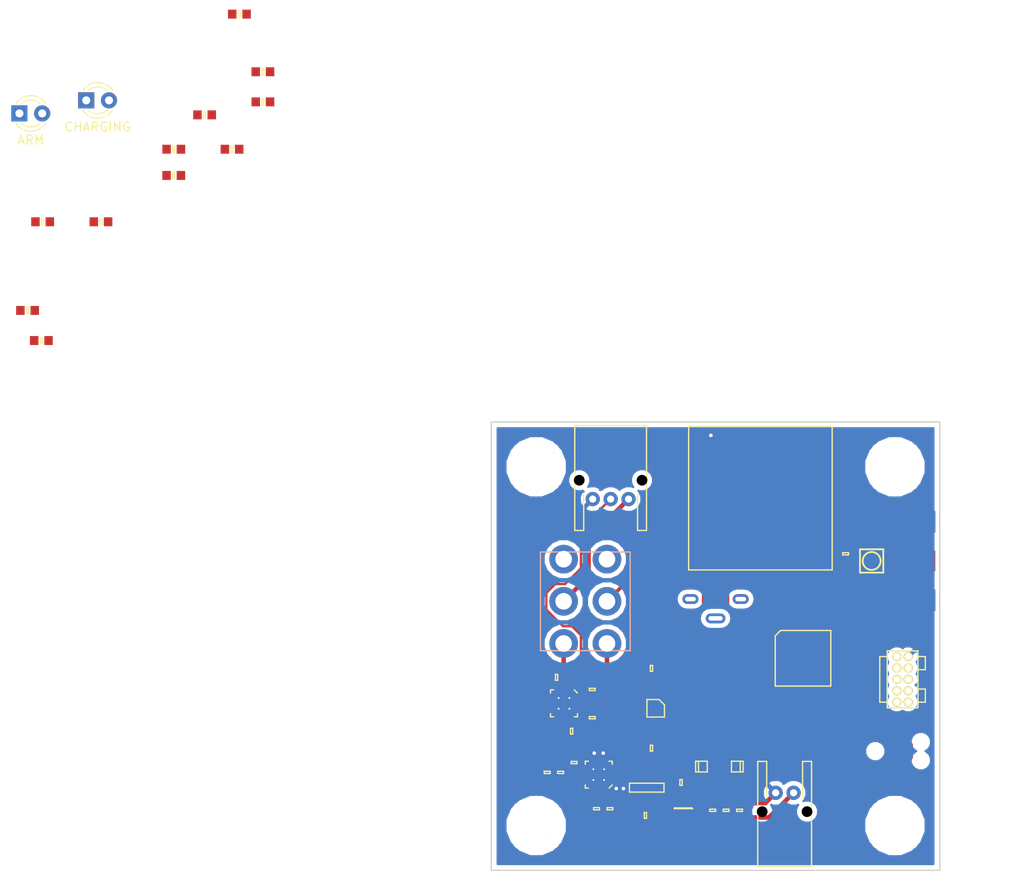
<source format=kicad_pcb>
(kicad_pcb (version 20170123) (host pcbnew "(2017-08-19 revision a20cce075)-makepkg")

  (general
    (thickness 1.6)
    (drawings 4)
    (tracks 149)
    (zones 0)
    (modules 51)
    (nets 80)
  )

  (page A4)
  (layers
    (0 F.Cu signal)
    (31 B.Cu signal)
    (32 B.Adhes user)
    (33 F.Adhes user)
    (34 B.Paste user)
    (35 F.Paste user)
    (36 B.SilkS user)
    (37 F.SilkS user)
    (38 B.Mask user)
    (39 F.Mask user)
    (40 Dwgs.User user)
    (41 Cmts.User user)
    (42 Eco1.User user)
    (43 Eco2.User user)
    (44 Edge.Cuts user)
    (45 Margin user)
    (46 B.CrtYd user)
    (47 F.CrtYd user)
    (48 B.Fab user)
    (49 F.Fab user)
  )

  (setup
    (last_trace_width 0.5)
    (user_trace_width 0.2)
    (user_trace_width 0.4)
    (user_trace_width 0.5)
    (user_trace_width 0.8)
    (user_trace_width 1)
    (trace_clearance 0.2)
    (zone_clearance 0)
    (zone_45_only no)
    (trace_min 0.2)
    (segment_width 0.2)
    (edge_width 0.15)
    (via_size 0.8)
    (via_drill 0.4)
    (via_min_size 0.4)
    (via_min_drill 0.3)
    (uvia_size 0.3)
    (uvia_drill 0.1)
    (uvias_allowed no)
    (uvia_min_size 0.2)
    (uvia_min_drill 0.1)
    (pcb_text_width 0.3)
    (pcb_text_size 1.5 1.5)
    (mod_edge_width 0.15)
    (mod_text_size 1 1)
    (mod_text_width 0.15)
    (pad_size 1.05 2.2)
    (pad_drill 0)
    (pad_to_mask_clearance 0)
    (aux_axis_origin 0 0)
    (visible_elements 7FFFFF7F)
    (pcbplotparams
      (layerselection 0x00030_ffffffff)
      (usegerberextensions false)
      (excludeedgelayer true)
      (linewidth 0.100000)
      (plotframeref false)
      (viasonmask false)
      (mode 1)
      (useauxorigin false)
      (hpglpennumber 1)
      (hpglpenspeed 20)
      (hpglpendiameter 15)
      (psnegative false)
      (psa4output false)
      (plotreference true)
      (plotvalue true)
      (plotinvisibletext false)
      (padsonsilk false)
      (subtractmaskfromsilk false)
      (outputformat 1)
      (mirror false)
      (drillshape 1)
      (scaleselection 1)
      (outputdirectory ""))
  )

  (net 0 "")
  (net 1 +5V)
  (net 2 "Net-(J2-Pad2)")
  (net 3 "Net-(J2-Pad3)")
  (net 4 "Net-(J2-Pad4)")
  (net 5 GND)
  (net 6 "Net-(J2-PadS)")
  (net 7 /RFM_MISO)
  (net 8 /RFM_MOSI)
  (net 9 /RFM_SCK)
  (net 10 /RFM_NSS)
  (net 11 /RFM_RESET)
  (net 12 "Net-(U1-Pad7)")
  (net 13 "Net-(D4-Pad1)")
  (net 14 "Net-(U1-Pad11)")
  (net 15 "Net-(U1-Pad12)")
  (net 16 +3V3)
  (net 17 "Net-(U1-Pad14)")
  (net 18 "Net-(U1-Pad15)")
  (net 19 "Net-(U1-Pad16)")
  (net 20 "Net-(J1-Pad1)")
  (net 21 /VBAT)
  (net 22 "Net-(C16-Pad1)")
  (net 23 "Net-(IC4-Pad1)")
  (net 24 /SWDIO)
  (net 25 /nRST)
  (net 26 /SWDCLK)
  (net 27 "Net-(P2-Pad6)")
  (net 28 /CONT)
  (net 29 /CONT_EN)
  (net 30 /BATT_TEMP)
  (net 31 "Net-(IC4-Pad4)")
  (net 32 "Net-(IC4-Pad9)")
  (net 33 /PYRO_POWER)
  (net 34 "Net-(IC1-Pad16)")
  (net 35 "Net-(IC1-Pad15)")
  (net 36 "Net-(IC1-Pad14)")
  (net 37 "Net-(IC1-Pad12)")
  (net 38 /~CHG)
  (net 39 "Net-(IC1-Pad7)")
  (net 40 "Net-(IC3-Pad5)")
  (net 41 "Net-(IC2-Pad2)")
  (net 42 "Net-(IC2-Pad3)")
  (net 43 "Net-(IC2-Pad6)")
  (net 44 "Net-(IC2-Pad7)")
  (net 45 "Net-(IC2-Pad8)")
  (net 46 "Net-(IC2-Pad9)")
  (net 47 "Net-(IC2-Pad10)")
  (net 48 "Net-(IC2-Pad11)")
  (net 49 "Net-(IC2-Pad12)")
  (net 50 "Net-(IC2-Pad13)")
  (net 51 "Net-(IC2-Pad14)")
  (net 52 "Net-(IC2-Pad15)")
  (net 53 "Net-(IC2-Pad18)")
  (net 54 "Net-(IC2-Pad19)")
  (net 55 "Net-(IC2-Pad20)")
  (net 56 "Net-(IC2-Pad21)")
  (net 57 "Net-(IC2-Pad22)")
  (net 58 "Net-(IC2-Pad25)")
  (net 59 "Net-(IC2-Pad26)")
  (net 60 "Net-(IC2-Pad27)")
  (net 61 "Net-(IC2-Pad28)")
  (net 62 "Net-(IC2-Pad29)")
  (net 63 "Net-(IC2-Pad30)")
  (net 64 "Net-(P1-Pad6)")
  (net 65 "Net-(P1-Pad7)")
  (net 66 "Net-(P1-Pad8)")
  (net 67 "Net-(D2-Pad1)")
  (net 68 /LED_DISARM)
  (net 69 "Net-(D1-Pad2)")
  (net 70 /LED_CHARGE)
  (net 71 /LED_ARM)
  (net 72 /BATT_MON)
  (net 73 "Net-(J2-Pad1)")
  (net 74 "Net-(D5-Pad1)")
  (net 75 /FIRE1)
  (net 76 /FIRE2)
  (net 77 "Net-(Q1-Pad4)")
  (net 78 "Net-(SW1-Pad6)")
  (net 79 "Net-(SW1-Pad3)")

  (net_class Default "This is the default net class."
    (clearance 0.2)
    (trace_width 0.25)
    (via_dia 0.8)
    (via_drill 0.4)
    (uvia_dia 0.3)
    (uvia_drill 0.1)
    (add_net +3V3)
    (add_net +5V)
    (add_net /BATT_MON)
    (add_net /BATT_TEMP)
    (add_net /CONT)
    (add_net /CONT_EN)
    (add_net /FIRE1)
    (add_net /FIRE2)
    (add_net /LED_ARM)
    (add_net /LED_CHARGE)
    (add_net /LED_DISARM)
    (add_net /PYRO_POWER)
    (add_net /RFM_MISO)
    (add_net /RFM_MOSI)
    (add_net /RFM_NSS)
    (add_net /RFM_RESET)
    (add_net /RFM_SCK)
    (add_net /SWDCLK)
    (add_net /SWDIO)
    (add_net /VBAT)
    (add_net /nRST)
    (add_net /~CHG)
    (add_net GND)
    (add_net "Net-(C16-Pad1)")
    (add_net "Net-(D1-Pad2)")
    (add_net "Net-(D2-Pad1)")
    (add_net "Net-(D4-Pad1)")
    (add_net "Net-(D5-Pad1)")
    (add_net "Net-(IC1-Pad12)")
    (add_net "Net-(IC1-Pad14)")
    (add_net "Net-(IC1-Pad15)")
    (add_net "Net-(IC1-Pad16)")
    (add_net "Net-(IC1-Pad7)")
    (add_net "Net-(IC2-Pad10)")
    (add_net "Net-(IC2-Pad11)")
    (add_net "Net-(IC2-Pad12)")
    (add_net "Net-(IC2-Pad13)")
    (add_net "Net-(IC2-Pad14)")
    (add_net "Net-(IC2-Pad15)")
    (add_net "Net-(IC2-Pad18)")
    (add_net "Net-(IC2-Pad19)")
    (add_net "Net-(IC2-Pad2)")
    (add_net "Net-(IC2-Pad20)")
    (add_net "Net-(IC2-Pad21)")
    (add_net "Net-(IC2-Pad22)")
    (add_net "Net-(IC2-Pad25)")
    (add_net "Net-(IC2-Pad26)")
    (add_net "Net-(IC2-Pad27)")
    (add_net "Net-(IC2-Pad28)")
    (add_net "Net-(IC2-Pad29)")
    (add_net "Net-(IC2-Pad3)")
    (add_net "Net-(IC2-Pad30)")
    (add_net "Net-(IC2-Pad6)")
    (add_net "Net-(IC2-Pad7)")
    (add_net "Net-(IC2-Pad8)")
    (add_net "Net-(IC2-Pad9)")
    (add_net "Net-(IC3-Pad5)")
    (add_net "Net-(IC4-Pad1)")
    (add_net "Net-(IC4-Pad4)")
    (add_net "Net-(IC4-Pad9)")
    (add_net "Net-(J1-Pad1)")
    (add_net "Net-(J2-Pad1)")
    (add_net "Net-(J2-Pad2)")
    (add_net "Net-(J2-Pad3)")
    (add_net "Net-(J2-Pad4)")
    (add_net "Net-(J2-PadS)")
    (add_net "Net-(P1-Pad6)")
    (add_net "Net-(P1-Pad7)")
    (add_net "Net-(P1-Pad8)")
    (add_net "Net-(P2-Pad6)")
    (add_net "Net-(Q1-Pad4)")
    (add_net "Net-(SW1-Pad3)")
    (add_net "Net-(SW1-Pad6)")
    (add_net "Net-(U1-Pad11)")
    (add_net "Net-(U1-Pad12)")
    (add_net "Net-(U1-Pad14)")
    (add_net "Net-(U1-Pad15)")
    (add_net "Net-(U1-Pad16)")
    (add_net "Net-(U1-Pad7)")
  )

  (module LEDs:LED_D3.0mm (layer F.Cu) (tedit 5999C84F) (tstamp 599C1E48)
    (at 114.829853 54.143296)
    (descr "LED, diameter 3.0mm, 2 pins")
    (tags "LED diameter 3.0mm 2 pins")
    (path /599715BA)
    (fp_text reference D1 (at 1.27 -2.96) (layer F.SilkS) hide
      (effects (font (size 1 1) (thickness 0.15)))
    )
    (fp_text value CHARGING (at 1.27 2.96) (layer F.SilkS)
      (effects (font (size 1 1) (thickness 0.15)))
    )
    (fp_arc (start 1.27 0) (end -0.23 -1.16619) (angle 284.3) (layer F.Fab) (width 0.1))
    (fp_arc (start 1.27 0) (end -0.29 -1.235516) (angle 108.8) (layer F.SilkS) (width 0.12))
    (fp_arc (start 1.27 0) (end -0.29 1.235516) (angle -108.8) (layer F.SilkS) (width 0.12))
    (fp_arc (start 1.27 0) (end 0.229039 -1.08) (angle 87.9) (layer F.SilkS) (width 0.12))
    (fp_arc (start 1.27 0) (end 0.229039 1.08) (angle -87.9) (layer F.SilkS) (width 0.12))
    (fp_circle (center 1.27 0) (end 2.77 0) (layer F.Fab) (width 0.1))
    (fp_line (start -0.23 -1.16619) (end -0.23 1.16619) (layer F.Fab) (width 0.1))
    (fp_line (start -0.29 -1.236) (end -0.29 -1.08) (layer F.SilkS) (width 0.12))
    (fp_line (start -0.29 1.08) (end -0.29 1.236) (layer F.SilkS) (width 0.12))
    (fp_line (start -1.15 -2.25) (end -1.15 2.25) (layer F.CrtYd) (width 0.05))
    (fp_line (start -1.15 2.25) (end 3.7 2.25) (layer F.CrtYd) (width 0.05))
    (fp_line (start 3.7 2.25) (end 3.7 -2.25) (layer F.CrtYd) (width 0.05))
    (fp_line (start 3.7 -2.25) (end -1.15 -2.25) (layer F.CrtYd) (width 0.05))
    (pad 1 thru_hole rect (at 0 0) (size 1.8 1.8) (drill 0.9) (layers *.Cu *.Mask)
      (net 5 GND))
    (pad 2 thru_hole circle (at 2.54 0) (size 1.8 1.8) (drill 0.9) (layers *.Cu *.Mask)
      (net 69 "Net-(D1-Pad2)"))
    (model ${KISYS3DMOD}/LEDs.3dshapes/LED_D3.0mm.wrl
      (at (xyz 0 0 0))
      (scale (xyz 0.393701 0.393701 0.393701))
      (rotate (xyz 0 0 0))
    )
  )

  (module LEDs:LED_D3.0mm (layer F.Cu) (tedit 5999C856) (tstamp 599C1E36)
    (at 107.379853 55.59901)
    (descr "LED, diameter 3.0mm, 2 pins")
    (tags "LED diameter 3.0mm 2 pins")
    (path /59970692)
    (fp_text reference D2 (at 1.27 -2.96) (layer F.SilkS) hide
      (effects (font (size 1 1) (thickness 0.15)))
    )
    (fp_text value ARM (at 1.27 2.96) (layer F.SilkS)
      (effects (font (size 1 1) (thickness 0.15)))
    )
    (fp_line (start 3.7 -2.25) (end -1.15 -2.25) (layer F.CrtYd) (width 0.05))
    (fp_line (start 3.7 2.25) (end 3.7 -2.25) (layer F.CrtYd) (width 0.05))
    (fp_line (start -1.15 2.25) (end 3.7 2.25) (layer F.CrtYd) (width 0.05))
    (fp_line (start -1.15 -2.25) (end -1.15 2.25) (layer F.CrtYd) (width 0.05))
    (fp_line (start -0.29 1.08) (end -0.29 1.236) (layer F.SilkS) (width 0.12))
    (fp_line (start -0.29 -1.236) (end -0.29 -1.08) (layer F.SilkS) (width 0.12))
    (fp_line (start -0.23 -1.16619) (end -0.23 1.16619) (layer F.Fab) (width 0.1))
    (fp_circle (center 1.27 0) (end 2.77 0) (layer F.Fab) (width 0.1))
    (fp_arc (start 1.27 0) (end 0.229039 1.08) (angle -87.9) (layer F.SilkS) (width 0.12))
    (fp_arc (start 1.27 0) (end 0.229039 -1.08) (angle 87.9) (layer F.SilkS) (width 0.12))
    (fp_arc (start 1.27 0) (end -0.29 1.235516) (angle -108.8) (layer F.SilkS) (width 0.12))
    (fp_arc (start 1.27 0) (end -0.29 -1.235516) (angle 108.8) (layer F.SilkS) (width 0.12))
    (fp_arc (start 1.27 0) (end -0.23 -1.16619) (angle 284.3) (layer F.Fab) (width 0.1))
    (pad 2 thru_hole circle (at 2.54 0) (size 1.8 1.8) (drill 0.9) (layers *.Cu *.Mask)
      (net 68 /LED_DISARM))
    (pad 1 thru_hole rect (at 0 0) (size 1.8 1.8) (drill 0.9) (layers *.Cu *.Mask)
      (net 67 "Net-(D2-Pad1)"))
    (model ${KISYS3DMOD}/LEDs.3dshapes/LED_D3.0mm.wrl
      (at (xyz 0 0 0))
      (scale (xyz 0.393701 0.393701 0.393701))
      (rotate (xyz 0 0 0))
    )
  )

  (module unchecked:uFL-R-SMT (layer F.Cu) (tedit 5999C544) (tstamp 599BB2C1)
    (at 202.4 105.5 270)
    (path /5999E18E)
    (fp_text reference P4 (at 0 3.1 270) (layer F.SilkS) hide
      (effects (font (size 1 1) (thickness 0.15)))
    )
    (fp_text value u.FL (at 0 -2.2 270) (layer F.Fab) hide
      (effects (font (size 1 1) (thickness 0.15)))
    )
    (fp_circle (center 0 0) (end 1 0) (layer F.SilkS) (width 0.2))
    (fp_line (start -1.3 1.3) (end 1.3 1.3) (layer F.SilkS) (width 0.2))
    (fp_line (start 1.3 1.3) (end 1.3 -1.3) (layer F.SilkS) (width 0.2))
    (fp_line (start 1.3 -1.3) (end -1.3 -1.3) (layer F.SilkS) (width 0.2))
    (fp_line (start -1.3 -1.3) (end -1.3 1.3) (layer F.SilkS) (width 0.2))
    (pad 1 smd rect (at 0 1.525 270) (size 1 1.05) (layers F.Cu F.Paste F.Mask)
      (net 13 "Net-(D4-Pad1)"))
    (pad 2 smd rect (at -1.475 0 270) (size 1.05 2.2) (layers F.Cu F.Paste F.Mask)
      (net 5 GND))
    (pad 2 smd rect (at 1.475 0 270) (size 1.05 2.2) (layers F.Cu F.Paste F.Mask)
      (net 5 GND))
  )

  (module agg:0603 (layer F.Cu) (tedit 5999CB7E) (tstamp 599AB5EF)
    (at 181.15 130.2 180)
    (path /599A50E2)
    (fp_text reference R8 (at -2.225 0 270) (layer F.Fab) hide
      (effects (font (size 1 1) (thickness 0.15)))
    )
    (fp_text value 100k (at 2.225 0 270) (layer F.Fab) hide
      (effects (font (size 1 1) (thickness 0.15)))
    )
    (fp_line (start -1.55 0.75) (end -1.55 -0.75) (layer F.CrtYd) (width 0.01))
    (fp_line (start 1.55 0.75) (end -1.55 0.75) (layer F.CrtYd) (width 0.01))
    (fp_line (start 1.55 -0.75) (end 1.55 0.75) (layer F.CrtYd) (width 0.01))
    (fp_line (start -1.55 -0.75) (end 1.55 -0.75) (layer F.CrtYd) (width 0.01))
    (fp_line (start -0.125 0.325) (end -0.125 -0.325) (layer F.SilkS) (width 0.15))
    (fp_line (start 0.125 0.325) (end -0.125 0.325) (layer F.SilkS) (width 0.15))
    (fp_line (start 0.125 -0.325) (end 0.125 0.325) (layer F.SilkS) (width 0.15))
    (fp_line (start -0.125 -0.325) (end 0.125 -0.325) (layer F.SilkS) (width 0.15))
    (fp_line (start 0.45 -0.4) (end 0.45 0.4) (layer F.Fab) (width 0.01))
    (fp_line (start -0.45 -0.4) (end -0.45 0.4) (layer F.Fab) (width 0.01))
    (fp_line (start -0.8 0.4) (end -0.8 -0.4) (layer F.Fab) (width 0.01))
    (fp_line (start 0.8 0.4) (end -0.8 0.4) (layer F.Fab) (width 0.01))
    (fp_line (start 0.8 -0.4) (end 0.8 0.4) (layer F.Fab) (width 0.01))
    (fp_line (start -0.8 -0.4) (end 0.8 -0.4) (layer F.Fab) (width 0.01))
    (pad 2 smd rect (at 0.8 0 180) (size 0.95 1) (layers F.Cu F.Paste F.Mask)
      (net 5 GND))
    (pad 1 smd rect (at -0.8 0 180) (size 0.95 1) (layers F.Cu F.Paste F.Mask)
      (net 76 /FIRE2))
    (model ${KISYS3DMOD}/Resistors_SMD.3dshapes/R_0603.wrl
      (at (xyz 0 0 0))
      (scale (xyz 1 1 1))
      (rotate (xyz 0 0 0))
    )
  )

  (module agg:0603 (layer F.Cu) (tedit 5999CB88) (tstamp 599AB5DB)
    (at 177.175 133.875)
    (path /599A3C5A)
    (fp_text reference R9 (at -2.225 0 90) (layer F.Fab) hide
      (effects (font (size 1 1) (thickness 0.15)))
    )
    (fp_text value 100k (at 2.225 0 90) (layer F.Fab) hide
      (effects (font (size 1 1) (thickness 0.15)))
    )
    (fp_line (start -0.8 -0.4) (end 0.8 -0.4) (layer F.Fab) (width 0.01))
    (fp_line (start 0.8 -0.4) (end 0.8 0.4) (layer F.Fab) (width 0.01))
    (fp_line (start 0.8 0.4) (end -0.8 0.4) (layer F.Fab) (width 0.01))
    (fp_line (start -0.8 0.4) (end -0.8 -0.4) (layer F.Fab) (width 0.01))
    (fp_line (start -0.45 -0.4) (end -0.45 0.4) (layer F.Fab) (width 0.01))
    (fp_line (start 0.45 -0.4) (end 0.45 0.4) (layer F.Fab) (width 0.01))
    (fp_line (start -0.125 -0.325) (end 0.125 -0.325) (layer F.SilkS) (width 0.15))
    (fp_line (start 0.125 -0.325) (end 0.125 0.325) (layer F.SilkS) (width 0.15))
    (fp_line (start 0.125 0.325) (end -0.125 0.325) (layer F.SilkS) (width 0.15))
    (fp_line (start -0.125 0.325) (end -0.125 -0.325) (layer F.SilkS) (width 0.15))
    (fp_line (start -1.55 -0.75) (end 1.55 -0.75) (layer F.CrtYd) (width 0.01))
    (fp_line (start 1.55 -0.75) (end 1.55 0.75) (layer F.CrtYd) (width 0.01))
    (fp_line (start 1.55 0.75) (end -1.55 0.75) (layer F.CrtYd) (width 0.01))
    (fp_line (start -1.55 0.75) (end -1.55 -0.75) (layer F.CrtYd) (width 0.01))
    (pad 1 smd rect (at -0.8 0) (size 0.95 1) (layers F.Cu F.Paste F.Mask)
      (net 33 /PYRO_POWER))
    (pad 2 smd rect (at 0.8 0) (size 0.95 1) (layers F.Cu F.Paste F.Mask)
      (net 77 "Net-(Q1-Pad4)"))
    (model ${KISYS3DMOD}/Resistors_SMD.3dshapes/R_0603.wrl
      (at (xyz 0 0 0))
      (scale (xyz 1 1 1))
      (rotate (xyz 0 0 0))
    )
  )

  (module agg:ChipFET-1206-8 (layer F.Cu) (tedit 5999CB85) (tstamp 599AB4BD)
    (at 181.375 133.075 270)
    (path /5999B957)
    (fp_text reference Q1 (at 0 -2.475 270) (layer F.Fab) hide
      (effects (font (size 1 1) (thickness 0.15)))
    )
    (fp_text value Si5515CDC (at 0 2.475 270) (layer F.Fab) hide
      (effects (font (size 1 1) (thickness 0.15)))
    )
    (fp_line (start -0.95 -1.525) (end 0.95 -1.525) (layer F.Fab) (width 0.01))
    (fp_line (start 0.95 -1.525) (end 0.95 1.525) (layer F.Fab) (width 0.01))
    (fp_line (start 0.95 1.525) (end -0.95 1.525) (layer F.Fab) (width 0.01))
    (fp_line (start -0.95 1.525) (end -0.95 -1.525) (layer F.Fab) (width 0.01))
    (fp_circle (center -0.15 -0.725) (end -0.15 -0.325) (layer F.Fab) (width 0.01))
    (fp_line (start -0.6 -1.125) (end -0.95 -1.125) (layer F.Fab) (width 0.01))
    (fp_line (start -0.95 -0.825) (end -0.6 -0.825) (layer F.Fab) (width 0.01))
    (fp_line (start -0.6 -0.825) (end -0.6 -1.125) (layer F.Fab) (width 0.01))
    (fp_line (start -0.6 -0.475) (end -0.95 -0.475) (layer F.Fab) (width 0.01))
    (fp_line (start -0.95 -0.175) (end -0.6 -0.175) (layer F.Fab) (width 0.01))
    (fp_line (start -0.6 -0.175) (end -0.6 -0.475) (layer F.Fab) (width 0.01))
    (fp_line (start -0.6 0.175) (end -0.95 0.175) (layer F.Fab) (width 0.01))
    (fp_line (start -0.95 0.475) (end -0.6 0.475) (layer F.Fab) (width 0.01))
    (fp_line (start -0.6 0.475) (end -0.6 0.175) (layer F.Fab) (width 0.01))
    (fp_line (start -0.6 0.825) (end -0.95 0.825) (layer F.Fab) (width 0.01))
    (fp_line (start -0.95 1.125) (end -0.6 1.125) (layer F.Fab) (width 0.01))
    (fp_line (start -0.6 1.125) (end -0.6 0.825) (layer F.Fab) (width 0.01))
    (fp_line (start 0.95 0.825) (end 0.6 0.825) (layer F.Fab) (width 0.01))
    (fp_line (start 0.6 0.825) (end 0.6 1.125) (layer F.Fab) (width 0.01))
    (fp_line (start 0.6 1.125) (end 0.95 1.125) (layer F.Fab) (width 0.01))
    (fp_line (start 0.95 0.175) (end 0.6 0.175) (layer F.Fab) (width 0.01))
    (fp_line (start 0.6 0.175) (end 0.6 0.475) (layer F.Fab) (width 0.01))
    (fp_line (start 0.6 0.475) (end 0.95 0.475) (layer F.Fab) (width 0.01))
    (fp_line (start 0.95 -0.475) (end 0.6 -0.475) (layer F.Fab) (width 0.01))
    (fp_line (start 0.6 -0.475) (end 0.6 -0.175) (layer F.Fab) (width 0.01))
    (fp_line (start 0.6 -0.175) (end 0.95 -0.175) (layer F.Fab) (width 0.01))
    (fp_line (start 0.95 -1.125) (end 0.6 -1.125) (layer F.Fab) (width 0.01))
    (fp_line (start 0.6 -1.125) (end 0.6 -0.825) (layer F.Fab) (width 0.01))
    (fp_line (start 0.6 -0.825) (end 0.95 -0.825) (layer F.Fab) (width 0.01))
    (fp_line (start -0.043 -0.975) (end -0.043 -0.975) (layer F.SilkS) (width 0.15))
    (fp_line (start -0.043 -0.975) (end -0.043 0.975) (layer F.SilkS) (width 0.15))
    (fp_line (start -0.043 0.975) (end 0.043 0.975) (layer F.SilkS) (width 0.15))
    (fp_line (start 0.043 0.975) (end 0.043 -1.061) (layer F.SilkS) (width 0.15))
    (fp_line (start 0.043 -1.061) (end -0.043 -0.975) (layer F.SilkS) (width 0.15))
    (fp_line (start -1.3 -1.8) (end 1.3 -1.8) (layer F.CrtYd) (width 0.01))
    (fp_line (start 1.3 -1.8) (end 1.3 1.8) (layer F.CrtYd) (width 0.01))
    (fp_line (start 1.3 1.8) (end -1.3 1.8) (layer F.CrtYd) (width 0.01))
    (fp_line (start -1.3 1.8) (end -1.3 -1.8) (layer F.CrtYd) (width 0.01))
    (pad 1 smd rect (at -0.7365 -0.975 270) (size 0.559 0.406) (layers F.Cu F.Paste F.Mask)
      (net 5 GND))
    (pad 2 smd rect (at -0.7365 -0.325 270) (size 0.559 0.406) (layers F.Cu F.Paste F.Mask)
      (net 76 /FIRE2))
    (pad 3 smd rect (at -0.7365 0.325 270) (size 0.559 0.406) (layers F.Cu F.Paste F.Mask)
      (net 22 "Net-(C16-Pad1)"))
    (pad 4 smd rect (at -0.7365 0.975 270) (size 0.559 0.406) (layers F.Cu F.Paste F.Mask)
      (net 77 "Net-(Q1-Pad4)"))
    (pad 5 smd rect (at 0.7365 0.975 270) (size 0.559 0.406) (layers F.Cu F.Paste F.Mask)
      (net 74 "Net-(D5-Pad1)"))
    (pad 6 smd rect (at 0.7365 0.325 270) (size 0.559 0.406) (layers F.Cu F.Paste F.Mask)
      (net 74 "Net-(D5-Pad1)"))
    (pad 7 smd rect (at 0.7365 -0.325 270) (size 0.559 0.406) (layers F.Cu F.Paste F.Mask)
      (net 77 "Net-(Q1-Pad4)"))
    (pad 8 smd rect (at 0.7365 -0.975 270) (size 0.559 0.406) (layers F.Cu F.Paste F.Mask)
      (net 77 "Net-(Q1-Pad4)"))
  )

  (module agg:M3_MOUNT (layer F.Cu) (tedit 5681D0FF) (tstamp 599AB30F)
    (at 205 135)
    (path /5999D983)
    (fp_text reference X4 (at 0 -4.1) (layer F.Fab) hide
      (effects (font (size 1 1) (thickness 0.15)))
    )
    (fp_text value "M3 Mount" (at 0 4.1) (layer F.Fab) hide
      (effects (font (size 1 1) (thickness 0.15)))
    )
    (fp_line (start -3.4 -3.4) (end 3.4 -3.4) (layer F.CrtYd) (width 0.01))
    (fp_line (start 3.4 -3.4) (end 3.4 3.4) (layer F.CrtYd) (width 0.01))
    (fp_line (start 3.4 3.4) (end -3.4 3.4) (layer F.CrtYd) (width 0.01))
    (fp_line (start -3.4 3.4) (end -3.4 -3.4) (layer F.CrtYd) (width 0.01))
    (pad "" np_thru_hole circle (at 1.8 1.8) (size 0.6 0.6) (drill 0.6) (layers *.Cu *.Mask F.SilkS))
    (pad "" np_thru_hole circle (at -1.8 1.8) (size 0.6 0.6) (drill 0.6) (layers *.Cu *.Mask F.SilkS))
    (pad "" np_thru_hole circle (at 1.8 -1.8) (size 0.6 0.6) (drill 0.6) (layers *.Cu *.Mask F.SilkS))
    (pad "" np_thru_hole circle (at -1.8 -1.8) (size 0.6 0.6) (drill 0.6) (layers *.Cu *.Mask F.SilkS))
    (pad "" np_thru_hole circle (at -2.5 0) (size 0.6 0.6) (drill 0.6) (layers *.Cu *.Mask F.SilkS))
    (pad "" np_thru_hole circle (at 0 2.5) (size 0.6 0.6) (drill 0.6) (layers *.Cu *.Mask F.SilkS))
    (pad "" np_thru_hole circle (at 2.5 0) (size 0.6 0.6) (drill 0.6) (layers *.Cu *.Mask F.SilkS))
    (pad "" np_thru_hole circle (at 0 -2.5) (size 0.6 0.6) (drill 0.6) (layers *.Cu *.Mask F.SilkS))
    (pad "" np_thru_hole circle (at 0 0) (size 3.3 3.3) (drill 3.3) (layers *.Cu *.Mask F.SilkS)
      (solder_mask_margin 1.5) (clearance 1.65))
  )

  (module agg:M3_MOUNT (layer F.Cu) (tedit 5681D0FF) (tstamp 599AB2FE)
    (at 205 95)
    (path /5999D8F7)
    (fp_text reference X3 (at 0 -4.1) (layer F.Fab) hide
      (effects (font (size 1 1) (thickness 0.15)))
    )
    (fp_text value "M3 Mount" (at 0 4.1) (layer F.Fab) hide
      (effects (font (size 1 1) (thickness 0.15)))
    )
    (fp_line (start -3.4 3.4) (end -3.4 -3.4) (layer F.CrtYd) (width 0.01))
    (fp_line (start 3.4 3.4) (end -3.4 3.4) (layer F.CrtYd) (width 0.01))
    (fp_line (start 3.4 -3.4) (end 3.4 3.4) (layer F.CrtYd) (width 0.01))
    (fp_line (start -3.4 -3.4) (end 3.4 -3.4) (layer F.CrtYd) (width 0.01))
    (pad "" np_thru_hole circle (at 0 0) (size 3.3 3.3) (drill 3.3) (layers *.Cu *.Mask F.SilkS)
      (solder_mask_margin 1.5) (clearance 1.65))
    (pad "" np_thru_hole circle (at 0 -2.5) (size 0.6 0.6) (drill 0.6) (layers *.Cu *.Mask F.SilkS))
    (pad "" np_thru_hole circle (at 2.5 0) (size 0.6 0.6) (drill 0.6) (layers *.Cu *.Mask F.SilkS))
    (pad "" np_thru_hole circle (at 0 2.5) (size 0.6 0.6) (drill 0.6) (layers *.Cu *.Mask F.SilkS))
    (pad "" np_thru_hole circle (at -2.5 0) (size 0.6 0.6) (drill 0.6) (layers *.Cu *.Mask F.SilkS))
    (pad "" np_thru_hole circle (at -1.8 -1.8) (size 0.6 0.6) (drill 0.6) (layers *.Cu *.Mask F.SilkS))
    (pad "" np_thru_hole circle (at 1.8 -1.8) (size 0.6 0.6) (drill 0.6) (layers *.Cu *.Mask F.SilkS))
    (pad "" np_thru_hole circle (at -1.8 1.8) (size 0.6 0.6) (drill 0.6) (layers *.Cu *.Mask F.SilkS))
    (pad "" np_thru_hole circle (at 1.8 1.8) (size 0.6 0.6) (drill 0.6) (layers *.Cu *.Mask F.SilkS))
  )

  (module agg:M3_MOUNT (layer F.Cu) (tedit 5681D0FF) (tstamp 599AB2ED)
    (at 165 95)
    (path /5999D17C)
    (fp_text reference X2 (at 0 -4.1) (layer F.Fab) hide
      (effects (font (size 1 1) (thickness 0.15)))
    )
    (fp_text value "M3 Mount" (at 0 4.1) (layer F.Fab) hide
      (effects (font (size 1 1) (thickness 0.15)))
    )
    (fp_line (start -3.4 -3.4) (end 3.4 -3.4) (layer F.CrtYd) (width 0.01))
    (fp_line (start 3.4 -3.4) (end 3.4 3.4) (layer F.CrtYd) (width 0.01))
    (fp_line (start 3.4 3.4) (end -3.4 3.4) (layer F.CrtYd) (width 0.01))
    (fp_line (start -3.4 3.4) (end -3.4 -3.4) (layer F.CrtYd) (width 0.01))
    (pad "" np_thru_hole circle (at 1.8 1.8) (size 0.6 0.6) (drill 0.6) (layers *.Cu *.Mask F.SilkS))
    (pad "" np_thru_hole circle (at -1.8 1.8) (size 0.6 0.6) (drill 0.6) (layers *.Cu *.Mask F.SilkS))
    (pad "" np_thru_hole circle (at 1.8 -1.8) (size 0.6 0.6) (drill 0.6) (layers *.Cu *.Mask F.SilkS))
    (pad "" np_thru_hole circle (at -1.8 -1.8) (size 0.6 0.6) (drill 0.6) (layers *.Cu *.Mask F.SilkS))
    (pad "" np_thru_hole circle (at -2.5 0) (size 0.6 0.6) (drill 0.6) (layers *.Cu *.Mask F.SilkS))
    (pad "" np_thru_hole circle (at 0 2.5) (size 0.6 0.6) (drill 0.6) (layers *.Cu *.Mask F.SilkS))
    (pad "" np_thru_hole circle (at 2.5 0) (size 0.6 0.6) (drill 0.6) (layers *.Cu *.Mask F.SilkS))
    (pad "" np_thru_hole circle (at 0 -2.5) (size 0.6 0.6) (drill 0.6) (layers *.Cu *.Mask F.SilkS))
    (pad "" np_thru_hole circle (at 0 0) (size 3.3 3.3) (drill 3.3) (layers *.Cu *.Mask F.SilkS)
      (solder_mask_margin 1.5) (clearance 1.65))
  )

  (module agg:M3_MOUNT (layer F.Cu) (tedit 5681D0FF) (tstamp 599AB2DC)
    (at 165 135)
    (path /5999DA0D)
    (fp_text reference X1 (at 0 -4.1) (layer F.Fab) hide
      (effects (font (size 1 1) (thickness 0.15)))
    )
    (fp_text value "M3 Mount" (at 0 4.1) (layer F.Fab) hide
      (effects (font (size 1 1) (thickness 0.15)))
    )
    (fp_line (start -3.4 3.4) (end -3.4 -3.4) (layer F.CrtYd) (width 0.01))
    (fp_line (start 3.4 3.4) (end -3.4 3.4) (layer F.CrtYd) (width 0.01))
    (fp_line (start 3.4 -3.4) (end 3.4 3.4) (layer F.CrtYd) (width 0.01))
    (fp_line (start -3.4 -3.4) (end 3.4 -3.4) (layer F.CrtYd) (width 0.01))
    (pad "" np_thru_hole circle (at 0 0) (size 3.3 3.3) (drill 3.3) (layers *.Cu *.Mask F.SilkS)
      (solder_mask_margin 1.5) (clearance 1.65))
    (pad "" np_thru_hole circle (at 0 -2.5) (size 0.6 0.6) (drill 0.6) (layers *.Cu *.Mask F.SilkS))
    (pad "" np_thru_hole circle (at 2.5 0) (size 0.6 0.6) (drill 0.6) (layers *.Cu *.Mask F.SilkS))
    (pad "" np_thru_hole circle (at 0 2.5) (size 0.6 0.6) (drill 0.6) (layers *.Cu *.Mask F.SilkS))
    (pad "" np_thru_hole circle (at -2.5 0) (size 0.6 0.6) (drill 0.6) (layers *.Cu *.Mask F.SilkS))
    (pad "" np_thru_hole circle (at -1.8 -1.8) (size 0.6 0.6) (drill 0.6) (layers *.Cu *.Mask F.SilkS))
    (pad "" np_thru_hole circle (at 1.8 -1.8) (size 0.6 0.6) (drill 0.6) (layers *.Cu *.Mask F.SilkS))
    (pad "" np_thru_hole circle (at -1.8 1.8) (size 0.6 0.6) (drill 0.6) (layers *.Cu *.Mask F.SilkS))
    (pad "" np_thru_hole circle (at 1.8 1.8) (size 0.6 0.6) (drill 0.6) (layers *.Cu *.Mask F.SilkS))
  )

  (module agg:0603 (layer F.Cu) (tedit 5999CB7A) (tstamp 59989A93)
    (at 187.675 133.3 90)
    (path /5998CFE8)
    (fp_text reference D5 (at -2.225 0 180) (layer F.Fab) hide
      (effects (font (size 1 1) (thickness 0.15)))
    )
    (fp_text value ESD_DIODE (at 2.225 0 180) (layer F.Fab) hide
      (effects (font (size 1 1) (thickness 0.15)))
    )
    (fp_line (start -1.55 0.75) (end -1.55 -0.75) (layer F.CrtYd) (width 0.01))
    (fp_line (start 1.55 0.75) (end -1.55 0.75) (layer F.CrtYd) (width 0.01))
    (fp_line (start 1.55 -0.75) (end 1.55 0.75) (layer F.CrtYd) (width 0.01))
    (fp_line (start -1.55 -0.75) (end 1.55 -0.75) (layer F.CrtYd) (width 0.01))
    (fp_line (start -0.125 0.325) (end -0.125 -0.325) (layer F.SilkS) (width 0.15))
    (fp_line (start 0.125 0.325) (end -0.125 0.325) (layer F.SilkS) (width 0.15))
    (fp_line (start 0.125 -0.325) (end 0.125 0.325) (layer F.SilkS) (width 0.15))
    (fp_line (start -0.125 -0.325) (end 0.125 -0.325) (layer F.SilkS) (width 0.15))
    (fp_line (start 0.45 -0.4) (end 0.45 0.4) (layer F.Fab) (width 0.01))
    (fp_line (start -0.45 -0.4) (end -0.45 0.4) (layer F.Fab) (width 0.01))
    (fp_line (start -0.8 0.4) (end -0.8 -0.4) (layer F.Fab) (width 0.01))
    (fp_line (start 0.8 0.4) (end -0.8 0.4) (layer F.Fab) (width 0.01))
    (fp_line (start 0.8 -0.4) (end 0.8 0.4) (layer F.Fab) (width 0.01))
    (fp_line (start -0.8 -0.4) (end 0.8 -0.4) (layer F.Fab) (width 0.01))
    (pad 2 smd rect (at 0.8 0 90) (size 0.95 1) (layers F.Cu F.Paste F.Mask)
      (net 5 GND))
    (pad 1 smd rect (at -0.8 0 90) (size 0.95 1) (layers F.Cu F.Paste F.Mask)
      (net 74 "Net-(D5-Pad1)"))
    (model ${KISYS3DMOD}/Resistors_SMD.3dshapes/R_0603.wrl
      (at (xyz 0 0 0))
      (scale (xyz 1 1 1))
      (rotate (xyz 0 0 0))
    )
  )

  (module agg:0603 (layer F.Cu) (tedit 57654490) (tstamp 59989A59)
    (at 131.089853 59.593772)
    (path /599917F3)
    (fp_text reference C2 (at -2.225 0 90) (layer F.Fab)
      (effects (font (size 1 1) (thickness 0.15)))
    )
    (fp_text value 10n (at 2.225 0 90) (layer F.Fab)
      (effects (font (size 1 1) (thickness 0.15)))
    )
    (fp_line (start -0.8 -0.4) (end 0.8 -0.4) (layer F.Fab) (width 0.01))
    (fp_line (start 0.8 -0.4) (end 0.8 0.4) (layer F.Fab) (width 0.01))
    (fp_line (start 0.8 0.4) (end -0.8 0.4) (layer F.Fab) (width 0.01))
    (fp_line (start -0.8 0.4) (end -0.8 -0.4) (layer F.Fab) (width 0.01))
    (fp_line (start -0.45 -0.4) (end -0.45 0.4) (layer F.Fab) (width 0.01))
    (fp_line (start 0.45 -0.4) (end 0.45 0.4) (layer F.Fab) (width 0.01))
    (fp_line (start -0.125 -0.325) (end 0.125 -0.325) (layer F.SilkS) (width 0.15))
    (fp_line (start 0.125 -0.325) (end 0.125 0.325) (layer F.SilkS) (width 0.15))
    (fp_line (start 0.125 0.325) (end -0.125 0.325) (layer F.SilkS) (width 0.15))
    (fp_line (start -0.125 0.325) (end -0.125 -0.325) (layer F.SilkS) (width 0.15))
    (fp_line (start -1.55 -0.75) (end 1.55 -0.75) (layer F.CrtYd) (width 0.01))
    (fp_line (start 1.55 -0.75) (end 1.55 0.75) (layer F.CrtYd) (width 0.01))
    (fp_line (start 1.55 0.75) (end -1.55 0.75) (layer F.CrtYd) (width 0.01))
    (fp_line (start -1.55 0.75) (end -1.55 -0.75) (layer F.CrtYd) (width 0.01))
    (pad 1 smd rect (at -0.8 0) (size 0.95 1) (layers F.Cu F.Paste F.Mask)
      (net 16 +3V3))
    (pad 2 smd rect (at 0.8 0) (size 0.95 1) (layers F.Cu F.Paste F.Mask)
      (net 5 GND))
    (model ${KISYS3DMOD}/Resistors_SMD.3dshapes/R_0603.wrl
      (at (xyz 0 0 0))
      (scale (xyz 1 1 1))
      (rotate (xyz 0 0 0))
    )
  )

  (module agg:0603 (layer F.Cu) (tedit 5999CCB9) (tstamp 59989A1F)
    (at 186.175 133.3 270)
    (path /5996F064)
    (fp_text reference R7 (at -2.225 0) (layer F.Fab) hide
      (effects (font (size 1 1) (thickness 0.15)))
    )
    (fp_text value 3k3 (at 2.225 0) (layer F.Fab) hide
      (effects (font (size 1 1) (thickness 0.15)))
    )
    (fp_line (start -1.55 0.75) (end -1.55 -0.75) (layer F.CrtYd) (width 0.01))
    (fp_line (start 1.55 0.75) (end -1.55 0.75) (layer F.CrtYd) (width 0.01))
    (fp_line (start 1.55 -0.75) (end 1.55 0.75) (layer F.CrtYd) (width 0.01))
    (fp_line (start -1.55 -0.75) (end 1.55 -0.75) (layer F.CrtYd) (width 0.01))
    (fp_line (start -0.125 0.325) (end -0.125 -0.325) (layer F.SilkS) (width 0.15))
    (fp_line (start 0.125 0.325) (end -0.125 0.325) (layer F.SilkS) (width 0.15))
    (fp_line (start 0.125 -0.325) (end 0.125 0.325) (layer F.SilkS) (width 0.15))
    (fp_line (start -0.125 -0.325) (end 0.125 -0.325) (layer F.SilkS) (width 0.15))
    (fp_line (start 0.45 -0.4) (end 0.45 0.4) (layer F.Fab) (width 0.01))
    (fp_line (start -0.45 -0.4) (end -0.45 0.4) (layer F.Fab) (width 0.01))
    (fp_line (start -0.8 0.4) (end -0.8 -0.4) (layer F.Fab) (width 0.01))
    (fp_line (start 0.8 0.4) (end -0.8 0.4) (layer F.Fab) (width 0.01))
    (fp_line (start 0.8 -0.4) (end 0.8 0.4) (layer F.Fab) (width 0.01))
    (fp_line (start -0.8 -0.4) (end 0.8 -0.4) (layer F.Fab) (width 0.01))
    (pad 2 smd rect (at 0.8 0 270) (size 0.95 1) (layers F.Cu F.Paste F.Mask)
      (net 74 "Net-(D5-Pad1)"))
    (pad 1 smd rect (at -0.8 0 270) (size 0.95 1) (layers F.Cu F.Paste F.Mask)
      (net 28 /CONT))
    (model ${KISYS3DMOD}/Resistors_SMD.3dshapes/R_0603.wrl
      (at (xyz 0 0 0))
      (scale (xyz 1 1 1))
      (rotate (xyz 0 0 0))
    )
  )

  (module agg:0603 (layer F.Cu) (tedit 5999CCB4) (tstamp 599899E5)
    (at 184.675 133.3 90)
    (path /5996F007)
    (fp_text reference R6 (at -2.225 0 180) (layer F.Fab) hide
      (effects (font (size 1 1) (thickness 0.15)))
    )
    (fp_text value 3k3 (at 2.2 -0.025 180) (layer F.Fab) hide
      (effects (font (size 1 1) (thickness 0.15)))
    )
    (fp_line (start -0.8 -0.4) (end 0.8 -0.4) (layer F.Fab) (width 0.01))
    (fp_line (start 0.8 -0.4) (end 0.8 0.4) (layer F.Fab) (width 0.01))
    (fp_line (start 0.8 0.4) (end -0.8 0.4) (layer F.Fab) (width 0.01))
    (fp_line (start -0.8 0.4) (end -0.8 -0.4) (layer F.Fab) (width 0.01))
    (fp_line (start -0.45 -0.4) (end -0.45 0.4) (layer F.Fab) (width 0.01))
    (fp_line (start 0.45 -0.4) (end 0.45 0.4) (layer F.Fab) (width 0.01))
    (fp_line (start -0.125 -0.325) (end 0.125 -0.325) (layer F.SilkS) (width 0.15))
    (fp_line (start 0.125 -0.325) (end 0.125 0.325) (layer F.SilkS) (width 0.15))
    (fp_line (start 0.125 0.325) (end -0.125 0.325) (layer F.SilkS) (width 0.15))
    (fp_line (start -0.125 0.325) (end -0.125 -0.325) (layer F.SilkS) (width 0.15))
    (fp_line (start -1.55 -0.75) (end 1.55 -0.75) (layer F.CrtYd) (width 0.01))
    (fp_line (start 1.55 -0.75) (end 1.55 0.75) (layer F.CrtYd) (width 0.01))
    (fp_line (start 1.55 0.75) (end -1.55 0.75) (layer F.CrtYd) (width 0.01))
    (fp_line (start -1.55 0.75) (end -1.55 -0.75) (layer F.CrtYd) (width 0.01))
    (pad 1 smd rect (at -0.8 0 90) (size 0.95 1) (layers F.Cu F.Paste F.Mask)
      (net 74 "Net-(D5-Pad1)"))
    (pad 2 smd rect (at 0.8 0 90) (size 0.95 1) (layers F.Cu F.Paste F.Mask)
      (net 29 /CONT_EN))
    (model ${KISYS3DMOD}/Resistors_SMD.3dshapes/R_0603.wrl
      (at (xyz 0 0 0))
      (scale (xyz 1 1 1))
      (rotate (xyz 0 0 0))
    )
  )

  (module agg:0603 (layer F.Cu) (tedit 57654490) (tstamp 599899AB)
    (at 109.829853 80.922344)
    (path /59972FEF)
    (fp_text reference R5 (at -2.225 0 90) (layer F.Fab)
      (effects (font (size 1 1) (thickness 0.15)))
    )
    (fp_text value 100k (at 2.225 0 90) (layer F.Fab)
      (effects (font (size 1 1) (thickness 0.15)))
    )
    (fp_line (start -1.55 0.75) (end -1.55 -0.75) (layer F.CrtYd) (width 0.01))
    (fp_line (start 1.55 0.75) (end -1.55 0.75) (layer F.CrtYd) (width 0.01))
    (fp_line (start 1.55 -0.75) (end 1.55 0.75) (layer F.CrtYd) (width 0.01))
    (fp_line (start -1.55 -0.75) (end 1.55 -0.75) (layer F.CrtYd) (width 0.01))
    (fp_line (start -0.125 0.325) (end -0.125 -0.325) (layer F.SilkS) (width 0.15))
    (fp_line (start 0.125 0.325) (end -0.125 0.325) (layer F.SilkS) (width 0.15))
    (fp_line (start 0.125 -0.325) (end 0.125 0.325) (layer F.SilkS) (width 0.15))
    (fp_line (start -0.125 -0.325) (end 0.125 -0.325) (layer F.SilkS) (width 0.15))
    (fp_line (start 0.45 -0.4) (end 0.45 0.4) (layer F.Fab) (width 0.01))
    (fp_line (start -0.45 -0.4) (end -0.45 0.4) (layer F.Fab) (width 0.01))
    (fp_line (start -0.8 0.4) (end -0.8 -0.4) (layer F.Fab) (width 0.01))
    (fp_line (start 0.8 0.4) (end -0.8 0.4) (layer F.Fab) (width 0.01))
    (fp_line (start 0.8 -0.4) (end 0.8 0.4) (layer F.Fab) (width 0.01))
    (fp_line (start -0.8 -0.4) (end 0.8 -0.4) (layer F.Fab) (width 0.01))
    (pad 2 smd rect (at 0.8 0) (size 0.95 1) (layers F.Cu F.Paste F.Mask)
      (net 5 GND))
    (pad 1 smd rect (at -0.8 0) (size 0.95 1) (layers F.Cu F.Paste F.Mask)
      (net 72 /BATT_MON))
    (model ${KISYS3DMOD}/Resistors_SMD.3dshapes/R_0603.wrl
      (at (xyz 0 0 0))
      (scale (xyz 1 1 1))
      (rotate (xyz 0 0 0))
    )
  )

  (module agg:0603 (layer F.Cu) (tedit 57654490) (tstamp 59989971)
    (at 134.529853 54.312344)
    (path /59972F26)
    (fp_text reference R4 (at -2.225 0 90) (layer F.Fab)
      (effects (font (size 1 1) (thickness 0.15)))
    )
    (fp_text value 100k (at 2.225 0 90) (layer F.Fab)
      (effects (font (size 1 1) (thickness 0.15)))
    )
    (fp_line (start -0.8 -0.4) (end 0.8 -0.4) (layer F.Fab) (width 0.01))
    (fp_line (start 0.8 -0.4) (end 0.8 0.4) (layer F.Fab) (width 0.01))
    (fp_line (start 0.8 0.4) (end -0.8 0.4) (layer F.Fab) (width 0.01))
    (fp_line (start -0.8 0.4) (end -0.8 -0.4) (layer F.Fab) (width 0.01))
    (fp_line (start -0.45 -0.4) (end -0.45 0.4) (layer F.Fab) (width 0.01))
    (fp_line (start 0.45 -0.4) (end 0.45 0.4) (layer F.Fab) (width 0.01))
    (fp_line (start -0.125 -0.325) (end 0.125 -0.325) (layer F.SilkS) (width 0.15))
    (fp_line (start 0.125 -0.325) (end 0.125 0.325) (layer F.SilkS) (width 0.15))
    (fp_line (start 0.125 0.325) (end -0.125 0.325) (layer F.SilkS) (width 0.15))
    (fp_line (start -0.125 0.325) (end -0.125 -0.325) (layer F.SilkS) (width 0.15))
    (fp_line (start -1.55 -0.75) (end 1.55 -0.75) (layer F.CrtYd) (width 0.01))
    (fp_line (start 1.55 -0.75) (end 1.55 0.75) (layer F.CrtYd) (width 0.01))
    (fp_line (start 1.55 0.75) (end -1.55 0.75) (layer F.CrtYd) (width 0.01))
    (fp_line (start -1.55 0.75) (end -1.55 -0.75) (layer F.CrtYd) (width 0.01))
    (pad 1 smd rect (at -0.8 0) (size 0.95 1) (layers F.Cu F.Paste F.Mask)
      (net 21 /VBAT))
    (pad 2 smd rect (at 0.8 0) (size 0.95 1) (layers F.Cu F.Paste F.Mask)
      (net 72 /BATT_MON))
    (model ${KISYS3DMOD}/Resistors_SMD.3dshapes/R_0603.wrl
      (at (xyz 0 0 0))
      (scale (xyz 1 1 1))
      (rotate (xyz 0 0 0))
    )
  )

  (module agg:0603 (layer F.Cu) (tedit 57654490) (tstamp 59989937)
    (at 134.529853 50.955201)
    (path /59997190)
    (fp_text reference R3 (at -2.225 0 90) (layer F.Fab)
      (effects (font (size 1 1) (thickness 0.15)))
    )
    (fp_text value R (at 2.225 0 90) (layer F.Fab)
      (effects (font (size 1 1) (thickness 0.15)))
    )
    (fp_line (start -1.55 0.75) (end -1.55 -0.75) (layer F.CrtYd) (width 0.01))
    (fp_line (start 1.55 0.75) (end -1.55 0.75) (layer F.CrtYd) (width 0.01))
    (fp_line (start 1.55 -0.75) (end 1.55 0.75) (layer F.CrtYd) (width 0.01))
    (fp_line (start -1.55 -0.75) (end 1.55 -0.75) (layer F.CrtYd) (width 0.01))
    (fp_line (start -0.125 0.325) (end -0.125 -0.325) (layer F.SilkS) (width 0.15))
    (fp_line (start 0.125 0.325) (end -0.125 0.325) (layer F.SilkS) (width 0.15))
    (fp_line (start 0.125 -0.325) (end 0.125 0.325) (layer F.SilkS) (width 0.15))
    (fp_line (start -0.125 -0.325) (end 0.125 -0.325) (layer F.SilkS) (width 0.15))
    (fp_line (start 0.45 -0.4) (end 0.45 0.4) (layer F.Fab) (width 0.01))
    (fp_line (start -0.45 -0.4) (end -0.45 0.4) (layer F.Fab) (width 0.01))
    (fp_line (start -0.8 0.4) (end -0.8 -0.4) (layer F.Fab) (width 0.01))
    (fp_line (start 0.8 0.4) (end -0.8 0.4) (layer F.Fab) (width 0.01))
    (fp_line (start 0.8 -0.4) (end 0.8 0.4) (layer F.Fab) (width 0.01))
    (fp_line (start -0.8 -0.4) (end 0.8 -0.4) (layer F.Fab) (width 0.01))
    (pad 2 smd rect (at 0.8 0) (size 0.95 1) (layers F.Cu F.Paste F.Mask)
      (net 67 "Net-(D2-Pad1)"))
    (pad 1 smd rect (at -0.8 0) (size 0.95 1) (layers F.Cu F.Paste F.Mask)
      (net 71 /LED_ARM))
    (model ${KISYS3DMOD}/Resistors_SMD.3dshapes/R_0603.wrl
      (at (xyz 0 0 0))
      (scale (xyz 1 1 1))
      (rotate (xyz 0 0 0))
    )
  )

  (module agg:0603 (layer F.Cu) (tedit 57654490) (tstamp 599898FD)
    (at 124.589853 62.515201)
    (path /59995FDC)
    (fp_text reference R2 (at -2.225 0 90) (layer F.Fab)
      (effects (font (size 1 1) (thickness 0.15)))
    )
    (fp_text value R (at 2.225 0 90) (layer F.Fab)
      (effects (font (size 1 1) (thickness 0.15)))
    )
    (fp_line (start -0.8 -0.4) (end 0.8 -0.4) (layer F.Fab) (width 0.01))
    (fp_line (start 0.8 -0.4) (end 0.8 0.4) (layer F.Fab) (width 0.01))
    (fp_line (start 0.8 0.4) (end -0.8 0.4) (layer F.Fab) (width 0.01))
    (fp_line (start -0.8 0.4) (end -0.8 -0.4) (layer F.Fab) (width 0.01))
    (fp_line (start -0.45 -0.4) (end -0.45 0.4) (layer F.Fab) (width 0.01))
    (fp_line (start 0.45 -0.4) (end 0.45 0.4) (layer F.Fab) (width 0.01))
    (fp_line (start -0.125 -0.325) (end 0.125 -0.325) (layer F.SilkS) (width 0.15))
    (fp_line (start 0.125 -0.325) (end 0.125 0.325) (layer F.SilkS) (width 0.15))
    (fp_line (start 0.125 0.325) (end -0.125 0.325) (layer F.SilkS) (width 0.15))
    (fp_line (start -0.125 0.325) (end -0.125 -0.325) (layer F.SilkS) (width 0.15))
    (fp_line (start -1.55 -0.75) (end 1.55 -0.75) (layer F.CrtYd) (width 0.01))
    (fp_line (start 1.55 -0.75) (end 1.55 0.75) (layer F.CrtYd) (width 0.01))
    (fp_line (start 1.55 0.75) (end -1.55 0.75) (layer F.CrtYd) (width 0.01))
    (fp_line (start -1.55 0.75) (end -1.55 -0.75) (layer F.CrtYd) (width 0.01))
    (pad 1 smd rect (at -0.8 0) (size 0.95 1) (layers F.Cu F.Paste F.Mask)
      (net 70 /LED_CHARGE))
    (pad 2 smd rect (at 0.8 0) (size 0.95 1) (layers F.Cu F.Paste F.Mask)
      (net 69 "Net-(D1-Pad2)"))
    (model ${KISYS3DMOD}/Resistors_SMD.3dshapes/R_0603.wrl
      (at (xyz 0 0 0))
      (scale (xyz 1 1 1))
      (rotate (xyz 0 0 0))
    )
  )

  (module agg:0603 (layer F.Cu) (tedit 5999891F) (tstamp 599898C3)
    (at 171.25 119.825 270)
    (path /599757DE)
    (fp_text reference R1 (at -2.225 0) (layer F.Fab) hide
      (effects (font (size 1 1) (thickness 0.15)))
    )
    (fp_text value 4k32 (at 2.225 0) (layer F.Fab) hide
      (effects (font (size 1 1) (thickness 0.15)))
    )
    (fp_line (start -1.55 0.75) (end -1.55 -0.75) (layer F.CrtYd) (width 0.01))
    (fp_line (start 1.55 0.75) (end -1.55 0.75) (layer F.CrtYd) (width 0.01))
    (fp_line (start 1.55 -0.75) (end 1.55 0.75) (layer F.CrtYd) (width 0.01))
    (fp_line (start -1.55 -0.75) (end 1.55 -0.75) (layer F.CrtYd) (width 0.01))
    (fp_line (start -0.125 0.325) (end -0.125 -0.325) (layer F.SilkS) (width 0.15))
    (fp_line (start 0.125 0.325) (end -0.125 0.325) (layer F.SilkS) (width 0.15))
    (fp_line (start 0.125 -0.325) (end 0.125 0.325) (layer F.SilkS) (width 0.15))
    (fp_line (start -0.125 -0.325) (end 0.125 -0.325) (layer F.SilkS) (width 0.15))
    (fp_line (start 0.45 -0.4) (end 0.45 0.4) (layer F.Fab) (width 0.01))
    (fp_line (start -0.45 -0.4) (end -0.45 0.4) (layer F.Fab) (width 0.01))
    (fp_line (start -0.8 0.4) (end -0.8 -0.4) (layer F.Fab) (width 0.01))
    (fp_line (start 0.8 0.4) (end -0.8 0.4) (layer F.Fab) (width 0.01))
    (fp_line (start 0.8 -0.4) (end 0.8 0.4) (layer F.Fab) (width 0.01))
    (fp_line (start -0.8 -0.4) (end 0.8 -0.4) (layer F.Fab) (width 0.01))
    (pad 2 smd rect (at 0.8 0 270) (size 0.95 1) (layers F.Cu F.Paste F.Mask)
      (net 34 "Net-(IC1-Pad16)"))
    (pad 1 smd rect (at -0.8 0 270) (size 0.95 1) (layers F.Cu F.Paste F.Mask)
      (net 5 GND))
    (model ${KISYS3DMOD}/Resistors_SMD.3dshapes/R_0603.wrl
      (at (xyz 0 0 0))
      (scale (xyz 1 1 1))
      (rotate (xyz 0 0 0))
    )
  )

  (module agg:0603 (layer F.Cu) (tedit 57654490) (tstamp 59989889)
    (at 108.289853 77.565201)
    (path /59991857)
    (fp_text reference C3 (at -2.225 0 90) (layer F.Fab)
      (effects (font (size 1 1) (thickness 0.15)))
    )
    (fp_text value 1u (at 2.225 0 90) (layer F.Fab)
      (effects (font (size 1 1) (thickness 0.15)))
    )
    (fp_line (start -0.8 -0.4) (end 0.8 -0.4) (layer F.Fab) (width 0.01))
    (fp_line (start 0.8 -0.4) (end 0.8 0.4) (layer F.Fab) (width 0.01))
    (fp_line (start 0.8 0.4) (end -0.8 0.4) (layer F.Fab) (width 0.01))
    (fp_line (start -0.8 0.4) (end -0.8 -0.4) (layer F.Fab) (width 0.01))
    (fp_line (start -0.45 -0.4) (end -0.45 0.4) (layer F.Fab) (width 0.01))
    (fp_line (start 0.45 -0.4) (end 0.45 0.4) (layer F.Fab) (width 0.01))
    (fp_line (start -0.125 -0.325) (end 0.125 -0.325) (layer F.SilkS) (width 0.15))
    (fp_line (start 0.125 -0.325) (end 0.125 0.325) (layer F.SilkS) (width 0.15))
    (fp_line (start 0.125 0.325) (end -0.125 0.325) (layer F.SilkS) (width 0.15))
    (fp_line (start -0.125 0.325) (end -0.125 -0.325) (layer F.SilkS) (width 0.15))
    (fp_line (start -1.55 -0.75) (end 1.55 -0.75) (layer F.CrtYd) (width 0.01))
    (fp_line (start 1.55 -0.75) (end 1.55 0.75) (layer F.CrtYd) (width 0.01))
    (fp_line (start 1.55 0.75) (end -1.55 0.75) (layer F.CrtYd) (width 0.01))
    (fp_line (start -1.55 0.75) (end -1.55 -0.75) (layer F.CrtYd) (width 0.01))
    (pad 1 smd rect (at -0.8 0) (size 0.95 1) (layers F.Cu F.Paste F.Mask)
      (net 16 +3V3))
    (pad 2 smd rect (at 0.8 0) (size 0.95 1) (layers F.Cu F.Paste F.Mask)
      (net 5 GND))
    (model ${KISYS3DMOD}/Resistors_SMD.3dshapes/R_0603.wrl
      (at (xyz 0 0 0))
      (scale (xyz 1 1 1))
      (rotate (xyz 0 0 0))
    )
  )

  (module agg:0603 (layer F.Cu) (tedit 57654490) (tstamp 5998984F)
    (at 124.589853 59.593772)
    (path /59991E9E)
    (fp_text reference C4 (at -2.225 0 90) (layer F.Fab)
      (effects (font (size 1 1) (thickness 0.15)))
    )
    (fp_text value 4u7 (at 2.225 0 90) (layer F.Fab)
      (effects (font (size 1 1) (thickness 0.15)))
    )
    (fp_line (start -1.55 0.75) (end -1.55 -0.75) (layer F.CrtYd) (width 0.01))
    (fp_line (start 1.55 0.75) (end -1.55 0.75) (layer F.CrtYd) (width 0.01))
    (fp_line (start 1.55 -0.75) (end 1.55 0.75) (layer F.CrtYd) (width 0.01))
    (fp_line (start -1.55 -0.75) (end 1.55 -0.75) (layer F.CrtYd) (width 0.01))
    (fp_line (start -0.125 0.325) (end -0.125 -0.325) (layer F.SilkS) (width 0.15))
    (fp_line (start 0.125 0.325) (end -0.125 0.325) (layer F.SilkS) (width 0.15))
    (fp_line (start 0.125 -0.325) (end 0.125 0.325) (layer F.SilkS) (width 0.15))
    (fp_line (start -0.125 -0.325) (end 0.125 -0.325) (layer F.SilkS) (width 0.15))
    (fp_line (start 0.45 -0.4) (end 0.45 0.4) (layer F.Fab) (width 0.01))
    (fp_line (start -0.45 -0.4) (end -0.45 0.4) (layer F.Fab) (width 0.01))
    (fp_line (start -0.8 0.4) (end -0.8 -0.4) (layer F.Fab) (width 0.01))
    (fp_line (start 0.8 0.4) (end -0.8 0.4) (layer F.Fab) (width 0.01))
    (fp_line (start 0.8 -0.4) (end 0.8 0.4) (layer F.Fab) (width 0.01))
    (fp_line (start -0.8 -0.4) (end 0.8 -0.4) (layer F.Fab) (width 0.01))
    (pad 2 smd rect (at 0.8 0) (size 0.95 1) (layers F.Cu F.Paste F.Mask)
      (net 5 GND))
    (pad 1 smd rect (at -0.8 0) (size 0.95 1) (layers F.Cu F.Paste F.Mask)
      (net 16 +3V3))
    (model ${KISYS3DMOD}/Resistors_SMD.3dshapes/R_0603.wrl
      (at (xyz 0 0 0))
      (scale (xyz 1 1 1))
      (rotate (xyz 0 0 0))
    )
  )

  (module agg:0603 (layer F.Cu) (tedit 57654490) (tstamp 59989815)
    (at 116.469853 67.679963)
    (path /59991F7A)
    (fp_text reference C5 (at -2.225 0 90) (layer F.Fab)
      (effects (font (size 1 1) (thickness 0.15)))
    )
    (fp_text value 100n (at 2.225 0 90) (layer F.Fab)
      (effects (font (size 1 1) (thickness 0.15)))
    )
    (fp_line (start -0.8 -0.4) (end 0.8 -0.4) (layer F.Fab) (width 0.01))
    (fp_line (start 0.8 -0.4) (end 0.8 0.4) (layer F.Fab) (width 0.01))
    (fp_line (start 0.8 0.4) (end -0.8 0.4) (layer F.Fab) (width 0.01))
    (fp_line (start -0.8 0.4) (end -0.8 -0.4) (layer F.Fab) (width 0.01))
    (fp_line (start -0.45 -0.4) (end -0.45 0.4) (layer F.Fab) (width 0.01))
    (fp_line (start 0.45 -0.4) (end 0.45 0.4) (layer F.Fab) (width 0.01))
    (fp_line (start -0.125 -0.325) (end 0.125 -0.325) (layer F.SilkS) (width 0.15))
    (fp_line (start 0.125 -0.325) (end 0.125 0.325) (layer F.SilkS) (width 0.15))
    (fp_line (start 0.125 0.325) (end -0.125 0.325) (layer F.SilkS) (width 0.15))
    (fp_line (start -0.125 0.325) (end -0.125 -0.325) (layer F.SilkS) (width 0.15))
    (fp_line (start -1.55 -0.75) (end 1.55 -0.75) (layer F.CrtYd) (width 0.01))
    (fp_line (start 1.55 -0.75) (end 1.55 0.75) (layer F.CrtYd) (width 0.01))
    (fp_line (start 1.55 0.75) (end -1.55 0.75) (layer F.CrtYd) (width 0.01))
    (fp_line (start -1.55 0.75) (end -1.55 -0.75) (layer F.CrtYd) (width 0.01))
    (pad 1 smd rect (at -0.8 0) (size 0.95 1) (layers F.Cu F.Paste F.Mask)
      (net 16 +3V3))
    (pad 2 smd rect (at 0.8 0) (size 0.95 1) (layers F.Cu F.Paste F.Mask)
      (net 5 GND))
    (model ${KISYS3DMOD}/Resistors_SMD.3dshapes/R_0603.wrl
      (at (xyz 0 0 0))
      (scale (xyz 1 1 1))
      (rotate (xyz 0 0 0))
    )
  )

  (module agg:0603 (layer F.Cu) (tedit 59998918) (tstamp 599897DB)
    (at 168.95 124.475)
    (path /5997A0A5)
    (fp_text reference C6 (at -2.225 0 90) (layer F.Fab) hide
      (effects (font (size 1 1) (thickness 0.15)))
    )
    (fp_text value 4u7 (at 2.225 0 90) (layer F.Fab) hide
      (effects (font (size 1 1) (thickness 0.15)))
    )
    (fp_line (start -1.55 0.75) (end -1.55 -0.75) (layer F.CrtYd) (width 0.01))
    (fp_line (start 1.55 0.75) (end -1.55 0.75) (layer F.CrtYd) (width 0.01))
    (fp_line (start 1.55 -0.75) (end 1.55 0.75) (layer F.CrtYd) (width 0.01))
    (fp_line (start -1.55 -0.75) (end 1.55 -0.75) (layer F.CrtYd) (width 0.01))
    (fp_line (start -0.125 0.325) (end -0.125 -0.325) (layer F.SilkS) (width 0.15))
    (fp_line (start 0.125 0.325) (end -0.125 0.325) (layer F.SilkS) (width 0.15))
    (fp_line (start 0.125 -0.325) (end 0.125 0.325) (layer F.SilkS) (width 0.15))
    (fp_line (start -0.125 -0.325) (end 0.125 -0.325) (layer F.SilkS) (width 0.15))
    (fp_line (start 0.45 -0.4) (end 0.45 0.4) (layer F.Fab) (width 0.01))
    (fp_line (start -0.45 -0.4) (end -0.45 0.4) (layer F.Fab) (width 0.01))
    (fp_line (start -0.8 0.4) (end -0.8 -0.4) (layer F.Fab) (width 0.01))
    (fp_line (start 0.8 0.4) (end -0.8 0.4) (layer F.Fab) (width 0.01))
    (fp_line (start 0.8 -0.4) (end 0.8 0.4) (layer F.Fab) (width 0.01))
    (fp_line (start -0.8 -0.4) (end 0.8 -0.4) (layer F.Fab) (width 0.01))
    (pad 2 smd rect (at 0.8 0) (size 0.95 1) (layers F.Cu F.Paste F.Mask)
      (net 5 GND))
    (pad 1 smd rect (at -0.8 0) (size 0.95 1) (layers F.Cu F.Paste F.Mask)
      (net 33 /PYRO_POWER))
    (model ${KISYS3DMOD}/Resistors_SMD.3dshapes/R_0603.wrl
      (at (xyz 0 0 0))
      (scale (xyz 1 1 1))
      (rotate (xyz 0 0 0))
    )
  )

  (module agg:0603 (layer F.Cu) (tedit 57654490) (tstamp 599897A1)
    (at 128.029853 55.759963)
    (path /5999203E)
    (fp_text reference C7 (at -2.225 0 90) (layer F.Fab)
      (effects (font (size 1 1) (thickness 0.15)))
    )
    (fp_text value 100n (at 2.225 0 90) (layer F.Fab)
      (effects (font (size 1 1) (thickness 0.15)))
    )
    (fp_line (start -0.8 -0.4) (end 0.8 -0.4) (layer F.Fab) (width 0.01))
    (fp_line (start 0.8 -0.4) (end 0.8 0.4) (layer F.Fab) (width 0.01))
    (fp_line (start 0.8 0.4) (end -0.8 0.4) (layer F.Fab) (width 0.01))
    (fp_line (start -0.8 0.4) (end -0.8 -0.4) (layer F.Fab) (width 0.01))
    (fp_line (start -0.45 -0.4) (end -0.45 0.4) (layer F.Fab) (width 0.01))
    (fp_line (start 0.45 -0.4) (end 0.45 0.4) (layer F.Fab) (width 0.01))
    (fp_line (start -0.125 -0.325) (end 0.125 -0.325) (layer F.SilkS) (width 0.15))
    (fp_line (start 0.125 -0.325) (end 0.125 0.325) (layer F.SilkS) (width 0.15))
    (fp_line (start 0.125 0.325) (end -0.125 0.325) (layer F.SilkS) (width 0.15))
    (fp_line (start -0.125 0.325) (end -0.125 -0.325) (layer F.SilkS) (width 0.15))
    (fp_line (start -1.55 -0.75) (end 1.55 -0.75) (layer F.CrtYd) (width 0.01))
    (fp_line (start 1.55 -0.75) (end 1.55 0.75) (layer F.CrtYd) (width 0.01))
    (fp_line (start 1.55 0.75) (end -1.55 0.75) (layer F.CrtYd) (width 0.01))
    (fp_line (start -1.55 0.75) (end -1.55 -0.75) (layer F.CrtYd) (width 0.01))
    (pad 1 smd rect (at -0.8 0) (size 0.95 1) (layers F.Cu F.Paste F.Mask)
      (net 16 +3V3))
    (pad 2 smd rect (at 0.8 0) (size 0.95 1) (layers F.Cu F.Paste F.Mask)
      (net 5 GND))
    (model ${KISYS3DMOD}/Resistors_SMD.3dshapes/R_0603.wrl
      (at (xyz 0 0 0))
      (scale (xyz 1 1 1))
      (rotate (xyz 0 0 0))
    )
  )

  (module agg:0603 (layer F.Cu) (tedit 5999891D) (tstamp 59989767)
    (at 167.275 118.475 180)
    (path /5997B5C0)
    (fp_text reference C8 (at -2.225 0 270) (layer F.Fab) hide
      (effects (font (size 1 1) (thickness 0.15)))
    )
    (fp_text value 4u7 (at 2.225 0 270) (layer F.Fab) hide
      (effects (font (size 1 1) (thickness 0.15)))
    )
    (fp_line (start -1.55 0.75) (end -1.55 -0.75) (layer F.CrtYd) (width 0.01))
    (fp_line (start 1.55 0.75) (end -1.55 0.75) (layer F.CrtYd) (width 0.01))
    (fp_line (start 1.55 -0.75) (end 1.55 0.75) (layer F.CrtYd) (width 0.01))
    (fp_line (start -1.55 -0.75) (end 1.55 -0.75) (layer F.CrtYd) (width 0.01))
    (fp_line (start -0.125 0.325) (end -0.125 -0.325) (layer F.SilkS) (width 0.15))
    (fp_line (start 0.125 0.325) (end -0.125 0.325) (layer F.SilkS) (width 0.15))
    (fp_line (start 0.125 -0.325) (end 0.125 0.325) (layer F.SilkS) (width 0.15))
    (fp_line (start -0.125 -0.325) (end 0.125 -0.325) (layer F.SilkS) (width 0.15))
    (fp_line (start 0.45 -0.4) (end 0.45 0.4) (layer F.Fab) (width 0.01))
    (fp_line (start -0.45 -0.4) (end -0.45 0.4) (layer F.Fab) (width 0.01))
    (fp_line (start -0.8 0.4) (end -0.8 -0.4) (layer F.Fab) (width 0.01))
    (fp_line (start 0.8 0.4) (end -0.8 0.4) (layer F.Fab) (width 0.01))
    (fp_line (start 0.8 -0.4) (end 0.8 0.4) (layer F.Fab) (width 0.01))
    (fp_line (start -0.8 -0.4) (end 0.8 -0.4) (layer F.Fab) (width 0.01))
    (pad 2 smd rect (at 0.8 0 180) (size 0.95 1) (layers F.Cu F.Paste F.Mask)
      (net 5 GND))
    (pad 1 smd rect (at -0.8 0 180) (size 0.95 1) (layers F.Cu F.Paste F.Mask)
      (net 21 /VBAT))
    (model ${KISYS3DMOD}/Resistors_SMD.3dshapes/R_0603.wrl
      (at (xyz 0 0 0))
      (scale (xyz 1 1 1))
      (rotate (xyz 0 0 0))
    )
  )

  (module agg:0603 (layer F.Cu) (tedit 59998A8C) (tstamp 5998972D)
    (at 177.85 126.375 180)
    (path /59977621)
    (fp_text reference C9 (at -2.225 0 270) (layer F.Fab) hide
      (effects (font (size 1 1) (thickness 0.15)))
    )
    (fp_text value 1u (at 2.225 0 270) (layer F.Fab) hide
      (effects (font (size 1 1) (thickness 0.15)))
    )
    (fp_line (start -0.8 -0.4) (end 0.8 -0.4) (layer F.Fab) (width 0.01))
    (fp_line (start 0.8 -0.4) (end 0.8 0.4) (layer F.Fab) (width 0.01))
    (fp_line (start 0.8 0.4) (end -0.8 0.4) (layer F.Fab) (width 0.01))
    (fp_line (start -0.8 0.4) (end -0.8 -0.4) (layer F.Fab) (width 0.01))
    (fp_line (start -0.45 -0.4) (end -0.45 0.4) (layer F.Fab) (width 0.01))
    (fp_line (start 0.45 -0.4) (end 0.45 0.4) (layer F.Fab) (width 0.01))
    (fp_line (start -0.125 -0.325) (end 0.125 -0.325) (layer F.SilkS) (width 0.15))
    (fp_line (start 0.125 -0.325) (end 0.125 0.325) (layer F.SilkS) (width 0.15))
    (fp_line (start 0.125 0.325) (end -0.125 0.325) (layer F.SilkS) (width 0.15))
    (fp_line (start -0.125 0.325) (end -0.125 -0.325) (layer F.SilkS) (width 0.15))
    (fp_line (start -1.55 -0.75) (end 1.55 -0.75) (layer F.CrtYd) (width 0.01))
    (fp_line (start 1.55 -0.75) (end 1.55 0.75) (layer F.CrtYd) (width 0.01))
    (fp_line (start 1.55 0.75) (end -1.55 0.75) (layer F.CrtYd) (width 0.01))
    (fp_line (start -1.55 0.75) (end -1.55 -0.75) (layer F.CrtYd) (width 0.01))
    (pad 1 smd rect (at -0.8 0 180) (size 0.95 1) (layers F.Cu F.Paste F.Mask)
      (net 33 /PYRO_POWER))
    (pad 2 smd rect (at 0.8 0 180) (size 0.95 1) (layers F.Cu F.Paste F.Mask)
      (net 5 GND))
    (model ${KISYS3DMOD}/Resistors_SMD.3dshapes/R_0603.wrl
      (at (xyz 0 0 0))
      (scale (xyz 1 1 1))
      (rotate (xyz 0 0 0))
    )
  )

  (module agg:0603 (layer F.Cu) (tedit 59998A91) (tstamp 599896F3)
    (at 177.85 117.475 180)
    (path /59978CA1)
    (fp_text reference C10 (at -2.225 0 270) (layer F.Fab) hide
      (effects (font (size 1 1) (thickness 0.15)))
    )
    (fp_text value 1u (at 2.225 0 270) (layer F.Fab) hide
      (effects (font (size 1 1) (thickness 0.15)))
    )
    (fp_line (start -1.55 0.75) (end -1.55 -0.75) (layer F.CrtYd) (width 0.01))
    (fp_line (start 1.55 0.75) (end -1.55 0.75) (layer F.CrtYd) (width 0.01))
    (fp_line (start 1.55 -0.75) (end 1.55 0.75) (layer F.CrtYd) (width 0.01))
    (fp_line (start -1.55 -0.75) (end 1.55 -0.75) (layer F.CrtYd) (width 0.01))
    (fp_line (start -0.125 0.325) (end -0.125 -0.325) (layer F.SilkS) (width 0.15))
    (fp_line (start 0.125 0.325) (end -0.125 0.325) (layer F.SilkS) (width 0.15))
    (fp_line (start 0.125 -0.325) (end 0.125 0.325) (layer F.SilkS) (width 0.15))
    (fp_line (start -0.125 -0.325) (end 0.125 -0.325) (layer F.SilkS) (width 0.15))
    (fp_line (start 0.45 -0.4) (end 0.45 0.4) (layer F.Fab) (width 0.01))
    (fp_line (start -0.45 -0.4) (end -0.45 0.4) (layer F.Fab) (width 0.01))
    (fp_line (start -0.8 0.4) (end -0.8 -0.4) (layer F.Fab) (width 0.01))
    (fp_line (start 0.8 0.4) (end -0.8 0.4) (layer F.Fab) (width 0.01))
    (fp_line (start 0.8 -0.4) (end 0.8 0.4) (layer F.Fab) (width 0.01))
    (fp_line (start -0.8 -0.4) (end 0.8 -0.4) (layer F.Fab) (width 0.01))
    (pad 2 smd rect (at 0.8 0 180) (size 0.95 1) (layers F.Cu F.Paste F.Mask)
      (net 5 GND))
    (pad 1 smd rect (at -0.8 0 180) (size 0.95 1) (layers F.Cu F.Paste F.Mask)
      (net 16 +3V3))
    (model ${KISYS3DMOD}/Resistors_SMD.3dshapes/R_0603.wrl
      (at (xyz 0 0 0))
      (scale (xyz 1 1 1))
      (rotate (xyz 0 0 0))
    )
  )

  (module agg:0603 (layer F.Cu) (tedit 5999A5DC) (tstamp 599896B9)
    (at 166.225 129.075 90)
    (path /59981AB3)
    (fp_text reference C11 (at -2.225 0 180) (layer F.Fab) hide
      (effects (font (size 1 1) (thickness 0.15)))
    )
    (fp_text value 10u (at 2.225 0 180) (layer F.Fab) hide
      (effects (font (size 1 1) (thickness 0.15)))
    )
    (fp_line (start -0.8 -0.4) (end 0.8 -0.4) (layer F.Fab) (width 0.01))
    (fp_line (start 0.8 -0.4) (end 0.8 0.4) (layer F.Fab) (width 0.01))
    (fp_line (start 0.8 0.4) (end -0.8 0.4) (layer F.Fab) (width 0.01))
    (fp_line (start -0.8 0.4) (end -0.8 -0.4) (layer F.Fab) (width 0.01))
    (fp_line (start -0.45 -0.4) (end -0.45 0.4) (layer F.Fab) (width 0.01))
    (fp_line (start 0.45 -0.4) (end 0.45 0.4) (layer F.Fab) (width 0.01))
    (fp_line (start -0.125 -0.325) (end 0.125 -0.325) (layer F.SilkS) (width 0.15))
    (fp_line (start 0.125 -0.325) (end 0.125 0.325) (layer F.SilkS) (width 0.15))
    (fp_line (start 0.125 0.325) (end -0.125 0.325) (layer F.SilkS) (width 0.15))
    (fp_line (start -0.125 0.325) (end -0.125 -0.325) (layer F.SilkS) (width 0.15))
    (fp_line (start -1.55 -0.75) (end 1.55 -0.75) (layer F.CrtYd) (width 0.01))
    (fp_line (start 1.55 -0.75) (end 1.55 0.75) (layer F.CrtYd) (width 0.01))
    (fp_line (start 1.55 0.75) (end -1.55 0.75) (layer F.CrtYd) (width 0.01))
    (fp_line (start -1.55 0.75) (end -1.55 -0.75) (layer F.CrtYd) (width 0.01))
    (pad 1 smd rect (at -0.8 0 90) (size 0.95 1) (layers F.Cu F.Paste F.Mask)
      (net 33 /PYRO_POWER))
    (pad 2 smd rect (at 0.8 0 90) (size 0.95 1) (layers F.Cu F.Paste F.Mask)
      (net 5 GND))
    (model ${KISYS3DMOD}/Resistors_SMD.3dshapes/R_0603.wrl
      (at (xyz 0 0 0))
      (scale (xyz 1 1 1))
      (rotate (xyz 0 0 0))
    )
  )

  (module agg:0603 (layer F.Cu) (tedit 5999A5E0) (tstamp 5998967F)
    (at 167.725 129.075 90)
    (path /59981BD5)
    (fp_text reference C12 (at -2.225 0 180) (layer F.Fab) hide
      (effects (font (size 1 1) (thickness 0.15)))
    )
    (fp_text value 10u (at 2.225 0 180) (layer F.Fab) hide
      (effects (font (size 1 1) (thickness 0.15)))
    )
    (fp_line (start -1.55 0.75) (end -1.55 -0.75) (layer F.CrtYd) (width 0.01))
    (fp_line (start 1.55 0.75) (end -1.55 0.75) (layer F.CrtYd) (width 0.01))
    (fp_line (start 1.55 -0.75) (end 1.55 0.75) (layer F.CrtYd) (width 0.01))
    (fp_line (start -1.55 -0.75) (end 1.55 -0.75) (layer F.CrtYd) (width 0.01))
    (fp_line (start -0.125 0.325) (end -0.125 -0.325) (layer F.SilkS) (width 0.15))
    (fp_line (start 0.125 0.325) (end -0.125 0.325) (layer F.SilkS) (width 0.15))
    (fp_line (start 0.125 -0.325) (end 0.125 0.325) (layer F.SilkS) (width 0.15))
    (fp_line (start -0.125 -0.325) (end 0.125 -0.325) (layer F.SilkS) (width 0.15))
    (fp_line (start 0.45 -0.4) (end 0.45 0.4) (layer F.Fab) (width 0.01))
    (fp_line (start -0.45 -0.4) (end -0.45 0.4) (layer F.Fab) (width 0.01))
    (fp_line (start -0.8 0.4) (end -0.8 -0.4) (layer F.Fab) (width 0.01))
    (fp_line (start 0.8 0.4) (end -0.8 0.4) (layer F.Fab) (width 0.01))
    (fp_line (start 0.8 -0.4) (end 0.8 0.4) (layer F.Fab) (width 0.01))
    (fp_line (start -0.8 -0.4) (end 0.8 -0.4) (layer F.Fab) (width 0.01))
    (pad 2 smd rect (at 0.8 0 90) (size 0.95 1) (layers F.Cu F.Paste F.Mask)
      (net 5 GND))
    (pad 1 smd rect (at -0.8 0 90) (size 0.95 1) (layers F.Cu F.Paste F.Mask)
      (net 33 /PYRO_POWER))
    (model ${KISYS3DMOD}/Resistors_SMD.3dshapes/R_0603.wrl
      (at (xyz 0 0 0))
      (scale (xyz 1 1 1))
      (rotate (xyz 0 0 0))
    )
  )

  (module agg:0603 (layer F.Cu) (tedit 5999A5EF) (tstamp 59989645)
    (at 169.225 127.975 90)
    (path /59981CC4)
    (fp_text reference C13 (at -2.225 0 180) (layer F.Fab) hide
      (effects (font (size 1 1) (thickness 0.15)))
    )
    (fp_text value 100n (at 2.225 0 180) (layer F.Fab) hide
      (effects (font (size 1 1) (thickness 0.15)))
    )
    (fp_line (start -0.8 -0.4) (end 0.8 -0.4) (layer F.Fab) (width 0.01))
    (fp_line (start 0.8 -0.4) (end 0.8 0.4) (layer F.Fab) (width 0.01))
    (fp_line (start 0.8 0.4) (end -0.8 0.4) (layer F.Fab) (width 0.01))
    (fp_line (start -0.8 0.4) (end -0.8 -0.4) (layer F.Fab) (width 0.01))
    (fp_line (start -0.45 -0.4) (end -0.45 0.4) (layer F.Fab) (width 0.01))
    (fp_line (start 0.45 -0.4) (end 0.45 0.4) (layer F.Fab) (width 0.01))
    (fp_line (start -0.125 -0.325) (end 0.125 -0.325) (layer F.SilkS) (width 0.15))
    (fp_line (start 0.125 -0.325) (end 0.125 0.325) (layer F.SilkS) (width 0.15))
    (fp_line (start 0.125 0.325) (end -0.125 0.325) (layer F.SilkS) (width 0.15))
    (fp_line (start -0.125 0.325) (end -0.125 -0.325) (layer F.SilkS) (width 0.15))
    (fp_line (start -1.55 -0.75) (end 1.55 -0.75) (layer F.CrtYd) (width 0.01))
    (fp_line (start 1.55 -0.75) (end 1.55 0.75) (layer F.CrtYd) (width 0.01))
    (fp_line (start 1.55 0.75) (end -1.55 0.75) (layer F.CrtYd) (width 0.01))
    (fp_line (start -1.55 0.75) (end -1.55 -0.75) (layer F.CrtYd) (width 0.01))
    (pad 1 smd rect (at -0.8 0 90) (size 0.95 1) (layers F.Cu F.Paste F.Mask)
      (net 33 /PYRO_POWER))
    (pad 2 smd rect (at 0.8 0 90) (size 0.95 1) (layers F.Cu F.Paste F.Mask)
      (net 5 GND))
    (model ${KISYS3DMOD}/Resistors_SMD.3dshapes/R_0603.wrl
      (at (xyz 0 0 0))
      (scale (xyz 1 1 1))
      (rotate (xyz 0 0 0))
    )
  )

  (module agg:0603 (layer F.Cu) (tedit 57654490) (tstamp 5998960B)
    (at 131.909853 44.531391)
    (path /599895DF)
    (fp_text reference C14 (at -2.225 0 90) (layer F.Fab)
      (effects (font (size 1 1) (thickness 0.15)))
    )
    (fp_text value 10u (at 2.225 0 90) (layer F.Fab)
      (effects (font (size 1 1) (thickness 0.15)))
    )
    (fp_line (start -1.55 0.75) (end -1.55 -0.75) (layer F.CrtYd) (width 0.01))
    (fp_line (start 1.55 0.75) (end -1.55 0.75) (layer F.CrtYd) (width 0.01))
    (fp_line (start 1.55 -0.75) (end 1.55 0.75) (layer F.CrtYd) (width 0.01))
    (fp_line (start -1.55 -0.75) (end 1.55 -0.75) (layer F.CrtYd) (width 0.01))
    (fp_line (start -0.125 0.325) (end -0.125 -0.325) (layer F.SilkS) (width 0.15))
    (fp_line (start 0.125 0.325) (end -0.125 0.325) (layer F.SilkS) (width 0.15))
    (fp_line (start 0.125 -0.325) (end 0.125 0.325) (layer F.SilkS) (width 0.15))
    (fp_line (start -0.125 -0.325) (end 0.125 -0.325) (layer F.SilkS) (width 0.15))
    (fp_line (start 0.45 -0.4) (end 0.45 0.4) (layer F.Fab) (width 0.01))
    (fp_line (start -0.45 -0.4) (end -0.45 0.4) (layer F.Fab) (width 0.01))
    (fp_line (start -0.8 0.4) (end -0.8 -0.4) (layer F.Fab) (width 0.01))
    (fp_line (start 0.8 0.4) (end -0.8 0.4) (layer F.Fab) (width 0.01))
    (fp_line (start 0.8 -0.4) (end 0.8 0.4) (layer F.Fab) (width 0.01))
    (fp_line (start -0.8 -0.4) (end 0.8 -0.4) (layer F.Fab) (width 0.01))
    (pad 2 smd rect (at 0.8 0) (size 0.95 1) (layers F.Cu F.Paste F.Mask)
      (net 5 GND))
    (pad 1 smd rect (at -0.8 0) (size 0.95 1) (layers F.Cu F.Paste F.Mask)
      (net 16 +3V3))
    (model ${KISYS3DMOD}/Resistors_SMD.3dshapes/R_0603.wrl
      (at (xyz 0 0 0))
      (scale (xyz 1 1 1))
      (rotate (xyz 0 0 0))
    )
  )

  (module agg:0603 (layer F.Cu) (tedit 5999891A) (tstamp 599895D1)
    (at 171.25 122.975 270)
    (path /5997C05B)
    (fp_text reference C1 (at -2.225 0) (layer F.Fab) hide
      (effects (font (size 1 1) (thickness 0.15)))
    )
    (fp_text value 1u (at 2.225 0) (layer F.Fab) hide
      (effects (font (size 1 1) (thickness 0.15)))
    )
    (fp_line (start -0.8 -0.4) (end 0.8 -0.4) (layer F.Fab) (width 0.01))
    (fp_line (start 0.8 -0.4) (end 0.8 0.4) (layer F.Fab) (width 0.01))
    (fp_line (start 0.8 0.4) (end -0.8 0.4) (layer F.Fab) (width 0.01))
    (fp_line (start -0.8 0.4) (end -0.8 -0.4) (layer F.Fab) (width 0.01))
    (fp_line (start -0.45 -0.4) (end -0.45 0.4) (layer F.Fab) (width 0.01))
    (fp_line (start 0.45 -0.4) (end 0.45 0.4) (layer F.Fab) (width 0.01))
    (fp_line (start -0.125 -0.325) (end 0.125 -0.325) (layer F.SilkS) (width 0.15))
    (fp_line (start 0.125 -0.325) (end 0.125 0.325) (layer F.SilkS) (width 0.15))
    (fp_line (start 0.125 0.325) (end -0.125 0.325) (layer F.SilkS) (width 0.15))
    (fp_line (start -0.125 0.325) (end -0.125 -0.325) (layer F.SilkS) (width 0.15))
    (fp_line (start -1.55 -0.75) (end 1.55 -0.75) (layer F.CrtYd) (width 0.01))
    (fp_line (start 1.55 -0.75) (end 1.55 0.75) (layer F.CrtYd) (width 0.01))
    (fp_line (start 1.55 0.75) (end -1.55 0.75) (layer F.CrtYd) (width 0.01))
    (fp_line (start -1.55 0.75) (end -1.55 -0.75) (layer F.CrtYd) (width 0.01))
    (pad 1 smd rect (at -0.8 0 270) (size 0.95 1) (layers F.Cu F.Paste F.Mask)
      (net 1 +5V))
    (pad 2 smd rect (at 0.8 0 270) (size 0.95 1) (layers F.Cu F.Paste F.Mask)
      (net 5 GND))
    (model ${KISYS3DMOD}/Resistors_SMD.3dshapes/R_0603.wrl
      (at (xyz 0 0 0))
      (scale (xyz 1 1 1))
      (rotate (xyz 0 0 0))
    )
  )

  (module agg:0603 (layer F.Cu) (tedit 59998318) (tstamp 59989597)
    (at 199.5 104.7 90)
    (path /5996E48D)
    (fp_text reference D4 (at -2.225 0 180) (layer F.Fab) hide
      (effects (font (size 1 1) (thickness 0.15)))
    )
    (fp_text value ESD_DIODE (at 2.225 0 180) (layer F.Fab) hide
      (effects (font (size 1 1) (thickness 0.15)))
    )
    (fp_line (start -1.55 0.75) (end -1.55 -0.75) (layer F.CrtYd) (width 0.01))
    (fp_line (start 1.55 0.75) (end -1.55 0.75) (layer F.CrtYd) (width 0.01))
    (fp_line (start 1.55 -0.75) (end 1.55 0.75) (layer F.CrtYd) (width 0.01))
    (fp_line (start -1.55 -0.75) (end 1.55 -0.75) (layer F.CrtYd) (width 0.01))
    (fp_line (start -0.125 0.325) (end -0.125 -0.325) (layer F.SilkS) (width 0.15))
    (fp_line (start 0.125 0.325) (end -0.125 0.325) (layer F.SilkS) (width 0.15))
    (fp_line (start 0.125 -0.325) (end 0.125 0.325) (layer F.SilkS) (width 0.15))
    (fp_line (start -0.125 -0.325) (end 0.125 -0.325) (layer F.SilkS) (width 0.15))
    (fp_line (start 0.45 -0.4) (end 0.45 0.4) (layer F.Fab) (width 0.01))
    (fp_line (start -0.45 -0.4) (end -0.45 0.4) (layer F.Fab) (width 0.01))
    (fp_line (start -0.8 0.4) (end -0.8 -0.4) (layer F.Fab) (width 0.01))
    (fp_line (start 0.8 0.4) (end -0.8 0.4) (layer F.Fab) (width 0.01))
    (fp_line (start 0.8 -0.4) (end 0.8 0.4) (layer F.Fab) (width 0.01))
    (fp_line (start -0.8 -0.4) (end 0.8 -0.4) (layer F.Fab) (width 0.01))
    (pad 2 smd rect (at 0.8 0 90) (size 0.95 1) (layers F.Cu F.Paste F.Mask)
      (net 5 GND))
    (pad 1 smd rect (at -0.8 0 90) (size 0.95 1) (layers F.Cu F.Paste F.Mask)
      (net 13 "Net-(D4-Pad1)"))
    (model ${KISYS3DMOD}/Resistors_SMD.3dshapes/R_0603.wrl
      (at (xyz 0 0 0))
      (scale (xyz 1 1 1))
      (rotate (xyz 0 0 0))
    )
  )

  (module agg:0603 (layer F.Cu) (tedit 57654490) (tstamp 5998955D)
    (at 109.969853 67.679963)
    (path /599892AB)
    (fp_text reference C15 (at -2.225 0 90) (layer F.Fab)
      (effects (font (size 1 1) (thickness 0.15)))
    )
    (fp_text value 100n (at 2.225 0 90) (layer F.Fab)
      (effects (font (size 1 1) (thickness 0.15)))
    )
    (fp_line (start -0.8 -0.4) (end 0.8 -0.4) (layer F.Fab) (width 0.01))
    (fp_line (start 0.8 -0.4) (end 0.8 0.4) (layer F.Fab) (width 0.01))
    (fp_line (start 0.8 0.4) (end -0.8 0.4) (layer F.Fab) (width 0.01))
    (fp_line (start -0.8 0.4) (end -0.8 -0.4) (layer F.Fab) (width 0.01))
    (fp_line (start -0.45 -0.4) (end -0.45 0.4) (layer F.Fab) (width 0.01))
    (fp_line (start 0.45 -0.4) (end 0.45 0.4) (layer F.Fab) (width 0.01))
    (fp_line (start -0.125 -0.325) (end 0.125 -0.325) (layer F.SilkS) (width 0.15))
    (fp_line (start 0.125 -0.325) (end 0.125 0.325) (layer F.SilkS) (width 0.15))
    (fp_line (start 0.125 0.325) (end -0.125 0.325) (layer F.SilkS) (width 0.15))
    (fp_line (start -0.125 0.325) (end -0.125 -0.325) (layer F.SilkS) (width 0.15))
    (fp_line (start -1.55 -0.75) (end 1.55 -0.75) (layer F.CrtYd) (width 0.01))
    (fp_line (start 1.55 -0.75) (end 1.55 0.75) (layer F.CrtYd) (width 0.01))
    (fp_line (start 1.55 0.75) (end -1.55 0.75) (layer F.CrtYd) (width 0.01))
    (fp_line (start -1.55 0.75) (end -1.55 -0.75) (layer F.CrtYd) (width 0.01))
    (pad 1 smd rect (at -0.8 0) (size 0.95 1) (layers F.Cu F.Paste F.Mask)
      (net 16 +3V3))
    (pad 2 smd rect (at 0.8 0) (size 0.95 1) (layers F.Cu F.Paste F.Mask)
      (net 5 GND))
    (model ${KISYS3DMOD}/Resistors_SMD.3dshapes/R_0603.wrl
      (at (xyz 0 0 0))
      (scale (xyz 1 1 1))
      (rotate (xyz 0 0 0))
    )
  )

  (module agg:0603 (layer F.Cu) (tedit 5999A601) (tstamp 59989523)
    (at 171.725 133.125 270)
    (path /5997F372)
    (fp_text reference C16 (at -2.225 0) (layer F.Fab) hide
      (effects (font (size 1 1) (thickness 0.15)))
    )
    (fp_text value 10u (at 2.225 0) (layer F.Fab) hide
      (effects (font (size 1 1) (thickness 0.15)))
    )
    (fp_line (start -1.55 0.75) (end -1.55 -0.75) (layer F.CrtYd) (width 0.01))
    (fp_line (start 1.55 0.75) (end -1.55 0.75) (layer F.CrtYd) (width 0.01))
    (fp_line (start 1.55 -0.75) (end 1.55 0.75) (layer F.CrtYd) (width 0.01))
    (fp_line (start -1.55 -0.75) (end 1.55 -0.75) (layer F.CrtYd) (width 0.01))
    (fp_line (start -0.125 0.325) (end -0.125 -0.325) (layer F.SilkS) (width 0.15))
    (fp_line (start 0.125 0.325) (end -0.125 0.325) (layer F.SilkS) (width 0.15))
    (fp_line (start 0.125 -0.325) (end 0.125 0.325) (layer F.SilkS) (width 0.15))
    (fp_line (start -0.125 -0.325) (end 0.125 -0.325) (layer F.SilkS) (width 0.15))
    (fp_line (start 0.45 -0.4) (end 0.45 0.4) (layer F.Fab) (width 0.01))
    (fp_line (start -0.45 -0.4) (end -0.45 0.4) (layer F.Fab) (width 0.01))
    (fp_line (start -0.8 0.4) (end -0.8 -0.4) (layer F.Fab) (width 0.01))
    (fp_line (start 0.8 0.4) (end -0.8 0.4) (layer F.Fab) (width 0.01))
    (fp_line (start 0.8 -0.4) (end 0.8 0.4) (layer F.Fab) (width 0.01))
    (fp_line (start -0.8 -0.4) (end 0.8 -0.4) (layer F.Fab) (width 0.01))
    (pad 2 smd rect (at 0.8 0 270) (size 0.95 1) (layers F.Cu F.Paste F.Mask)
      (net 5 GND))
    (pad 1 smd rect (at -0.8 0 270) (size 0.95 1) (layers F.Cu F.Paste F.Mask)
      (net 22 "Net-(C16-Pad1)"))
    (model ${KISYS3DMOD}/Resistors_SMD.3dshapes/R_0603.wrl
      (at (xyz 0 0 0))
      (scale (xyz 1 1 1))
      (rotate (xyz 0 0 0))
    )
  )

  (module agg:0603 (layer F.Cu) (tedit 5999A606) (tstamp 599894E9)
    (at 173.225 133.125 270)
    (path /59984DC7)
    (fp_text reference C17 (at -2.225 0) (layer F.Fab) hide
      (effects (font (size 1 1) (thickness 0.15)))
    )
    (fp_text value 10u (at 2.225 0) (layer F.Fab) hide
      (effects (font (size 1 1) (thickness 0.15)))
    )
    (fp_line (start -0.8 -0.4) (end 0.8 -0.4) (layer F.Fab) (width 0.01))
    (fp_line (start 0.8 -0.4) (end 0.8 0.4) (layer F.Fab) (width 0.01))
    (fp_line (start 0.8 0.4) (end -0.8 0.4) (layer F.Fab) (width 0.01))
    (fp_line (start -0.8 0.4) (end -0.8 -0.4) (layer F.Fab) (width 0.01))
    (fp_line (start -0.45 -0.4) (end -0.45 0.4) (layer F.Fab) (width 0.01))
    (fp_line (start 0.45 -0.4) (end 0.45 0.4) (layer F.Fab) (width 0.01))
    (fp_line (start -0.125 -0.325) (end 0.125 -0.325) (layer F.SilkS) (width 0.15))
    (fp_line (start 0.125 -0.325) (end 0.125 0.325) (layer F.SilkS) (width 0.15))
    (fp_line (start 0.125 0.325) (end -0.125 0.325) (layer F.SilkS) (width 0.15))
    (fp_line (start -0.125 0.325) (end -0.125 -0.325) (layer F.SilkS) (width 0.15))
    (fp_line (start -1.55 -0.75) (end 1.55 -0.75) (layer F.CrtYd) (width 0.01))
    (fp_line (start 1.55 -0.75) (end 1.55 0.75) (layer F.CrtYd) (width 0.01))
    (fp_line (start 1.55 0.75) (end -1.55 0.75) (layer F.CrtYd) (width 0.01))
    (fp_line (start -1.55 0.75) (end -1.55 -0.75) (layer F.CrtYd) (width 0.01))
    (pad 1 smd rect (at -0.8 0 270) (size 0.95 1) (layers F.Cu F.Paste F.Mask)
      (net 22 "Net-(C16-Pad1)"))
    (pad 2 smd rect (at 0.8 0 270) (size 0.95 1) (layers F.Cu F.Paste F.Mask)
      (net 5 GND))
    (model ${KISYS3DMOD}/Resistors_SMD.3dshapes/R_0603.wrl
      (at (xyz 0 0 0))
      (scale (xyz 1 1 1))
      (rotate (xyz 0 0 0))
    )
  )

  (module agg:FTSH-105-01-F-D-K (layer F.Cu) (tedit 5999859A) (tstamp 59989407)
    (at 205.85 118.7 90)
    (path /5998F106)
    (fp_text reference P1 (at 0 -3.45 90) (layer F.Fab) hide
      (effects (font (size 1 1) (thickness 0.15)))
    )
    (fp_text value SWD (at 0 3.55 90) (layer F.Fab) hide
      (effects (font (size 1 1) (thickness 0.15)))
    )
    (fp_line (start 2.55 2.55) (end 2.55 1.7) (layer F.Fab) (width 0.01))
    (fp_line (start 1.1 2.55) (end 2.55 2.55) (layer F.Fab) (width 0.01))
    (fp_line (start 1.1 1.7) (end 1.1 2.55) (layer F.Fab) (width 0.01))
    (fp_line (start -1.1 2.55) (end -1.1 1.7) (layer F.Fab) (width 0.01))
    (fp_line (start -2.55 2.55) (end -1.1 2.55) (layer F.Fab) (width 0.01))
    (fp_line (start -2.55 1.7) (end -2.55 2.55) (layer F.Fab) (width 0.01))
    (fp_line (start 2.55 -2.55) (end 2.55 -1.7) (layer F.Fab) (width 0.01))
    (fp_line (start 2.5 -2.55) (end 2.55 -2.55) (layer F.Fab) (width 0.01))
    (fp_line (start -2.55 -2.55) (end 2.5 -2.55) (layer F.Fab) (width 0.01))
    (fp_line (start -2.55 -1.7) (end -2.55 -2.55) (layer F.Fab) (width 0.01))
    (fp_line (start -3.15 1.7) (end -3.15 -1.7) (layer F.Fab) (width 0.01))
    (fp_line (start 3.15 1.7) (end -3.15 1.7) (layer F.Fab) (width 0.01))
    (fp_line (start 3.15 -1.7) (end 3.15 1.7) (layer F.Fab) (width 0.01))
    (fp_line (start -3.15 -1.7) (end 3.15 -1.7) (layer F.Fab) (width 0.01))
    (fp_line (start -5.3 2.9) (end -5.3 -2.9) (layer F.CrtYd) (width 0.01))
    (fp_line (start 5.3 2.9) (end -5.3 2.9) (layer F.CrtYd) (width 0.01))
    (fp_line (start 5.3 -2.9) (end 5.3 2.9) (layer F.CrtYd) (width 0.01))
    (fp_line (start -5.3 -2.9) (end 5.3 -2.9) (layer F.CrtYd) (width 0.01))
    (fp_line (start 2.54 1.7145) (end 2.54 2.54) (layer F.SilkS) (width 0.15))
    (fp_line (start 2.54 2.54) (end 1.0795 2.54) (layer F.SilkS) (width 0.15))
    (fp_line (start 1.0795 2.54) (end 1.0795 1.7145) (layer F.SilkS) (width 0.15))
    (fp_line (start -2.54 1.7145) (end -2.54 2.54) (layer F.SilkS) (width 0.15))
    (fp_line (start -2.54 2.54) (end -1.0795 2.54) (layer F.SilkS) (width 0.15))
    (fp_line (start -1.0795 2.54) (end -1.0795 1.7145) (layer F.SilkS) (width 0.15))
    (fp_line (start -2.54 -1.7145) (end -2.54 -2.54) (layer F.SilkS) (width 0.15))
    (fp_line (start -2.54 -2.54) (end 2.54 -2.54) (layer F.SilkS) (width 0.15))
    (fp_line (start 2.54 -2.54) (end 2.54 -1.7145) (layer F.SilkS) (width 0.15))
    (fp_line (start 0 -1.7145) (end 3.175 -1.7145) (layer F.SilkS) (width 0.15))
    (fp_line (start 3.175 -1.7145) (end 3.175 1.7145) (layer F.SilkS) (width 0.15))
    (fp_line (start 3.175 1.7145) (end -3.175 1.7145) (layer F.SilkS) (width 0.15))
    (fp_line (start -3.175 1.7145) (end -3.175 -1.7145) (layer F.SilkS) (width 0.15))
    (fp_line (start -3.175 -1.7145) (end 0 -1.7145) (layer F.SilkS) (width 0.15))
    (pad 1 thru_hole circle (at -2.54 0.635 90) (size 1.016 1.016) (drill 0.635) (layers *.Cu *.Mask F.SilkS)
      (net 16 +3V3))
    (pad 2 thru_hole circle (at -2.54 -0.635 90) (size 1.016 1.016) (drill 0.635) (layers *.Cu *.Mask F.SilkS)
      (net 24 /SWDIO))
    (pad 3 thru_hole circle (at -1.27 0.635 90) (size 1.016 1.016) (drill 0.635) (layers *.Cu *.Mask F.SilkS)
      (net 5 GND))
    (pad 4 thru_hole circle (at -1.27 -0.635 90) (size 1.016 1.016) (drill 0.635) (layers *.Cu *.Mask F.SilkS)
      (net 26 /SWDCLK))
    (pad 5 thru_hole circle (at 0 0.635 90) (size 1.016 1.016) (drill 0.635) (layers *.Cu *.Mask F.SilkS)
      (net 5 GND))
    (pad 6 thru_hole circle (at 0 -0.635 90) (size 1.016 1.016) (drill 0.635) (layers *.Cu *.Mask F.SilkS)
      (net 64 "Net-(P1-Pad6)"))
    (pad 7 thru_hole circle (at 1.27 0.635 90) (size 1.016 1.016) (drill 0.635) (layers *.Cu *.Mask F.SilkS)
      (net 65 "Net-(P1-Pad7)"))
    (pad 8 thru_hole circle (at 1.27 -0.635 90) (size 1.016 1.016) (drill 0.635) (layers *.Cu *.Mask F.SilkS)
      (net 66 "Net-(P1-Pad8)"))
    (pad 9 thru_hole circle (at 2.54 0.635 90) (size 1.016 1.016) (drill 0.635) (layers *.Cu *.Mask F.SilkS)
      (net 5 GND))
    (pad 10 thru_hole circle (at 2.54 -0.635 90) (size 1.016 1.016) (drill 0.635) (layers *.Cu *.Mask F.SilkS)
      (net 25 /nRST))
  )

  (module agg:LQFP-32 (layer F.Cu) (tedit 599985AE) (tstamp 599892B7)
    (at 194.75 116.35)
    (path /5996E255)
    (fp_text reference IC2 (at 0 -5.75) (layer F.Fab) hide
      (effects (font (size 1 1) (thickness 0.15)))
    )
    (fp_text value STM32F051K6T7 (at 0 5.75) (layer F.Fab) hide
      (effects (font (size 1 1) (thickness 0.15)))
    )
    (fp_line (start -3.6 -3.6) (end 3.6 -3.6) (layer F.Fab) (width 0.01))
    (fp_line (start 3.6 -3.6) (end 3.6 3.6) (layer F.Fab) (width 0.01))
    (fp_line (start 3.6 3.6) (end -3.6 3.6) (layer F.Fab) (width 0.01))
    (fp_line (start -3.6 3.6) (end -3.6 -3.6) (layer F.Fab) (width 0.01))
    (fp_circle (center -2.8 -2.8) (end -2.8 -2.4) (layer F.Fab) (width 0.01))
    (fp_line (start -4.6 -3) (end -3.6 -3) (layer F.Fab) (width 0.01))
    (fp_line (start -3.6 -2.6) (end -4.6 -2.6) (layer F.Fab) (width 0.01))
    (fp_line (start -4.6 -2.6) (end -4.6 -3) (layer F.Fab) (width 0.01))
    (fp_line (start -4.6 -2.2) (end -3.6 -2.2) (layer F.Fab) (width 0.01))
    (fp_line (start -3.6 -1.8) (end -4.6 -1.8) (layer F.Fab) (width 0.01))
    (fp_line (start -4.6 -1.8) (end -4.6 -2.2) (layer F.Fab) (width 0.01))
    (fp_line (start -4.6 -1.4) (end -3.6 -1.4) (layer F.Fab) (width 0.01))
    (fp_line (start -3.6 -1) (end -4.6 -1) (layer F.Fab) (width 0.01))
    (fp_line (start -4.6 -1) (end -4.6 -1.4) (layer F.Fab) (width 0.01))
    (fp_line (start -4.6 -0.6) (end -3.6 -0.6) (layer F.Fab) (width 0.01))
    (fp_line (start -3.6 -0.2) (end -4.6 -0.2) (layer F.Fab) (width 0.01))
    (fp_line (start -4.6 -0.2) (end -4.6 -0.6) (layer F.Fab) (width 0.01))
    (fp_line (start -4.6 0.2) (end -3.6 0.2) (layer F.Fab) (width 0.01))
    (fp_line (start -3.6 0.6) (end -4.6 0.6) (layer F.Fab) (width 0.01))
    (fp_line (start -4.6 0.6) (end -4.6 0.2) (layer F.Fab) (width 0.01))
    (fp_line (start -4.6 1) (end -3.6 1) (layer F.Fab) (width 0.01))
    (fp_line (start -3.6 1.4) (end -4.6 1.4) (layer F.Fab) (width 0.01))
    (fp_line (start -4.6 1.4) (end -4.6 1) (layer F.Fab) (width 0.01))
    (fp_line (start -4.6 1.8) (end -3.6 1.8) (layer F.Fab) (width 0.01))
    (fp_line (start -3.6 2.2) (end -4.6 2.2) (layer F.Fab) (width 0.01))
    (fp_line (start -4.6 2.2) (end -4.6 1.8) (layer F.Fab) (width 0.01))
    (fp_line (start -4.6 2.6) (end -3.6 2.6) (layer F.Fab) (width 0.01))
    (fp_line (start -3.6 3) (end -4.6 3) (layer F.Fab) (width 0.01))
    (fp_line (start -4.6 3) (end -4.6 2.6) (layer F.Fab) (width 0.01))
    (fp_line (start 3.6 2.6) (end 4.6 2.6) (layer F.Fab) (width 0.01))
    (fp_line (start 4.6 2.6) (end 4.6 3) (layer F.Fab) (width 0.01))
    (fp_line (start 4.6 3) (end 3.6 3) (layer F.Fab) (width 0.01))
    (fp_line (start 3.6 1.8) (end 4.6 1.8) (layer F.Fab) (width 0.01))
    (fp_line (start 4.6 1.8) (end 4.6 2.2) (layer F.Fab) (width 0.01))
    (fp_line (start 4.6 2.2) (end 3.6 2.2) (layer F.Fab) (width 0.01))
    (fp_line (start 3.6 1) (end 4.6 1) (layer F.Fab) (width 0.01))
    (fp_line (start 4.6 1) (end 4.6 1.4) (layer F.Fab) (width 0.01))
    (fp_line (start 4.6 1.4) (end 3.6 1.4) (layer F.Fab) (width 0.01))
    (fp_line (start 3.6 0.2) (end 4.6 0.2) (layer F.Fab) (width 0.01))
    (fp_line (start 4.6 0.2) (end 4.6 0.6) (layer F.Fab) (width 0.01))
    (fp_line (start 4.6 0.6) (end 3.6 0.6) (layer F.Fab) (width 0.01))
    (fp_line (start 3.6 -0.6) (end 4.6 -0.6) (layer F.Fab) (width 0.01))
    (fp_line (start 4.6 -0.6) (end 4.6 -0.2) (layer F.Fab) (width 0.01))
    (fp_line (start 4.6 -0.2) (end 3.6 -0.2) (layer F.Fab) (width 0.01))
    (fp_line (start 3.6 -1.4) (end 4.6 -1.4) (layer F.Fab) (width 0.01))
    (fp_line (start 4.6 -1.4) (end 4.6 -1) (layer F.Fab) (width 0.01))
    (fp_line (start 4.6 -1) (end 3.6 -1) (layer F.Fab) (width 0.01))
    (fp_line (start 3.6 -2.2) (end 4.6 -2.2) (layer F.Fab) (width 0.01))
    (fp_line (start 4.6 -2.2) (end 4.6 -1.8) (layer F.Fab) (width 0.01))
    (fp_line (start 4.6 -1.8) (end 3.6 -1.8) (layer F.Fab) (width 0.01))
    (fp_line (start 3.6 -3) (end 4.6 -3) (layer F.Fab) (width 0.01))
    (fp_line (start 4.6 -3) (end 4.6 -2.6) (layer F.Fab) (width 0.01))
    (fp_line (start 4.6 -2.6) (end 3.6 -2.6) (layer F.Fab) (width 0.01))
    (fp_line (start 2.6 -4.6) (end 3 -4.6) (layer F.Fab) (width 0.01))
    (fp_line (start 3 -4.6) (end 3 -3.6) (layer F.Fab) (width 0.01))
    (fp_line (start 2.6 -3.6) (end 2.6 -4.6) (layer F.Fab) (width 0.01))
    (fp_line (start 1.8 -4.6) (end 2.2 -4.6) (layer F.Fab) (width 0.01))
    (fp_line (start 2.2 -4.6) (end 2.2 -3.6) (layer F.Fab) (width 0.01))
    (fp_line (start 1.8 -3.6) (end 1.8 -4.6) (layer F.Fab) (width 0.01))
    (fp_line (start 1 -4.6) (end 1.4 -4.6) (layer F.Fab) (width 0.01))
    (fp_line (start 1.4 -4.6) (end 1.4 -3.6) (layer F.Fab) (width 0.01))
    (fp_line (start 1 -3.6) (end 1 -4.6) (layer F.Fab) (width 0.01))
    (fp_line (start 0.2 -4.6) (end 0.6 -4.6) (layer F.Fab) (width 0.01))
    (fp_line (start 0.6 -4.6) (end 0.6 -3.6) (layer F.Fab) (width 0.01))
    (fp_line (start 0.2 -3.6) (end 0.2 -4.6) (layer F.Fab) (width 0.01))
    (fp_line (start -0.6 -4.6) (end -0.2 -4.6) (layer F.Fab) (width 0.01))
    (fp_line (start -0.2 -4.6) (end -0.2 -3.6) (layer F.Fab) (width 0.01))
    (fp_line (start -0.6 -3.6) (end -0.6 -4.6) (layer F.Fab) (width 0.01))
    (fp_line (start -1.4 -4.6) (end -1 -4.6) (layer F.Fab) (width 0.01))
    (fp_line (start -1 -4.6) (end -1 -3.6) (layer F.Fab) (width 0.01))
    (fp_line (start -1.4 -3.6) (end -1.4 -4.6) (layer F.Fab) (width 0.01))
    (fp_line (start -2.2 -4.6) (end -1.8 -4.6) (layer F.Fab) (width 0.01))
    (fp_line (start -1.8 -4.6) (end -1.8 -3.6) (layer F.Fab) (width 0.01))
    (fp_line (start -2.2 -3.6) (end -2.2 -4.6) (layer F.Fab) (width 0.01))
    (fp_line (start -3 -4.6) (end -2.6 -4.6) (layer F.Fab) (width 0.01))
    (fp_line (start -2.6 -4.6) (end -2.6 -3.6) (layer F.Fab) (width 0.01))
    (fp_line (start -3 -3.6) (end -3 -4.6) (layer F.Fab) (width 0.01))
    (fp_line (start -2.6 3.6) (end -2.6 4.6) (layer F.Fab) (width 0.01))
    (fp_line (start -2.6 4.6) (end -3 4.6) (layer F.Fab) (width 0.01))
    (fp_line (start -3 4.6) (end -3 3.6) (layer F.Fab) (width 0.01))
    (fp_line (start -1.8 3.6) (end -1.8 4.6) (layer F.Fab) (width 0.01))
    (fp_line (start -1.8 4.6) (end -2.2 4.6) (layer F.Fab) (width 0.01))
    (fp_line (start -2.2 4.6) (end -2.2 3.6) (layer F.Fab) (width 0.01))
    (fp_line (start -1 3.6) (end -1 4.6) (layer F.Fab) (width 0.01))
    (fp_line (start -1 4.6) (end -1.4 4.6) (layer F.Fab) (width 0.01))
    (fp_line (start -1.4 4.6) (end -1.4 3.6) (layer F.Fab) (width 0.01))
    (fp_line (start -0.2 3.6) (end -0.2 4.6) (layer F.Fab) (width 0.01))
    (fp_line (start -0.2 4.6) (end -0.6 4.6) (layer F.Fab) (width 0.01))
    (fp_line (start -0.6 4.6) (end -0.6 3.6) (layer F.Fab) (width 0.01))
    (fp_line (start 0.6 3.6) (end 0.6 4.6) (layer F.Fab) (width 0.01))
    (fp_line (start 0.6 4.6) (end 0.2 4.6) (layer F.Fab) (width 0.01))
    (fp_line (start 0.2 4.6) (end 0.2 3.6) (layer F.Fab) (width 0.01))
    (fp_line (start 1.4 3.6) (end 1.4 4.6) (layer F.Fab) (width 0.01))
    (fp_line (start 1.4 4.6) (end 1 4.6) (layer F.Fab) (width 0.01))
    (fp_line (start 1 4.6) (end 1 3.6) (layer F.Fab) (width 0.01))
    (fp_line (start 2.2 3.6) (end 2.2 4.6) (layer F.Fab) (width 0.01))
    (fp_line (start 2.2 4.6) (end 1.8 4.6) (layer F.Fab) (width 0.01))
    (fp_line (start 1.8 4.6) (end 1.8 3.6) (layer F.Fab) (width 0.01))
    (fp_line (start 3 3.6) (end 3 4.6) (layer F.Fab) (width 0.01))
    (fp_line (start 3 4.6) (end 2.6 4.6) (layer F.Fab) (width 0.01))
    (fp_line (start 2.6 4.6) (end 2.6 3.6) (layer F.Fab) (width 0.01))
    (fp_line (start -2.5 -3.1) (end 3.1 -3.1) (layer F.SilkS) (width 0.15))
    (fp_line (start 3.1 -3.1) (end 3.1 3.1) (layer F.SilkS) (width 0.15))
    (fp_line (start 3.1 3.1) (end -3.1 3.1) (layer F.SilkS) (width 0.15))
    (fp_line (start -3.1 3.1) (end -3.1 -2.5) (layer F.SilkS) (width 0.15))
    (fp_line (start -3.1 -2.5) (end -2.5 -3.1) (layer F.SilkS) (width 0.15))
    (fp_line (start -5.05 -5.05) (end 5.05 -5.05) (layer F.CrtYd) (width 0.01))
    (fp_line (start 5.05 -5.05) (end 5.05 5.05) (layer F.CrtYd) (width 0.01))
    (fp_line (start 5.05 5.05) (end -5.05 5.05) (layer F.CrtYd) (width 0.01))
    (fp_line (start -5.05 5.05) (end -5.05 -5.05) (layer F.CrtYd) (width 0.01))
    (pad 1 smd rect (at -4.2 -2.8) (size 1.2 0.5) (layers F.Cu F.Paste F.Mask)
      (net 16 +3V3))
    (pad 2 smd rect (at -4.2 -2) (size 1.2 0.5) (layers F.Cu F.Paste F.Mask)
      (net 41 "Net-(IC2-Pad2)"))
    (pad 3 smd rect (at -4.2 -1.2) (size 1.2 0.5) (layers F.Cu F.Paste F.Mask)
      (net 42 "Net-(IC2-Pad3)"))
    (pad 4 smd rect (at -4.2 -0.4) (size 1.2 0.5) (layers F.Cu F.Paste F.Mask)
      (net 25 /nRST))
    (pad 5 smd rect (at -4.2 0.4) (size 1.2 0.5) (layers F.Cu F.Paste F.Mask)
      (net 16 +3V3))
    (pad 6 smd rect (at -4.2 1.2) (size 1.2 0.5) (layers F.Cu F.Paste F.Mask)
      (net 43 "Net-(IC2-Pad6)"))
    (pad 7 smd rect (at -4.2 2) (size 1.2 0.5) (layers F.Cu F.Paste F.Mask)
      (net 44 "Net-(IC2-Pad7)"))
    (pad 8 smd rect (at -4.2 2.8) (size 1.2 0.5) (layers F.Cu F.Paste F.Mask)
      (net 45 "Net-(IC2-Pad8)"))
    (pad 9 smd rect (at -2.8 4.2) (size 0.5 1.2) (layers F.Cu F.Paste F.Mask)
      (net 46 "Net-(IC2-Pad9)"))
    (pad 10 smd rect (at -2 4.2) (size 0.5 1.2) (layers F.Cu F.Paste F.Mask)
      (net 47 "Net-(IC2-Pad10)"))
    (pad 11 smd rect (at -1.2 4.2) (size 0.5 1.2) (layers F.Cu F.Paste F.Mask)
      (net 48 "Net-(IC2-Pad11)"))
    (pad 12 smd rect (at -0.4 4.2) (size 0.5 1.2) (layers F.Cu F.Paste F.Mask)
      (net 49 "Net-(IC2-Pad12)"))
    (pad 13 smd rect (at 0.4 4.2) (size 0.5 1.2) (layers F.Cu F.Paste F.Mask)
      (net 50 "Net-(IC2-Pad13)"))
    (pad 14 smd rect (at 1.2 4.2) (size 0.5 1.2) (layers F.Cu F.Paste F.Mask)
      (net 51 "Net-(IC2-Pad14)"))
    (pad 15 smd rect (at 2 4.2) (size 0.5 1.2) (layers F.Cu F.Paste F.Mask)
      (net 52 "Net-(IC2-Pad15)"))
    (pad 16 smd rect (at 2.8 4.2) (size 0.5 1.2) (layers F.Cu F.Paste F.Mask)
      (net 5 GND))
    (pad 17 smd rect (at 4.2 2.8) (size 1.2 0.5) (layers F.Cu F.Paste F.Mask)
      (net 16 +3V3))
    (pad 18 smd rect (at 4.2 2) (size 1.2 0.5) (layers F.Cu F.Paste F.Mask)
      (net 53 "Net-(IC2-Pad18)"))
    (pad 19 smd rect (at 4.2 1.2) (size 1.2 0.5) (layers F.Cu F.Paste F.Mask)
      (net 54 "Net-(IC2-Pad19)"))
    (pad 20 smd rect (at 4.2 0.4) (size 1.2 0.5) (layers F.Cu F.Paste F.Mask)
      (net 55 "Net-(IC2-Pad20)"))
    (pad 21 smd rect (at 4.2 -0.4) (size 1.2 0.5) (layers F.Cu F.Paste F.Mask)
      (net 56 "Net-(IC2-Pad21)"))
    (pad 22 smd rect (at 4.2 -1.2) (size 1.2 0.5) (layers F.Cu F.Paste F.Mask)
      (net 57 "Net-(IC2-Pad22)"))
    (pad 23 smd rect (at 4.2 -2) (size 1.2 0.5) (layers F.Cu F.Paste F.Mask)
      (net 24 /SWDIO))
    (pad 24 smd rect (at 4.2 -2.8) (size 1.2 0.5) (layers F.Cu F.Paste F.Mask)
      (net 26 /SWDCLK))
    (pad 25 smd rect (at 2.8 -4.2) (size 0.5 1.2) (layers F.Cu F.Paste F.Mask)
      (net 58 "Net-(IC2-Pad25)"))
    (pad 26 smd rect (at 2 -4.2) (size 0.5 1.2) (layers F.Cu F.Paste F.Mask)
      (net 59 "Net-(IC2-Pad26)"))
    (pad 27 smd rect (at 1.2 -4.2) (size 0.5 1.2) (layers F.Cu F.Paste F.Mask)
      (net 60 "Net-(IC2-Pad27)"))
    (pad 28 smd rect (at 0.4 -4.2) (size 0.5 1.2) (layers F.Cu F.Paste F.Mask)
      (net 61 "Net-(IC2-Pad28)"))
    (pad 29 smd rect (at -0.4 -4.2) (size 0.5 1.2) (layers F.Cu F.Paste F.Mask)
      (net 62 "Net-(IC2-Pad29)"))
    (pad 30 smd rect (at -1.2 -4.2) (size 0.5 1.2) (layers F.Cu F.Paste F.Mask)
      (net 63 "Net-(IC2-Pad30)"))
    (pad 31 smd rect (at -2 -4.2) (size 0.5 1.2) (layers F.Cu F.Paste F.Mask)
      (net 5 GND))
    (pad 32 smd rect (at -2.8 -4.2) (size 0.5 1.2) (layers F.Cu F.Paste F.Mask)
      (net 5 GND))
  )

  (module agg:MSOP-8 (layer F.Cu) (tedit 59998A8F) (tstamp 599891C3)
    (at 178.325 121.925 270)
    (path /5996F300)
    (fp_text reference IC3 (at 0 -2.5 270) (layer F.Fab) hide
      (effects (font (size 1 1) (thickness 0.15)))
    )
    (fp_text value ADP3335 (at 0 2.5 270) (layer F.Fab) hide
      (effects (font (size 1 1) (thickness 0.15)))
    )
    (fp_line (start -1.55 -1.55) (end 1.55 -1.55) (layer F.Fab) (width 0.01))
    (fp_line (start 1.55 -1.55) (end 1.55 1.55) (layer F.Fab) (width 0.01))
    (fp_line (start 1.55 1.55) (end -1.55 1.55) (layer F.Fab) (width 0.01))
    (fp_line (start -1.55 1.55) (end -1.55 -1.55) (layer F.Fab) (width 0.01))
    (fp_circle (center -0.75 -0.75) (end -0.75 -0.35) (layer F.Fab) (width 0.01))
    (fp_line (start -2.55 -1.165) (end -1.55 -1.165) (layer F.Fab) (width 0.01))
    (fp_line (start -1.55 -0.785) (end -2.55 -0.785) (layer F.Fab) (width 0.01))
    (fp_line (start -2.55 -0.785) (end -2.55 -1.165) (layer F.Fab) (width 0.01))
    (fp_line (start -2.55 -0.515) (end -1.55 -0.515) (layer F.Fab) (width 0.01))
    (fp_line (start -1.55 -0.135) (end -2.55 -0.135) (layer F.Fab) (width 0.01))
    (fp_line (start -2.55 -0.135) (end -2.55 -0.515) (layer F.Fab) (width 0.01))
    (fp_line (start -2.55 0.135) (end -1.55 0.135) (layer F.Fab) (width 0.01))
    (fp_line (start -1.55 0.515) (end -2.55 0.515) (layer F.Fab) (width 0.01))
    (fp_line (start -2.55 0.515) (end -2.55 0.135) (layer F.Fab) (width 0.01))
    (fp_line (start -2.55 0.785) (end -1.55 0.785) (layer F.Fab) (width 0.01))
    (fp_line (start -1.55 1.165) (end -2.55 1.165) (layer F.Fab) (width 0.01))
    (fp_line (start -2.55 1.165) (end -2.55 0.785) (layer F.Fab) (width 0.01))
    (fp_line (start 1.55 0.785) (end 2.55 0.785) (layer F.Fab) (width 0.01))
    (fp_line (start 2.55 0.785) (end 2.55 1.165) (layer F.Fab) (width 0.01))
    (fp_line (start 2.55 1.165) (end 1.55 1.165) (layer F.Fab) (width 0.01))
    (fp_line (start 1.55 0.135) (end 2.55 0.135) (layer F.Fab) (width 0.01))
    (fp_line (start 2.55 0.135) (end 2.55 0.515) (layer F.Fab) (width 0.01))
    (fp_line (start 2.55 0.515) (end 1.55 0.515) (layer F.Fab) (width 0.01))
    (fp_line (start 1.55 -0.515) (end 2.55 -0.515) (layer F.Fab) (width 0.01))
    (fp_line (start 2.55 -0.515) (end 2.55 -0.135) (layer F.Fab) (width 0.01))
    (fp_line (start 2.55 -0.135) (end 1.55 -0.135) (layer F.Fab) (width 0.01))
    (fp_line (start 1.55 -1.165) (end 2.55 -1.165) (layer F.Fab) (width 0.01))
    (fp_line (start 2.55 -1.165) (end 2.55 -0.785) (layer F.Fab) (width 0.01))
    (fp_line (start 2.55 -0.785) (end 1.55 -0.785) (layer F.Fab) (width 0.01))
    (fp_line (start -0.375 -0.975) (end 0.975 -0.975) (layer F.SilkS) (width 0.15))
    (fp_line (start 0.975 -0.975) (end 0.975 0.975) (layer F.SilkS) (width 0.15))
    (fp_line (start 0.975 0.975) (end -0.975 0.975) (layer F.SilkS) (width 0.15))
    (fp_line (start -0.975 0.975) (end -0.975 -0.375) (layer F.SilkS) (width 0.15))
    (fp_line (start -0.975 -0.375) (end -0.375 -0.975) (layer F.SilkS) (width 0.15))
    (fp_line (start -3.2 -1.8) (end 3.2 -1.8) (layer F.CrtYd) (width 0.01))
    (fp_line (start 3.2 -1.8) (end 3.2 1.8) (layer F.CrtYd) (width 0.01))
    (fp_line (start 3.2 1.8) (end -3.2 1.8) (layer F.CrtYd) (width 0.01))
    (fp_line (start -3.2 1.8) (end -3.2 -1.8) (layer F.CrtYd) (width 0.01))
    (pad 1 smd rect (at -2.2 -0.975 270) (size 1.45 0.45) (layers F.Cu F.Paste F.Mask)
      (net 16 +3V3))
    (pad 2 smd rect (at -2.2 -0.325 270) (size 1.45 0.45) (layers F.Cu F.Paste F.Mask)
      (net 16 +3V3))
    (pad 3 smd rect (at -2.2 0.325 270) (size 1.45 0.45) (layers F.Cu F.Paste F.Mask)
      (net 16 +3V3))
    (pad 4 smd rect (at -2.2 0.975 270) (size 1.45 0.45) (layers F.Cu F.Paste F.Mask)
      (net 5 GND))
    (pad 5 smd rect (at 2.2 0.975 270) (size 1.45 0.45) (layers F.Cu F.Paste F.Mask)
      (net 40 "Net-(IC3-Pad5)"))
    (pad 6 smd rect (at 2.2 0.325 270) (size 1.45 0.45) (layers F.Cu F.Paste F.Mask)
      (net 33 /PYRO_POWER))
    (pad 7 smd rect (at 2.2 -0.325 270) (size 1.45 0.45) (layers F.Cu F.Paste F.Mask)
      (net 33 /PYRO_POWER))
    (pad 8 smd rect (at 2.2 -0.975 270) (size 1.45 0.45) (layers F.Cu F.Paste F.Mask)
      (net 33 /PYRO_POWER))
    (model ${KISYS3DMOD}/Housings_SSOP.3dshapes/MSOP-8_3x3mm_Pitch0.65mm.wrl
      (at (xyz 0 0 0))
      (scale (xyz 1 1 1))
      (rotate (xyz 0 0 0))
    )
  )

  (module agg:QFN-16-EP-TI (layer F.Cu) (tedit 5999858F) (tstamp 599890DF)
    (at 168.1 121.375 270)
    (path /5996F22A)
    (fp_text reference IC1 (at 0 -2.65 270) (layer F.Fab) hide
      (effects (font (size 1 1) (thickness 0.15)))
    )
    (fp_text value BQ24232HA (at 0 2.65 270) (layer F.Fab) hide
      (effects (font (size 1 1) (thickness 0.15)))
    )
    (fp_line (start -1.95 1.95) (end -1.95 -1.95) (layer F.CrtYd) (width 0.01))
    (fp_line (start 1.95 1.95) (end -1.95 1.95) (layer F.CrtYd) (width 0.01))
    (fp_line (start 1.95 -1.95) (end 1.95 1.95) (layer F.CrtYd) (width 0.01))
    (fp_line (start -1.95 -1.95) (end 1.95 -1.95) (layer F.CrtYd) (width 0.01))
    (fp_line (start -1.5 1.5) (end -1.5 1.15) (layer F.SilkS) (width 0.15))
    (fp_line (start -1.15 1.5) (end -1.5 1.5) (layer F.SilkS) (width 0.15))
    (fp_line (start 1.5 1.5) (end 1.5 1.15) (layer F.SilkS) (width 0.15))
    (fp_line (start 1.15 1.5) (end 1.5 1.5) (layer F.SilkS) (width 0.15))
    (fp_line (start 1.5 -1.5) (end 1.5 -1.15) (layer F.SilkS) (width 0.15))
    (fp_line (start 1.15 -1.5) (end 1.5 -1.5) (layer F.SilkS) (width 0.15))
    (fp_line (start -1.5 -1.15) (end -1.15 -1.5) (layer F.SilkS) (width 0.15))
    (fp_line (start 0.625 1.1) (end 0.625 1.5) (layer F.Fab) (width 0.01))
    (fp_line (start 0.875 1.1) (end 0.625 1.1) (layer F.Fab) (width 0.01))
    (fp_line (start 0.875 1.5) (end 0.875 1.1) (layer F.Fab) (width 0.01))
    (fp_line (start 0.125 1.1) (end 0.125 1.5) (layer F.Fab) (width 0.01))
    (fp_line (start 0.375 1.1) (end 0.125 1.1) (layer F.Fab) (width 0.01))
    (fp_line (start 0.375 1.5) (end 0.375 1.1) (layer F.Fab) (width 0.01))
    (fp_line (start -0.375 1.1) (end -0.375 1.5) (layer F.Fab) (width 0.01))
    (fp_line (start -0.125 1.1) (end -0.375 1.1) (layer F.Fab) (width 0.01))
    (fp_line (start -0.125 1.5) (end -0.125 1.1) (layer F.Fab) (width 0.01))
    (fp_line (start -0.875 1.1) (end -0.875 1.5) (layer F.Fab) (width 0.01))
    (fp_line (start -0.625 1.1) (end -0.875 1.1) (layer F.Fab) (width 0.01))
    (fp_line (start -0.625 1.5) (end -0.625 1.1) (layer F.Fab) (width 0.01))
    (fp_line (start -0.875 -1.5) (end -0.875 -1.1) (layer F.Fab) (width 0.01))
    (fp_line (start -0.625 -1.1) (end -0.625 -1.5) (layer F.Fab) (width 0.01))
    (fp_line (start -0.875 -1.1) (end -0.625 -1.1) (layer F.Fab) (width 0.01))
    (fp_line (start -0.375 -1.5) (end -0.375 -1.1) (layer F.Fab) (width 0.01))
    (fp_line (start -0.125 -1.1) (end -0.125 -1.5) (layer F.Fab) (width 0.01))
    (fp_line (start -0.375 -1.1) (end -0.125 -1.1) (layer F.Fab) (width 0.01))
    (fp_line (start 0.125 -1.5) (end 0.125 -1.1) (layer F.Fab) (width 0.01))
    (fp_line (start 0.375 -1.1) (end 0.375 -1.5) (layer F.Fab) (width 0.01))
    (fp_line (start 0.125 -1.1) (end 0.375 -1.1) (layer F.Fab) (width 0.01))
    (fp_line (start 0.625 -1.5) (end 0.625 -1.1) (layer F.Fab) (width 0.01))
    (fp_line (start 0.875 -1.1) (end 0.875 -1.5) (layer F.Fab) (width 0.01))
    (fp_line (start 0.625 -1.1) (end 0.875 -1.1) (layer F.Fab) (width 0.01))
    (fp_line (start 1.1 -0.625) (end 1.5 -0.625) (layer F.Fab) (width 0.01))
    (fp_line (start 1.1 -0.875) (end 1.1 -0.625) (layer F.Fab) (width 0.01))
    (fp_line (start 1.5 -0.875) (end 1.1 -0.875) (layer F.Fab) (width 0.01))
    (fp_line (start 1.1 -0.125) (end 1.5 -0.125) (layer F.Fab) (width 0.01))
    (fp_line (start 1.1 -0.375) (end 1.1 -0.125) (layer F.Fab) (width 0.01))
    (fp_line (start 1.5 -0.375) (end 1.1 -0.375) (layer F.Fab) (width 0.01))
    (fp_line (start 1.1 0.375) (end 1.5 0.375) (layer F.Fab) (width 0.01))
    (fp_line (start 1.1 0.125) (end 1.1 0.375) (layer F.Fab) (width 0.01))
    (fp_line (start 1.5 0.125) (end 1.1 0.125) (layer F.Fab) (width 0.01))
    (fp_line (start 1.1 0.875) (end 1.5 0.875) (layer F.Fab) (width 0.01))
    (fp_line (start 1.1 0.625) (end 1.1 0.875) (layer F.Fab) (width 0.01))
    (fp_line (start 1.5 0.625) (end 1.1 0.625) (layer F.Fab) (width 0.01))
    (fp_line (start -1.1 0.875) (end -1.1 0.625) (layer F.Fab) (width 0.01))
    (fp_line (start -1.5 0.875) (end -1.1 0.875) (layer F.Fab) (width 0.01))
    (fp_line (start -1.1 0.625) (end -1.5 0.625) (layer F.Fab) (width 0.01))
    (fp_line (start -1.1 0.375) (end -1.1 0.125) (layer F.Fab) (width 0.01))
    (fp_line (start -1.5 0.375) (end -1.1 0.375) (layer F.Fab) (width 0.01))
    (fp_line (start -1.1 0.125) (end -1.5 0.125) (layer F.Fab) (width 0.01))
    (fp_line (start -1.1 -0.125) (end -1.1 -0.375) (layer F.Fab) (width 0.01))
    (fp_line (start -1.5 -0.125) (end -1.1 -0.125) (layer F.Fab) (width 0.01))
    (fp_line (start -1.1 -0.375) (end -1.5 -0.375) (layer F.Fab) (width 0.01))
    (fp_line (start -1.1 -0.625) (end -1.1 -0.875) (layer F.Fab) (width 0.01))
    (fp_line (start -1.5 -0.625) (end -1.1 -0.625) (layer F.Fab) (width 0.01))
    (fp_line (start -1.1 -0.875) (end -1.5 -0.875) (layer F.Fab) (width 0.01))
    (fp_circle (center -0.7 -0.7) (end -0.7 -0.3) (layer F.Fab) (width 0.01))
    (fp_line (start -1.5 1.5) (end -1.5 -1.5) (layer F.Fab) (width 0.01))
    (fp_line (start 1.5 1.5) (end -1.5 1.5) (layer F.Fab) (width 0.01))
    (fp_line (start 1.5 -1.5) (end 1.5 1.5) (layer F.Fab) (width 0.01))
    (fp_line (start -1.5 -1.5) (end 1.5 -1.5) (layer F.Fab) (width 0.01))
    (pad EP smd rect (at 0 0 270) (size 1.7 1.7) (layers F.Cu F.Mask)
      (net 5 GND) (solder_mask_margin 0.001))
    (pad EP thru_hole circle (at 0.6 0.6 270) (size 0.3 0.3) (drill 0.2) (layers *.Cu)
      (net 5 GND) (zone_connect 2))
    (pad EP thru_hole circle (at 0.6 -0.6 270) (size 0.3 0.3) (drill 0.2) (layers *.Cu)
      (net 5 GND) (zone_connect 2))
    (pad EP thru_hole circle (at -0.6 0.6 270) (size 0.3 0.3) (drill 0.2) (layers *.Cu)
      (net 5 GND) (zone_connect 2))
    (pad EP thru_hole circle (at -0.6 -0.6 270) (size 0.3 0.3) (drill 0.2) (layers *.Cu)
      (net 5 GND) (zone_connect 2))
    (pad "" smd rect (at 0 0 270) (size 1.5 1.5) (layers F.Paste)
      (solder_paste_margin 0.001))
    (pad 16 smd rect (at -0.75 -1.4 270) (size 0.25 0.6) (layers F.Cu F.Paste F.Mask)
      (net 34 "Net-(IC1-Pad16)"))
    (pad 15 smd rect (at -0.25 -1.4 270) (size 0.25 0.6) (layers F.Cu F.Paste F.Mask)
      (net 35 "Net-(IC1-Pad15)"))
    (pad 14 smd rect (at 0.25 -1.4 270) (size 0.25 0.6) (layers F.Cu F.Paste F.Mask)
      (net 36 "Net-(IC1-Pad14)"))
    (pad 13 smd rect (at 0.75 -1.4 270) (size 0.25 0.6) (layers F.Cu F.Paste F.Mask)
      (net 1 +5V))
    (pad 12 smd rect (at 1.4 -0.75 270) (size 0.6 0.25) (layers F.Cu F.Paste F.Mask)
      (net 37 "Net-(IC1-Pad12)"))
    (pad 11 smd rect (at 1.4 -0.25 270) (size 0.6 0.25) (layers F.Cu F.Paste F.Mask)
      (net 33 /PYRO_POWER))
    (pad 10 smd rect (at 1.4 0.25 270) (size 0.6 0.25) (layers F.Cu F.Paste F.Mask)
      (net 33 /PYRO_POWER))
    (pad 9 smd rect (at 1.4 0.75 270) (size 0.6 0.25) (layers F.Cu F.Paste F.Mask)
      (net 38 /~CHG))
    (pad 8 smd rect (at 0.75 1.4 270) (size 0.25 0.6) (layers F.Cu F.Paste F.Mask)
      (net 5 GND))
    (pad 7 smd rect (at 0.25 1.4 270) (size 0.25 0.6) (layers F.Cu F.Paste F.Mask)
      (net 39 "Net-(IC1-Pad7)"))
    (pad 6 smd rect (at -0.25 1.4 270) (size 0.25 0.6) (layers F.Cu F.Paste F.Mask)
      (net 33 /PYRO_POWER))
    (pad 5 smd rect (at -0.75 1.4 270) (size 0.25 0.6) (layers F.Cu F.Paste F.Mask)
      (net 5 GND))
    (pad 4 smd rect (at -1.4 0.75 270) (size 0.6 0.25) (layers F.Cu F.Paste F.Mask)
      (net 5 GND))
    (pad 3 smd rect (at -1.4 0.25 270) (size 0.6 0.25) (layers F.Cu F.Paste F.Mask)
      (net 21 /VBAT))
    (pad 2 smd rect (at -1.4 -0.25 270) (size 0.6 0.25) (layers F.Cu F.Paste F.Mask)
      (net 21 /VBAT))
    (pad 1 smd rect (at -1.4 -0.75 270) (size 0.6 0.25) (layers F.Cu F.Paste F.Mask)
      (net 30 /BATT_TEMP))
    (model ${KISYS3DMOD}/Housings_DFN_QFN.3dshapes/QFN-16-1EP_3x3mm_Pitch0.5mm.wrl
      (at (xyz 0 0 0))
      (scale (xyz 1 1 1))
      (rotate (xyz 0 0 0))
    )
  )

  (module agg:QFN-16-EP-TI (layer F.Cu) (tedit 5999A5F9) (tstamp 59988FD3)
    (at 171.975 129.325 180)
    (path /5996EA29)
    (fp_text reference IC4 (at 0 -2.65 180) (layer F.Fab) hide
      (effects (font (size 1 1) (thickness 0.15)))
    )
    (fp_text value TPS62130 (at 0 2.65 180) (layer F.Fab) hide
      (effects (font (size 1 1) (thickness 0.15)))
    )
    (fp_line (start -1.5 -1.5) (end 1.5 -1.5) (layer F.Fab) (width 0.01))
    (fp_line (start 1.5 -1.5) (end 1.5 1.5) (layer F.Fab) (width 0.01))
    (fp_line (start 1.5 1.5) (end -1.5 1.5) (layer F.Fab) (width 0.01))
    (fp_line (start -1.5 1.5) (end -1.5 -1.5) (layer F.Fab) (width 0.01))
    (fp_circle (center -0.7 -0.7) (end -0.7 -0.3) (layer F.Fab) (width 0.01))
    (fp_line (start -1.1 -0.875) (end -1.5 -0.875) (layer F.Fab) (width 0.01))
    (fp_line (start -1.5 -0.625) (end -1.1 -0.625) (layer F.Fab) (width 0.01))
    (fp_line (start -1.1 -0.625) (end -1.1 -0.875) (layer F.Fab) (width 0.01))
    (fp_line (start -1.1 -0.375) (end -1.5 -0.375) (layer F.Fab) (width 0.01))
    (fp_line (start -1.5 -0.125) (end -1.1 -0.125) (layer F.Fab) (width 0.01))
    (fp_line (start -1.1 -0.125) (end -1.1 -0.375) (layer F.Fab) (width 0.01))
    (fp_line (start -1.1 0.125) (end -1.5 0.125) (layer F.Fab) (width 0.01))
    (fp_line (start -1.5 0.375) (end -1.1 0.375) (layer F.Fab) (width 0.01))
    (fp_line (start -1.1 0.375) (end -1.1 0.125) (layer F.Fab) (width 0.01))
    (fp_line (start -1.1 0.625) (end -1.5 0.625) (layer F.Fab) (width 0.01))
    (fp_line (start -1.5 0.875) (end -1.1 0.875) (layer F.Fab) (width 0.01))
    (fp_line (start -1.1 0.875) (end -1.1 0.625) (layer F.Fab) (width 0.01))
    (fp_line (start 1.5 0.625) (end 1.1 0.625) (layer F.Fab) (width 0.01))
    (fp_line (start 1.1 0.625) (end 1.1 0.875) (layer F.Fab) (width 0.01))
    (fp_line (start 1.1 0.875) (end 1.5 0.875) (layer F.Fab) (width 0.01))
    (fp_line (start 1.5 0.125) (end 1.1 0.125) (layer F.Fab) (width 0.01))
    (fp_line (start 1.1 0.125) (end 1.1 0.375) (layer F.Fab) (width 0.01))
    (fp_line (start 1.1 0.375) (end 1.5 0.375) (layer F.Fab) (width 0.01))
    (fp_line (start 1.5 -0.375) (end 1.1 -0.375) (layer F.Fab) (width 0.01))
    (fp_line (start 1.1 -0.375) (end 1.1 -0.125) (layer F.Fab) (width 0.01))
    (fp_line (start 1.1 -0.125) (end 1.5 -0.125) (layer F.Fab) (width 0.01))
    (fp_line (start 1.5 -0.875) (end 1.1 -0.875) (layer F.Fab) (width 0.01))
    (fp_line (start 1.1 -0.875) (end 1.1 -0.625) (layer F.Fab) (width 0.01))
    (fp_line (start 1.1 -0.625) (end 1.5 -0.625) (layer F.Fab) (width 0.01))
    (fp_line (start 0.625 -1.1) (end 0.875 -1.1) (layer F.Fab) (width 0.01))
    (fp_line (start 0.875 -1.1) (end 0.875 -1.5) (layer F.Fab) (width 0.01))
    (fp_line (start 0.625 -1.5) (end 0.625 -1.1) (layer F.Fab) (width 0.01))
    (fp_line (start 0.125 -1.1) (end 0.375 -1.1) (layer F.Fab) (width 0.01))
    (fp_line (start 0.375 -1.1) (end 0.375 -1.5) (layer F.Fab) (width 0.01))
    (fp_line (start 0.125 -1.5) (end 0.125 -1.1) (layer F.Fab) (width 0.01))
    (fp_line (start -0.375 -1.1) (end -0.125 -1.1) (layer F.Fab) (width 0.01))
    (fp_line (start -0.125 -1.1) (end -0.125 -1.5) (layer F.Fab) (width 0.01))
    (fp_line (start -0.375 -1.5) (end -0.375 -1.1) (layer F.Fab) (width 0.01))
    (fp_line (start -0.875 -1.1) (end -0.625 -1.1) (layer F.Fab) (width 0.01))
    (fp_line (start -0.625 -1.1) (end -0.625 -1.5) (layer F.Fab) (width 0.01))
    (fp_line (start -0.875 -1.5) (end -0.875 -1.1) (layer F.Fab) (width 0.01))
    (fp_line (start -0.625 1.5) (end -0.625 1.1) (layer F.Fab) (width 0.01))
    (fp_line (start -0.625 1.1) (end -0.875 1.1) (layer F.Fab) (width 0.01))
    (fp_line (start -0.875 1.1) (end -0.875 1.5) (layer F.Fab) (width 0.01))
    (fp_line (start -0.125 1.5) (end -0.125 1.1) (layer F.Fab) (width 0.01))
    (fp_line (start -0.125 1.1) (end -0.375 1.1) (layer F.Fab) (width 0.01))
    (fp_line (start -0.375 1.1) (end -0.375 1.5) (layer F.Fab) (width 0.01))
    (fp_line (start 0.375 1.5) (end 0.375 1.1) (layer F.Fab) (width 0.01))
    (fp_line (start 0.375 1.1) (end 0.125 1.1) (layer F.Fab) (width 0.01))
    (fp_line (start 0.125 1.1) (end 0.125 1.5) (layer F.Fab) (width 0.01))
    (fp_line (start 0.875 1.5) (end 0.875 1.1) (layer F.Fab) (width 0.01))
    (fp_line (start 0.875 1.1) (end 0.625 1.1) (layer F.Fab) (width 0.01))
    (fp_line (start 0.625 1.1) (end 0.625 1.5) (layer F.Fab) (width 0.01))
    (fp_line (start -1.5 -1.15) (end -1.15 -1.5) (layer F.SilkS) (width 0.15))
    (fp_line (start 1.15 -1.5) (end 1.5 -1.5) (layer F.SilkS) (width 0.15))
    (fp_line (start 1.5 -1.5) (end 1.5 -1.15) (layer F.SilkS) (width 0.15))
    (fp_line (start 1.15 1.5) (end 1.5 1.5) (layer F.SilkS) (width 0.15))
    (fp_line (start 1.5 1.5) (end 1.5 1.15) (layer F.SilkS) (width 0.15))
    (fp_line (start -1.15 1.5) (end -1.5 1.5) (layer F.SilkS) (width 0.15))
    (fp_line (start -1.5 1.5) (end -1.5 1.15) (layer F.SilkS) (width 0.15))
    (fp_line (start -1.95 -1.95) (end 1.95 -1.95) (layer F.CrtYd) (width 0.01))
    (fp_line (start 1.95 -1.95) (end 1.95 1.95) (layer F.CrtYd) (width 0.01))
    (fp_line (start 1.95 1.95) (end -1.95 1.95) (layer F.CrtYd) (width 0.01))
    (fp_line (start -1.95 1.95) (end -1.95 -1.95) (layer F.CrtYd) (width 0.01))
    (pad 1 smd rect (at -1.4 -0.75 180) (size 0.6 0.25) (layers F.Cu F.Paste F.Mask)
      (net 23 "Net-(IC4-Pad1)"))
    (pad 2 smd rect (at -1.4 -0.25 180) (size 0.6 0.25) (layers F.Cu F.Paste F.Mask)
      (net 23 "Net-(IC4-Pad1)"))
    (pad 3 smd rect (at -1.4 0.25 180) (size 0.6 0.25) (layers F.Cu F.Paste F.Mask)
      (net 23 "Net-(IC4-Pad1)"))
    (pad 4 smd rect (at -1.4 0.75 180) (size 0.6 0.25) (layers F.Cu F.Paste F.Mask)
      (net 31 "Net-(IC4-Pad4)"))
    (pad 5 smd rect (at -0.75 1.4 180) (size 0.25 0.6) (layers F.Cu F.Paste F.Mask)
      (net 5 GND))
    (pad 6 smd rect (at -0.25 1.4 180) (size 0.25 0.6) (layers F.Cu F.Paste F.Mask)
      (net 5 GND))
    (pad 7 smd rect (at 0.25 1.4 180) (size 0.25 0.6) (layers F.Cu F.Paste F.Mask)
      (net 5 GND))
    (pad 8 smd rect (at 0.75 1.4 180) (size 0.25 0.6) (layers F.Cu F.Paste F.Mask)
      (net 5 GND))
    (pad 9 smd rect (at 1.4 0.75 180) (size 0.6 0.25) (layers F.Cu F.Paste F.Mask)
      (net 32 "Net-(IC4-Pad9)"))
    (pad 10 smd rect (at 1.4 0.25 180) (size 0.6 0.25) (layers F.Cu F.Paste F.Mask)
      (net 33 /PYRO_POWER))
    (pad 11 smd rect (at 1.4 -0.25 180) (size 0.6 0.25) (layers F.Cu F.Paste F.Mask)
      (net 33 /PYRO_POWER))
    (pad 12 smd rect (at 1.4 -0.75 180) (size 0.6 0.25) (layers F.Cu F.Paste F.Mask)
      (net 33 /PYRO_POWER))
    (pad 13 smd rect (at 0.75 -1.4 180) (size 0.25 0.6) (layers F.Cu F.Paste F.Mask)
      (net 75 /FIRE1))
    (pad 14 smd rect (at 0.25 -1.4 180) (size 0.25 0.6) (layers F.Cu F.Paste F.Mask)
      (net 22 "Net-(C16-Pad1)"))
    (pad 15 smd rect (at -0.25 -1.4 180) (size 0.25 0.6) (layers F.Cu F.Paste F.Mask)
      (net 5 GND))
    (pad 16 smd rect (at -0.75 -1.4 180) (size 0.25 0.6) (layers F.Cu F.Paste F.Mask)
      (net 5 GND))
    (pad "" smd rect (at 0 0 180) (size 1.5 1.5) (layers F.Paste)
      (solder_paste_margin 0.001))
    (pad EP thru_hole circle (at -0.6 -0.6 180) (size 0.3 0.3) (drill 0.2) (layers *.Cu)
      (net 5 GND) (zone_connect 2))
    (pad EP thru_hole circle (at -0.6 0.6 180) (size 0.3 0.3) (drill 0.2) (layers *.Cu)
      (net 5 GND) (zone_connect 2))
    (pad EP thru_hole circle (at 0.6 -0.6 180) (size 0.3 0.3) (drill 0.2) (layers *.Cu)
      (net 5 GND) (zone_connect 2))
    (pad EP thru_hole circle (at 0.6 0.6 180) (size 0.3 0.3) (drill 0.2) (layers *.Cu)
      (net 5 GND) (zone_connect 2))
    (pad EP smd rect (at 0 0 180) (size 1.7 1.7) (layers F.Cu F.Mask)
      (net 5 GND) (solder_mask_margin 0.001))
    (model ${KISYS3DMOD}/Housings_DFN_QFN.3dshapes/QFN-16-1EP_3x3mm_Pitch0.5mm.wrl
      (at (xyz 0 0 0))
      (scale (xyz 1 1 1))
      (rotate (xyz 0 0 0))
    )
  )

  (module agg:S02B-PASK-2 (layer F.Cu) (tedit 599985AB) (tstamp 59988F21)
    (at 192.7 131.35 180)
    (path /5996F878)
    (fp_text reference J3 (at 0 -9.15 180) (layer F.Fab) hide
      (effects (font (size 1 1) (thickness 0.15)))
    )
    (fp_text value PYRO (at 0 4.45 180) (layer F.Fab) hide
      (effects (font (size 1 1) (thickness 0.15)))
    )
    (fp_line (start -3 -8.2) (end 3 -8.2) (layer F.SilkS) (width 0.15))
    (fp_line (start 3 -8.2) (end 3 3.5) (layer F.SilkS) (width 0.15))
    (fp_line (start 3 3.5) (end 2 3.5) (layer F.SilkS) (width 0.15))
    (fp_line (start 2 3.5) (end 2 -0.5) (layer F.SilkS) (width 0.15))
    (fp_line (start -3 -8.2) (end -3 3.5) (layer F.SilkS) (width 0.15))
    (fp_line (start -3 3.5) (end -2 3.5) (layer F.SilkS) (width 0.15))
    (fp_line (start -2 3.5) (end -2 -0.5) (layer F.SilkS) (width 0.15))
    (fp_line (start -3 -8.2) (end 3 -8.2) (layer F.Fab) (width 0.01))
    (fp_line (start 3 -8.2) (end 3 3.5) (layer F.Fab) (width 0.01))
    (fp_line (start 3 3.5) (end 2 3.5) (layer F.Fab) (width 0.01))
    (fp_line (start 2 3.5) (end 2 -0.5) (layer F.Fab) (width 0.01))
    (fp_line (start 2 -0.5) (end -2 -0.5) (layer F.Fab) (width 0.01))
    (fp_line (start -3 -8.2) (end -3 3.5) (layer F.Fab) (width 0.01))
    (fp_line (start -3 3.5) (end -2 3.5) (layer F.Fab) (width 0.01))
    (fp_line (start -2 3.5) (end -2 -0.5) (layer F.Fab) (width 0.01))
    (fp_line (start 2.4 -2.5) (end 3 -2.5) (layer F.Fab) (width 0.01))
    (fp_line (start 3 -2.5) (end 3 -1.7) (layer F.Fab) (width 0.01))
    (fp_line (start 3 -1.7) (end 2.4 -1.7) (layer F.Fab) (width 0.01))
    (fp_line (start 2.4 -1.7) (end 2.4 -2.5) (layer F.Fab) (width 0.01))
    (fp_line (start -3 -2.5) (end -2.4 -2.5) (layer F.Fab) (width 0.01))
    (fp_line (start -2.4 -2.5) (end -2.4 -1.7) (layer F.Fab) (width 0.01))
    (fp_line (start -2.4 -1.7) (end -3 -1.7) (layer F.Fab) (width 0.01))
    (fp_line (start -3 -1.7) (end -3 -2.5) (layer F.Fab) (width 0.01))
    (fp_line (start 0.75 -0.5) (end 1.25 -0.5) (layer F.Fab) (width 0.01))
    (fp_line (start 1.25 -0.5) (end 1.25 0.25) (layer F.Fab) (width 0.01))
    (fp_line (start 1.25 0.25) (end 0.75 0.25) (layer F.Fab) (width 0.01))
    (fp_line (start 0.75 0.25) (end 0.75 -0.5) (layer F.Fab) (width 0.01))
    (fp_line (start 0.75 -0.25) (end 1.25 -0.25) (layer F.Fab) (width 0.01))
    (fp_line (start -1.25 -0.5) (end -0.75 -0.5) (layer F.Fab) (width 0.01))
    (fp_line (start -0.75 -0.5) (end -0.75 0.25) (layer F.Fab) (width 0.01))
    (fp_line (start -0.75 0.25) (end -1.25 0.25) (layer F.Fab) (width 0.01))
    (fp_line (start -1.25 0.25) (end -1.25 -0.5) (layer F.Fab) (width 0.01))
    (fp_line (start -1.25 -0.25) (end -0.75 -0.25) (layer F.Fab) (width 0.01))
    (fp_line (start -3.25 -8.45) (end 3.25 -8.45) (layer F.CrtYd) (width 0.01))
    (fp_line (start 3.25 -8.45) (end 3.25 3.75) (layer F.CrtYd) (width 0.01))
    (fp_line (start 3.25 3.75) (end -3.25 3.75) (layer F.CrtYd) (width 0.01))
    (fp_line (start -3.25 3.75) (end -3.25 -8.45) (layer F.CrtYd) (width 0.01))
    (pad "" np_thru_hole circle (at 2.5 -2.1 180) (size 1.2 1.2) (drill 1.2) (layers *.Mask))
    (pad "" np_thru_hole circle (at -2.5 -2.1 180) (size 1.2 1.2) (drill 1.2) (layers *.Mask))
    (pad 1 thru_hole circle (at 1 0 180) (size 1.6 1.6) (drill 0.8) (layers *.Cu *.Mask)
      (net 5 GND))
    (pad 2 thru_hole circle (at -1 0 180) (size 1.6 1.6) (drill 0.8) (layers *.Cu *.Mask)
      (net 74 "Net-(D5-Pad1)"))
  )

  (module agg:S03B-PASK-2 (layer F.Cu) (tedit 5999859C) (tstamp 59988E90)
    (at 173.3 98.6)
    (path /5996F555)
    (fp_text reference J1 (at 0 -9.15) (layer F.Fab) hide
      (effects (font (size 1 1) (thickness 0.15)))
    )
    (fp_text value BATT (at 0 4.45) (layer F.Fab) hide
      (effects (font (size 1 1) (thickness 0.15)))
    )
    (fp_line (start -4 -8.2) (end 4 -8.2) (layer F.SilkS) (width 0.15))
    (fp_line (start 4 -8.2) (end 4 3.5) (layer F.SilkS) (width 0.15))
    (fp_line (start 4 3.5) (end 3 3.5) (layer F.SilkS) (width 0.15))
    (fp_line (start 3 3.5) (end 3 -0.5) (layer F.SilkS) (width 0.15))
    (fp_line (start -4 -8.2) (end -4 3.5) (layer F.SilkS) (width 0.15))
    (fp_line (start -4 3.5) (end -3 3.5) (layer F.SilkS) (width 0.15))
    (fp_line (start -3 3.5) (end -3 -0.5) (layer F.SilkS) (width 0.15))
    (fp_line (start -4 -8.2) (end 4 -8.2) (layer F.Fab) (width 0.01))
    (fp_line (start 4 -8.2) (end 4 3.5) (layer F.Fab) (width 0.01))
    (fp_line (start 4 3.5) (end 3 3.5) (layer F.Fab) (width 0.01))
    (fp_line (start 3 3.5) (end 3 -0.5) (layer F.Fab) (width 0.01))
    (fp_line (start 3 -0.5) (end -3 -0.5) (layer F.Fab) (width 0.01))
    (fp_line (start -4 -8.2) (end -4 3.5) (layer F.Fab) (width 0.01))
    (fp_line (start -4 3.5) (end -3 3.5) (layer F.Fab) (width 0.01))
    (fp_line (start -3 3.5) (end -3 -0.5) (layer F.Fab) (width 0.01))
    (fp_line (start 3.4 -2.5) (end 4 -2.5) (layer F.Fab) (width 0.01))
    (fp_line (start 4 -2.5) (end 4 -1.7) (layer F.Fab) (width 0.01))
    (fp_line (start 4 -1.7) (end 3.4 -1.7) (layer F.Fab) (width 0.01))
    (fp_line (start 3.4 -1.7) (end 3.4 -2.5) (layer F.Fab) (width 0.01))
    (fp_line (start -4 -2.5) (end -3.4 -2.5) (layer F.Fab) (width 0.01))
    (fp_line (start -3.4 -2.5) (end -3.4 -1.7) (layer F.Fab) (width 0.01))
    (fp_line (start -3.4 -1.7) (end -4 -1.7) (layer F.Fab) (width 0.01))
    (fp_line (start -4 -1.7) (end -4 -2.5) (layer F.Fab) (width 0.01))
    (fp_line (start 1.75 -0.5) (end 2.25 -0.5) (layer F.Fab) (width 0.01))
    (fp_line (start 2.25 -0.5) (end 2.25 0.25) (layer F.Fab) (width 0.01))
    (fp_line (start 2.25 0.25) (end 1.75 0.25) (layer F.Fab) (width 0.01))
    (fp_line (start 1.75 0.25) (end 1.75 -0.5) (layer F.Fab) (width 0.01))
    (fp_line (start 1.75 -0.25) (end 2.25 -0.25) (layer F.Fab) (width 0.01))
    (fp_line (start -0.25 -0.5) (end 0.25 -0.5) (layer F.Fab) (width 0.01))
    (fp_line (start 0.25 -0.5) (end 0.25 0.25) (layer F.Fab) (width 0.01))
    (fp_line (start 0.25 0.25) (end -0.25 0.25) (layer F.Fab) (width 0.01))
    (fp_line (start -0.25 0.25) (end -0.25 -0.5) (layer F.Fab) (width 0.01))
    (fp_line (start -0.25 -0.25) (end 0.25 -0.25) (layer F.Fab) (width 0.01))
    (fp_line (start -2.25 -0.5) (end -1.75 -0.5) (layer F.Fab) (width 0.01))
    (fp_line (start -1.75 -0.5) (end -1.75 0.25) (layer F.Fab) (width 0.01))
    (fp_line (start -1.75 0.25) (end -2.25 0.25) (layer F.Fab) (width 0.01))
    (fp_line (start -2.25 0.25) (end -2.25 -0.5) (layer F.Fab) (width 0.01))
    (fp_line (start -2.25 -0.25) (end -1.75 -0.25) (layer F.Fab) (width 0.01))
    (fp_line (start -4.25 -8.45) (end 4.25 -8.45) (layer F.CrtYd) (width 0.01))
    (fp_line (start 4.25 -8.45) (end 4.25 3.75) (layer F.CrtYd) (width 0.01))
    (fp_line (start 4.25 3.75) (end -4.25 3.75) (layer F.CrtYd) (width 0.01))
    (fp_line (start -4.25 3.75) (end -4.25 -8.45) (layer F.CrtYd) (width 0.01))
    (pad "" np_thru_hole circle (at 3.5 -2.1) (size 1.2 1.2) (drill 1.2) (layers *.Mask))
    (pad "" np_thru_hole circle (at -3.5 -2.1) (size 1.2 1.2) (drill 1.2) (layers *.Mask))
    (pad 1 thru_hole circle (at 2 0) (size 1.6 1.6) (drill 0.8) (layers *.Cu *.Mask)
      (net 20 "Net-(J1-Pad1)"))
    (pad 2 thru_hole circle (at 0 0) (size 1.6 1.6) (drill 0.8) (layers *.Cu *.Mask)
      (net 30 /BATT_TEMP))
    (pad 3 thru_hole circle (at -2 0) (size 1.6 1.6) (drill 0.8) (layers *.Cu *.Mask)
      (net 5 GND))
  )

  (module agg:SMA-EDGE (layer F.Cu) (tedit 59998313) (tstamp 59988E17)
    (at 207 105.5 270)
    (path /599887D1)
    (fp_text reference P3 (at -6.5 0) (layer F.Fab) hide
      (effects (font (size 1 1) (thickness 0.15)))
    )
    (fp_text value SMA (at 6.65 0) (layer F.Fab) hide
      (effects (font (size 1 1) (thickness 0.15)))
    )
    (fp_line (start -5.85 -12.4) (end -5.85 2.75) (layer F.CrtYd) (width 0.01))
    (fp_line (start 5.85 -12.4) (end -5.85 -12.4) (layer F.CrtYd) (width 0.01))
    (fp_line (start 5.85 2.75) (end 5.85 -12.4) (layer F.CrtYd) (width 0.01))
    (fp_line (start -5.85 2.75) (end 5.85 2.75) (layer F.CrtYd) (width 0.01))
    (fp_line (start 3.25 -7.5) (end -3.25 -7) (layer F.Fab) (width 0.01))
    (fp_line (start 3.25 -8.5) (end -3.25 -8) (layer F.Fab) (width 0.01))
    (fp_line (start 3.25 -9.5) (end -3.25 -9) (layer F.Fab) (width 0.01))
    (fp_line (start 3.25 -10.5) (end -3.25 -10) (layer F.Fab) (width 0.01))
    (fp_line (start 3.25 -6.15) (end -3.25 -6.15) (layer F.Fab) (width 0.01))
    (fp_line (start 3.25 -12.15) (end 3.25 -6.15) (layer F.Fab) (width 0.01))
    (fp_line (start -3.25 -12.15) (end 3.25 -12.15) (layer F.Fab) (width 0.01))
    (fp_line (start -3.25 -6.15) (end -3.25 -12.15) (layer F.Fab) (width 0.01))
    (fp_line (start 2.5 -6.15) (end 2.5 -4.15) (layer F.Fab) (width 0.01))
    (fp_line (start -2.5 -4.15) (end -2.5 -6.15) (layer F.Fab) (width 0.01))
    (fp_line (start 3.75 2.25) (end 3.75 -2.5) (layer F.Fab) (width 0.01))
    (fp_line (start 4.75 2.25) (end 3.75 2.25) (layer F.Fab) (width 0.01))
    (fp_line (start 4.75 -2.5) (end 4.75 2.25) (layer F.Fab) (width 0.01))
    (fp_line (start -3.75 2.25) (end -3.75 -2.5) (layer F.Fab) (width 0.01))
    (fp_line (start -4.75 2.25) (end -3.75 2.25) (layer F.Fab) (width 0.01))
    (fp_line (start -4.75 -2.5) (end -4.75 2.25) (layer F.Fab) (width 0.01))
    (fp_line (start 0.4 2.25) (end 0.4 -2.5) (layer F.Fab) (width 0.01))
    (fp_line (start -0.4 2.25) (end 0.4 2.25) (layer F.Fab) (width 0.01))
    (fp_line (start -0.4 -2.5) (end -0.4 2.25) (layer F.Fab) (width 0.01))
    (fp_line (start 4.75 -4.15) (end 4.75 -2.5) (layer F.Fab) (width 0.01))
    (fp_line (start -4.75 -4.15) (end 4.75 -4.15) (layer F.Fab) (width 0.01))
    (fp_line (start -4.75 -2.5) (end -4.75 -4.15) (layer F.Fab) (width 0.01))
    (fp_line (start -4.75 -2.5) (end 4.75 -2.5) (layer F.Fab) (width 0.01))
    (pad 1 smd rect (at 0 0 270) (size 2.3 5) (layers F.Cu F.Paste F.Mask)
      (net 13 "Net-(D4-Pad1)") (zone_connect 2))
    (pad 2 smd rect (at 4.375 0 270) (size 2.4 5) (layers B.Cu B.Paste B.Mask)
      (net 5 GND) (zone_connect 2))
    (pad 2 smd rect (at -4.375 0 270) (size 2.4 5) (layers B.Cu B.Paste B.Mask)
      (net 5 GND) (zone_connect 2))
    (pad 2 smd rect (at -4.375 0 270) (size 2.4 5) (layers F.Cu F.Paste F.Mask)
      (net 5 GND) (zone_connect 2))
    (pad 2 smd rect (at 4.375 0 270) (size 2.4 5) (layers F.Cu F.Paste F.Mask)
      (net 5 GND) (zone_connect 2))
  )

  (module agg:SOD-323 (layer F.Cu) (tedit 5999CCC3) (tstamp 59988DC1)
    (at 183.425 128.425)
    (path /5996EF3F)
    (fp_text reference D3 (at -2.7 0 90) (layer F.Fab) hide
      (effects (font (size 1 1) (thickness 0.15)))
    )
    (fp_text value PMEG2005AEA (at 2.7 0 90) (layer F.Fab) hide
      (effects (font (size 1 1) (thickness 0.15)))
    )
    (fp_line (start -2 0.95) (end -2 -0.95) (layer F.CrtYd) (width 0.01))
    (fp_line (start 2 0.95) (end -2 0.95) (layer F.CrtYd) (width 0.01))
    (fp_line (start 2 -0.95) (end 2 0.95) (layer F.CrtYd) (width 0.01))
    (fp_line (start -2 -0.95) (end 2 -0.95) (layer F.CrtYd) (width 0.01))
    (fp_line (start -0.325 -0.6) (end -0.325 0.6) (layer F.SilkS) (width 0.15))
    (fp_line (start -0.65 0.6) (end -0.65 -0.6) (layer F.SilkS) (width 0.15))
    (fp_line (start 0.65 0.6) (end -0.65 0.6) (layer F.SilkS) (width 0.15))
    (fp_line (start 0.65 -0.6) (end 0.65 0.6) (layer F.SilkS) (width 0.15))
    (fp_line (start -0.65 -0.6) (end 0.65 -0.6) (layer F.SilkS) (width 0.15))
    (fp_line (start 1.35 0.2) (end 0.9 0.2) (layer F.Fab) (width 0.01))
    (fp_line (start 1.35 -0.2) (end 0.9 -0.2) (layer F.Fab) (width 0.01))
    (fp_line (start 1.35 -0.2) (end 1.35 0.2) (layer F.Fab) (width 0.01))
    (fp_line (start -1.35 0.2) (end -0.9 0.2) (layer F.Fab) (width 0.01))
    (fp_line (start -1.35 -0.2) (end -0.9 -0.2) (layer F.Fab) (width 0.01))
    (fp_line (start -1.35 -0.2) (end -1.35 0.2) (layer F.Fab) (width 0.01))
    (fp_line (start -0.45 -0.675) (end -0.45 0.675) (layer F.Fab) (width 0.01))
    (fp_line (start -0.9 0.675) (end -0.9 -0.675) (layer F.Fab) (width 0.01))
    (fp_line (start 0.9 0.675) (end -0.9 0.675) (layer F.Fab) (width 0.01))
    (fp_line (start 0.9 -0.675) (end 0.9 0.675) (layer F.Fab) (width 0.01))
    (fp_line (start -0.9 -0.675) (end 0.9 -0.675) (layer F.Fab) (width 0.01))
    (pad 2 smd rect (at 1.3 0) (size 0.9 0.5) (layers F.Cu F.Paste F.Mask)
      (net 29 /CONT_EN))
    (pad 1 smd rect (at -1.3 0) (size 0.9 0.5) (layers F.Cu F.Paste F.Mask)
      (net 16 +3V3))
  )

  (module agg:SOD-323 (layer F.Cu) (tedit 5999CCC0) (tstamp 59988D75)
    (at 187.425 128.425 180)
    (path /59987172)
    (fp_text reference D6 (at -2.7 0 270) (layer F.Fab) hide
      (effects (font (size 1 1) (thickness 0.15)))
    )
    (fp_text value PMEG2005AEA (at 2.7 0 270) (layer F.Fab) hide
      (effects (font (size 1 1) (thickness 0.15)))
    )
    (fp_line (start -0.9 -0.675) (end 0.9 -0.675) (layer F.Fab) (width 0.01))
    (fp_line (start 0.9 -0.675) (end 0.9 0.675) (layer F.Fab) (width 0.01))
    (fp_line (start 0.9 0.675) (end -0.9 0.675) (layer F.Fab) (width 0.01))
    (fp_line (start -0.9 0.675) (end -0.9 -0.675) (layer F.Fab) (width 0.01))
    (fp_line (start -0.45 -0.675) (end -0.45 0.675) (layer F.Fab) (width 0.01))
    (fp_line (start -1.35 -0.2) (end -1.35 0.2) (layer F.Fab) (width 0.01))
    (fp_line (start -1.35 -0.2) (end -0.9 -0.2) (layer F.Fab) (width 0.01))
    (fp_line (start -1.35 0.2) (end -0.9 0.2) (layer F.Fab) (width 0.01))
    (fp_line (start 1.35 -0.2) (end 1.35 0.2) (layer F.Fab) (width 0.01))
    (fp_line (start 1.35 -0.2) (end 0.9 -0.2) (layer F.Fab) (width 0.01))
    (fp_line (start 1.35 0.2) (end 0.9 0.2) (layer F.Fab) (width 0.01))
    (fp_line (start -0.65 -0.6) (end 0.65 -0.6) (layer F.SilkS) (width 0.15))
    (fp_line (start 0.65 -0.6) (end 0.65 0.6) (layer F.SilkS) (width 0.15))
    (fp_line (start 0.65 0.6) (end -0.65 0.6) (layer F.SilkS) (width 0.15))
    (fp_line (start -0.65 0.6) (end -0.65 -0.6) (layer F.SilkS) (width 0.15))
    (fp_line (start -0.325 -0.6) (end -0.325 0.6) (layer F.SilkS) (width 0.15))
    (fp_line (start -2 -0.95) (end 2 -0.95) (layer F.CrtYd) (width 0.01))
    (fp_line (start 2 -0.95) (end 2 0.95) (layer F.CrtYd) (width 0.01))
    (fp_line (start 2 0.95) (end -2 0.95) (layer F.CrtYd) (width 0.01))
    (fp_line (start -2 0.95) (end -2 -0.95) (layer F.CrtYd) (width 0.01))
    (pad 1 smd rect (at -1.3 0 180) (size 0.9 0.5) (layers F.Cu F.Paste F.Mask)
      (net 16 +3V3))
    (pad 2 smd rect (at 1.3 0 180) (size 0.9 0.5) (layers F.Cu F.Paste F.Mask)
      (net 28 /CONT))
  )

  (module agg:TC2030-NL (layer F.Cu) (tedit 599985B2) (tstamp 59988D3B)
    (at 205.35 126.7)
    (path /5998F224)
    (fp_text reference P2 (at 0 -2.6) (layer F.Fab) hide
      (effects (font (size 1 1) (thickness 0.15)))
    )
    (fp_text value SWD_TC (at 0 2.75) (layer F.Fab) hide
      (effects (font (size 1 1) (thickness 0.15)))
    )
    (fp_line (start -3.5 -2) (end 3.5 -2) (layer F.CrtYd) (width 0.01))
    (fp_line (start -3.5 2) (end -3.5 -2) (layer F.CrtYd) (width 0.01))
    (fp_line (start 3.5 2) (end -3.5 2) (layer F.CrtYd) (width 0.01))
    (fp_line (start 3.5 -2) (end 3.5 2) (layer F.CrtYd) (width 0.01))
    (pad 1 smd circle (at -1.27 0.64) (size 0.787 0.787) (layers F.Cu F.Mask)
      (net 16 +3V3))
    (pad 2 smd circle (at -1.27 -0.63) (size 0.787 0.787) (layers F.Cu F.Mask)
      (net 24 /SWDIO))
    (pad 3 smd circle (at 0 0.64) (size 0.787 0.787) (layers F.Cu F.Mask)
      (net 25 /nRST))
    (pad 4 smd circle (at 0 -0.63) (size 0.787 0.787) (layers F.Cu F.Mask)
      (net 26 /SWDCLK))
    (pad 5 smd circle (at 1.27 0.64) (size 0.787 0.787) (layers F.Cu F.Mask)
      (net 5 GND))
    (pad 6 smd circle (at 1.27 -0.63) (size 0.787 0.787) (layers F.Cu F.Mask)
      (net 27 "Net-(P2-Pad6)"))
    (pad "" np_thru_hole circle (at -2.54 0.005) (size 1 1) (drill 1) (layers *.Cu *.Mask F.SilkS))
    (pad "" np_thru_hole circle (at 2.54 1.021) (size 1 1) (drill 1) (layers *.Cu *.Mask F.SilkS))
    (pad "" np_thru_hole circle (at 2.54 -1.011) (size 1 1) (drill 1) (layers *.Cu *.Mask F.SilkS))
  )

  (module agg:XFL4020 (layer F.Cu) (tedit 5999A60E) (tstamp 59988D04)
    (at 177.325 130.775 90)
    (path /5996EBF6)
    (fp_text reference L1 (at -2.625 0 180) (layer F.Fab) hide
      (effects (font (size 1 1) (thickness 0.15)))
    )
    (fp_text value 2u2 (at 2.625 0 180) (layer F.Fab) hide
      (effects (font (size 1 1) (thickness 0.15)))
    )
    (fp_line (start -2 -2) (end 2 -2) (layer F.Fab) (width 0.01))
    (fp_line (start 2 -2) (end 2 2) (layer F.Fab) (width 0.01))
    (fp_line (start 2 2) (end -2 2) (layer F.Fab) (width 0.01))
    (fp_line (start -2 2) (end -2 -2) (layer F.Fab) (width 0.01))
    (fp_line (start -0.5 -2) (end -0.5 2) (layer F.Fab) (width 0.01))
    (fp_line (start 0.5 -2) (end 0.5 2) (layer F.Fab) (width 0.01))
    (fp_line (start -0.495 -1.925) (end 0.495 -1.925) (layer F.SilkS) (width 0.15))
    (fp_line (start 0.495 -1.925) (end 0.495 1.925) (layer F.SilkS) (width 0.15))
    (fp_line (start 0.495 1.925) (end -0.495 1.925) (layer F.SilkS) (width 0.15))
    (fp_line (start -0.495 1.925) (end -0.495 -1.925) (layer F.SilkS) (width 0.15))
    (fp_line (start -2.25 -2.25) (end 2.25 -2.25) (layer F.CrtYd) (width 0.01))
    (fp_line (start 2.25 -2.25) (end 2.25 2.25) (layer F.CrtYd) (width 0.01))
    (fp_line (start 2.25 2.25) (end -2.25 2.25) (layer F.CrtYd) (width 0.01))
    (fp_line (start -2.25 2.25) (end -2.25 -2.25) (layer F.CrtYd) (width 0.01))
    (pad 1 smd rect (at -1.185 0 90) (size 0.98 3.4) (layers F.Cu F.Paste F.Mask)
      (net 22 "Net-(C16-Pad1)"))
    (pad 2 smd rect (at 1.185 0 90) (size 0.98 3.4) (layers F.Cu F.Paste F.Mask)
      (net 23 "Net-(IC4-Pad1)"))
  )

  (module okgo2mini:RFM95W (layer F.Cu) (tedit 5999830E) (tstamp 59988C88)
    (at 190 98.5)
    (path /5996E379)
    (fp_text reference U1 (at 0 3) (layer F.SilkS) hide
      (effects (font (size 1.5 1.5) (thickness 0.15)))
    )
    (fp_text value RFM95W (at 0 -3) (layer F.Fab) hide
      (effects (font (size 1.5 1.5) (thickness 0.15)))
    )
    (fp_line (start -8 -8) (end 8 -8) (layer F.SilkS) (width 0.15))
    (fp_line (start 8 -8) (end 8 8) (layer F.SilkS) (width 0.15))
    (fp_line (start 8 8) (end -8 8) (layer F.SilkS) (width 0.15))
    (fp_line (start -8 8) (end -8 -8) (layer F.SilkS) (width 0.15))
    (pad 1 smd rect (at -7 -7) (size 2.5 1.2) (drill (offset -0.25 0)) (layers F.Cu F.Paste F.Mask)
      (net 5 GND))
    (pad 2 smd rect (at -7 -5) (size 2.5 1.2) (drill (offset -0.25 0)) (layers F.Cu F.Paste F.Mask)
      (net 7 /RFM_MISO))
    (pad 3 smd rect (at -7 -3) (size 2.5 1.2) (drill (offset -0.25 0)) (layers F.Cu F.Paste F.Mask)
      (net 8 /RFM_MOSI))
    (pad 4 smd rect (at -7 -1) (size 2.5 1.2) (drill (offset -0.25 0)) (layers F.Cu F.Paste F.Mask)
      (net 9 /RFM_SCK))
    (pad 5 smd rect (at -7 1) (size 2.5 1.2) (drill (offset -0.25 0)) (layers F.Cu F.Paste F.Mask)
      (net 10 /RFM_NSS))
    (pad 6 smd rect (at -7 3) (size 2.5 1.2) (drill (offset -0.25 0)) (layers F.Cu F.Paste F.Mask)
      (net 11 /RFM_RESET))
    (pad 7 smd rect (at -7 5) (size 2.5 1.2) (drill (offset -0.25 0)) (layers F.Cu F.Paste F.Mask)
      (net 12 "Net-(U1-Pad7)"))
    (pad 8 smd rect (at -7 7) (size 2.5 1.2) (drill (offset -0.25 0)) (layers F.Cu F.Paste F.Mask)
      (net 5 GND))
    (pad 9 smd rect (at 7 7) (size 2.5 1.2) (drill (offset 0.25 0)) (layers F.Cu F.Paste F.Mask)
      (net 13 "Net-(D4-Pad1)"))
    (pad 10 smd rect (at 7 5) (size 2.5 1.2) (drill (offset 0.25 0)) (layers F.Cu F.Paste F.Mask)
      (net 5 GND))
    (pad 11 smd rect (at 7 3) (size 2.5 1.2) (drill (offset 0.25 0)) (layers F.Cu F.Paste F.Mask)
      (net 14 "Net-(U1-Pad11)"))
    (pad 12 smd rect (at 7 1) (size 2.5 1.2) (drill (offset 0.25 0)) (layers F.Cu F.Paste F.Mask)
      (net 15 "Net-(U1-Pad12)"))
    (pad 13 smd rect (at 7 -1) (size 2.5 1.2) (drill (offset 0.25 0)) (layers F.Cu F.Paste F.Mask)
      (net 16 +3V3))
    (pad 14 smd rect (at 7 -3) (size 2.5 1.2) (drill (offset 0.25 0)) (layers F.Cu F.Paste F.Mask)
      (net 17 "Net-(U1-Pad14)"))
    (pad 15 smd rect (at 7 -5) (size 2.5 1.2) (drill (offset 0.25 0)) (layers F.Cu F.Paste F.Mask)
      (net 18 "Net-(U1-Pad15)"))
    (pad 16 smd rect (at 7 -7) (size 2.5 1.2) (drill (offset 0.25 0)) (layers F.Cu F.Paste F.Mask)
      (net 19 "Net-(U1-Pad16)"))
  )

  (module okgo2mini:USB_Micro_B_Vertical (layer F.Cu) (tedit 59998594) (tstamp 59988C40)
    (at 185 110.75)
    (path /5996FB8F)
    (attr smd)
    (fp_text reference J2 (at 0 5.08) (layer F.SilkS) hide
      (effects (font (size 1 1) (thickness 0.15)))
    )
    (fp_text value "MICROUSB STRAIGHT" (at 0 -5.08) (layer F.Fab) hide
      (effects (font (size 1 1) (thickness 0.15)))
    )
    (fp_line (start 1.65 -0.75) (end 1.65 -1.5) (layer F.Fab) (width 0.3))
    (fp_line (start -1.6 -0.75) (end 1.65 -0.75) (layer F.Fab) (width 0.3))
    (fp_line (start -1.6 -1.5) (end -1.6 -0.75) (layer F.Fab) (width 0.3))
    (fp_line (start -4 0.5) (end -4 -1.5) (layer F.Fab) (width 0.3))
    (fp_line (start -2.5 1.5) (end -4 0.5) (layer F.Fab) (width 0.3))
    (fp_line (start 2.5 1.5) (end -2.5 1.5) (layer F.Fab) (width 0.3))
    (fp_line (start 4 0.5) (end 2.5 1.5) (layer F.Fab) (width 0.3))
    (fp_line (start 4 -1.5) (end 4 0.5) (layer F.Fab) (width 0.3))
    (fp_line (start -4 -1.5) (end 4 -1.5) (layer F.Fab) (width 0.3))
    (fp_line (start -4 2.45) (end 4 2.45) (layer F.CrtYd) (width 0.15))
    (fp_line (start -4 2.45) (end -4 -2.45) (layer F.CrtYd) (width 0.15))
    (fp_line (start 4 -2.45) (end 4 2.45) (layer F.CrtYd) (width 0.15))
    (fp_line (start -4 -2.45) (end 4 -2.45) (layer F.CrtYd) (width 0.15))
    (pad 1 smd rect (at -1.3 -0.75) (size 0.45 1.5) (layers F.Cu F.Paste F.Mask)
      (net 73 "Net-(J2-Pad1)"))
    (pad 2 smd rect (at -0.65 -0.75) (size 0.45 1.5) (layers F.Cu F.Paste F.Mask)
      (net 2 "Net-(J2-Pad2)"))
    (pad 3 smd rect (at 0 -0.75) (size 0.45 1.5) (layers F.Cu F.Paste F.Mask)
      (net 3 "Net-(J2-Pad3)"))
    (pad 4 smd rect (at 0.65 -0.75) (size 0.45 1.5) (layers F.Cu F.Paste F.Mask)
      (net 4 "Net-(J2-Pad4)"))
    (pad 5 smd rect (at 1.3 -0.75) (size 0.45 1.5) (layers F.Cu F.Paste F.Mask)
      (net 5 GND))
    (pad S thru_hole oval (at 2.8 -1) (size 1.8 1.1) (drill oval 1.2 0.5) (layers *.Cu *.Mask)
      (net 6 "Net-(J2-PadS)"))
    (pad S thru_hole oval (at -2.8 -1) (size 1.8 1.1) (drill oval 1.2 0.5) (layers *.Cu *.Mask)
      (net 6 "Net-(J2-PadS)"))
    (pad S thru_hole oval (at 0 1.15) (size 2.2 1.1) (drill oval 1.6 0.5) (layers *.Cu *.Mask)
      (net 6 "Net-(J2-PadS)"))
  )

  (module okgo2mini:120x-M1-xx-C (layer B.Cu) (tedit 5999A304) (tstamp 5999DA87)
    (at 170.475 110)
    (path /599A88CA)
    (fp_text reference SW1 (at -0.5 10) (layer B.SilkS) hide
      (effects (font (size 1 1) (thickness 0.15)) (justify mirror))
    )
    (fp_text value SWITCH_DPDT (at -0.5 11) (layer B.Fab) hide
      (effects (font (size 1 1) (thickness 0.15)) (justify mirror))
    )
    (fp_line (start -5 5.5) (end -5 5.5) (layer B.SilkS) (width 0.15))
    (fp_line (start 5 5.5) (end -5 5.5) (layer B.SilkS) (width 0.15))
    (fp_line (start 5 -5.5) (end 5 5.5) (layer B.SilkS) (width 0.15))
    (fp_line (start -5 -5.5) (end 5 -5.5) (layer B.SilkS) (width 0.15))
    (fp_line (start -5 5.5) (end -5 -5.5) (layer B.SilkS) (width 0.15))
    (fp_line (start -2 1) (end -2 1) (layer B.Fab) (width 0.15))
    (fp_line (start 2 1) (end -2 1) (layer B.Fab) (width 0.15))
    (fp_line (start 2 -3) (end 2 1) (layer B.Fab) (width 0.15))
    (fp_line (start -2 -3) (end 2 -3) (layer B.Fab) (width 0.15))
    (fp_line (start -2 1) (end -2 -3) (layer B.Fab) (width 0.15))
    (fp_line (start -2.5 3.5) (end -2.5 3.5) (layer B.Fab) (width 0.15))
    (fp_line (start -2.5 -3.5) (end -2.5 3.5) (layer B.Fab) (width 0.15))
    (fp_line (start 2.5 -3.5) (end -2.5 -3.5) (layer B.Fab) (width 0.15))
    (fp_line (start 2.5 3.5) (end 2.5 -3.5) (layer B.Fab) (width 0.15))
    (fp_line (start -2.5 3.5) (end 2.5 3.5) (layer B.Fab) (width 0.15))
    (fp_line (start -7 7.5) (end -7 7.5) (layer B.CrtYd) (width 0.15))
    (fp_line (start 7 7.5) (end -7 7.5) (layer B.CrtYd) (width 0.15))
    (fp_line (start 7 -7.5) (end 7 7.5) (layer B.CrtYd) (width 0.15))
    (fp_line (start -7 -7.5) (end 7 -7.5) (layer B.CrtYd) (width 0.15))
    (fp_line (start -7 7.5) (end -7 -7.5) (layer B.CrtYd) (width 0.15))
    (fp_line (start -6 6.5) (end -6 6.5) (layer B.Fab) (width 0.15))
    (fp_line (start -6 -6.5) (end -6 6.5) (layer B.Fab) (width 0.15))
    (fp_line (start 6 -6.5) (end -6 -6.5) (layer B.Fab) (width 0.15))
    (fp_line (start 6 6.5) (end 6 -6.5) (layer B.Fab) (width 0.15))
    (fp_line (start -6 6.5) (end 6 6.5) (layer B.Fab) (width 0.15))
    (pad 6 thru_hole circle (at 2.415 -4.7) (size 3.2 3.2) (drill 1.85) (layers *.Cu *.Mask)
      (net 78 "Net-(SW1-Pad6)"))
    (pad 5 thru_hole circle (at 2.415 0) (size 3.2 3.2) (drill 1.85) (layers *.Cu *.Mask)
      (net 73 "Net-(J2-Pad1)"))
    (pad 4 thru_hole circle (at 2.415 4.7) (size 3.2 3.2) (drill 1.85) (layers *.Cu *.Mask)
      (net 1 +5V))
    (pad 3 thru_hole circle (at -2.415 -4.7) (size 3.2 3.2) (drill 1.85) (layers *.Cu *.Mask)
      (net 79 "Net-(SW1-Pad3)"))
    (pad 2 thru_hole circle (at -2.415 0) (size 3.2 3.2) (drill 1.85) (layers *.Cu *.Mask)
      (net 20 "Net-(J1-Pad1)"))
    (pad 1 thru_hole circle (at -2.415 4.7) (size 3.2 3.2) (drill 1.85) (layers *.Cu *.Mask)
      (net 21 /VBAT))
  )

  (gr_line (start 160 140) (end 160 90) (layer Edge.Cuts) (width 0.15))
  (gr_line (start 210 140) (end 160 140) (layer Edge.Cuts) (width 0.15))
  (gr_line (start 210 90) (end 210 140) (layer Edge.Cuts) (width 0.15))
  (gr_line (start 160 90) (end 210 90) (layer Edge.Cuts) (width 0.15))

  (segment (start 172.89 121.21) (end 171.925 122.175) (width 0.5) (layer F.Cu) (net 1))
  (segment (start 171.925 122.175) (end 171.25 122.175) (width 0.5) (layer F.Cu) (net 1))
  (segment (start 172.89 114.7) (end 172.89 121.21) (width 0.5) (layer F.Cu) (net 1))
  (segment (start 187.675 132.5) (end 190.55 132.5) (width 0.5) (layer F.Cu) (net 5))
  (segment (start 190.55 132.5) (end 191.7 131.35) (width 0.5) (layer F.Cu) (net 5))
  (segment (start 183 91.5) (end 184.475 91.5) (width 0.5) (layer F.Cu) (net 5))
  (via (at 184.475 91.5) (size 0.8) (drill 0.4) (layers F.Cu B.Cu) (net 5))
  (segment (start 177.35 118.525) (end 177.05 118.225) (width 0.4) (layer F.Cu) (net 5))
  (segment (start 177.05 118.225) (end 177.05 117.475) (width 0.4) (layer F.Cu) (net 5))
  (segment (start 177.35 119.725) (end 177.35 118.525) (width 0.4) (layer F.Cu) (net 5))
  (segment (start 203.775 104.025) (end 206.675 101.125) (width 0.8) (layer F.Cu) (net 5))
  (segment (start 206.675 101.125) (end 207 101.125) (width 0.8) (layer F.Cu) (net 5))
  (segment (start 202.4 104.025) (end 203.775 104.025) (width 0.8) (layer F.Cu) (net 5))
  (segment (start 203.775 106.975) (end 206.675 109.875) (width 0.8) (layer F.Cu) (net 5))
  (segment (start 206.675 109.875) (end 207 109.875) (width 0.8) (layer F.Cu) (net 5))
  (segment (start 202.4 106.975) (end 203.775 106.975) (width 0.8) (layer F.Cu) (net 5))
  (segment (start 195.2 104.4) (end 196.1 103.5) (width 0.8) (layer F.Cu) (net 5))
  (segment (start 196.1 103.5) (end 197 103.5) (width 0.8) (layer F.Cu) (net 5))
  (segment (start 195.2 106.3) (end 195.2 104.4) (width 0.8) (layer F.Cu) (net 5))
  (segment (start 195.875 106.975) (end 195.2 106.3) (width 0.8) (layer F.Cu) (net 5))
  (segment (start 202.4 106.975) (end 195.875 106.975) (width 0.8) (layer F.Cu) (net 5))
  (segment (start 202.4 104.025) (end 199.625 104.025) (width 0.5) (layer F.Cu) (net 5))
  (segment (start 199.625 104.025) (end 199.5 103.9) (width 0.5) (layer F.Cu) (net 5))
  (segment (start 198.6 103.5) (end 199 103.9) (width 0.5) (layer F.Cu) (net 5))
  (segment (start 199 103.9) (end 199.5 103.9) (width 0.5) (layer F.Cu) (net 5))
  (segment (start 197 103.5) (end 198.6 103.5) (width 0.5) (layer F.Cu) (net 5))
  (segment (start 196.3 103.5) (end 197 103.5) (width 0.5) (layer F.Cu) (net 5))
  (segment (start 171.225 127.925) (end 171.225 127.175) (width 0.25) (layer F.Cu) (net 5))
  (segment (start 171.225 127.175) (end 171.475 126.925) (width 0.25) (layer F.Cu) (net 5))
  (segment (start 171.725 127.925) (end 171.725 127.175) (width 0.25) (layer F.Cu) (net 5))
  (segment (start 171.725 127.175) (end 171.475 126.925) (width 0.25) (layer F.Cu) (net 5))
  (segment (start 172.225 127.925) (end 172.225 127.175) (width 0.25) (layer F.Cu) (net 5))
  (segment (start 172.225 127.175) (end 172.475 126.925) (width 0.25) (layer F.Cu) (net 5))
  (segment (start 172.725 127.925) (end 172.725 127.175) (width 0.25) (layer F.Cu) (net 5))
  (segment (start 172.725 127.175) (end 172.475 126.925) (width 0.25) (layer F.Cu) (net 5))
  (via (at 172.475 126.925) (size 0.8) (drill 0.4) (layers F.Cu B.Cu) (net 5))
  (via (at 171.475 126.925) (size 0.8) (drill 0.4) (layers F.Cu B.Cu) (net 5))
  (segment (start 172.425 131.375) (end 172.725 131.375) (width 0.25) (layer F.Cu) (net 5))
  (segment (start 172.725 131.375) (end 173.425 131.375) (width 0.25) (layer F.Cu) (net 5))
  (segment (start 172.725 130.725) (end 172.725 131.375) (width 0.25) (layer F.Cu) (net 5))
  (segment (start 173.425 131.375) (end 173.925 130.875) (width 0.25) (layer F.Cu) (net 5))
  (segment (start 174.725 130.875) (end 173.925 130.875) (width 0.5) (layer F.Cu) (net 5))
  (via (at 174.725 130.875) (size 0.8) (drill 0.4) (layers F.Cu B.Cu) (net 5))
  (via (at 173.925 130.875) (size 0.8) (drill 0.4) (layers F.Cu B.Cu) (net 5))
  (segment (start 170.955 122.12) (end 171.005 122.17) (width 0.25) (layer F.Cu) (net 1))
  (segment (start 172.225 131.175) (end 172.425 131.375) (width 0.25) (layer F.Cu) (net 5))
  (segment (start 172.225 130.725) (end 172.225 131.175) (width 0.25) (layer F.Cu) (net 5))
  (segment (start 166.705 120.62) (end 167.355 120.62) (width 0.25) (layer F.Cu) (net 5))
  (segment (start 167.355 120.62) (end 167.505 120.77) (width 0.25) (layer F.Cu) (net 5))
  (segment (start 166.705 122.12) (end 167.355 122.12) (width 0.25) (layer F.Cu) (net 5))
  (segment (start 167.355 122.12) (end 167.505 121.97) (width 0.25) (layer F.Cu) (net 5))
  (segment (start 167.355 119.97) (end 167.355 120.62) (width 0.2) (layer F.Cu) (net 5))
  (segment (start 167.355 120.62) (end 168.105 121.37) (width 0.2) (layer F.Cu) (net 5))
  (segment (start 200.875 105.5) (end 207 105.5) (width 0.5) (layer F.Cu) (net 13))
  (segment (start 199.5 105.5) (end 200.875 105.5) (width 0.5) (layer F.Cu) (net 13))
  (segment (start 197 105.5) (end 199.5 105.5) (width 0.5) (layer F.Cu) (net 13))
  (segment (start 178.65 118.25) (end 178.65 117.475) (width 0.4) (layer F.Cu) (net 16))
  (segment (start 178 119.775) (end 178 118.9) (width 0.4) (layer F.Cu) (net 16))
  (segment (start 178 118.9) (end 178.65 118.25) (width 0.4) (layer F.Cu) (net 16))
  (segment (start 178.65 119.775) (end 178.65 118.25) (width 0.4) (layer F.Cu) (net 16))
  (segment (start 179.3 119.775) (end 179.3 118.9) (width 0.4) (layer F.Cu) (net 16))
  (segment (start 179.3 118.9) (end 178.65 118.25) (width 0.4) (layer F.Cu) (net 16))
  (segment (start 175.3 98.6) (end 170.839999 103.060001) (width 0.5) (layer F.Cu) (net 20))
  (segment (start 170.839999 103.060001) (end 170.839999 107.220001) (width 0.5) (layer F.Cu) (net 20))
  (segment (start 169.659999 108.400001) (end 168.06 110) (width 0.5) (layer F.Cu) (net 20))
  (segment (start 170.839999 107.220001) (end 169.659999 108.400001) (width 0.5) (layer F.Cu) (net 20))
  (segment (start 168.06 114.7) (end 168.06 118.46) (width 0.5) (layer F.Cu) (net 21))
  (segment (start 168.06 118.46) (end 168.075 118.475) (width 0.5) (layer F.Cu) (net 21))
  (segment (start 168.1 119.1) (end 167.85 119.35) (width 0.25) (layer F.Cu) (net 21))
  (segment (start 167.85 119.35) (end 167.85 119.975) (width 0.25) (layer F.Cu) (net 21))
  (segment (start 168.35 119.35) (end 168.1 119.1) (width 0.25) (layer F.Cu) (net 21))
  (segment (start 168.35 119.975) (end 168.35 119.35) (width 0.25) (layer F.Cu) (net 21))
  (segment (start 174.825 132.325) (end 175.19 131.96) (width 0.5) (layer F.Cu) (net 22))
  (segment (start 175.19 131.96) (end 177.325 131.96) (width 0.5) (layer F.Cu) (net 22))
  (segment (start 173.225 132.325) (end 174.825 132.325) (width 0.5) (layer F.Cu) (net 22))
  (segment (start 171.725 132.325) (end 173.225 132.325) (width 0.25) (layer F.Cu) (net 22))
  (segment (start 171.725 130.725) (end 171.725 132.325) (width 0.25) (layer F.Cu) (net 22))
  (segment (start 173.375 130.075) (end 174.025 130.075) (width 0.25) (layer F.Cu) (net 23))
  (segment (start 174.025 130.075) (end 174.525 129.575) (width 0.25) (layer F.Cu) (net 23))
  (segment (start 174.525 129.575) (end 173.375 129.575) (width 0.25) (layer F.Cu) (net 23))
  (segment (start 174.025 129.075) (end 174.525 129.575) (width 0.25) (layer F.Cu) (net 23))
  (segment (start 173.375 129.075) (end 174.025 129.075) (width 0.25) (layer F.Cu) (net 23))
  (segment (start 186.175 132.5) (end 186.175 128.475) (width 0.25) (layer F.Cu) (net 28))
  (segment (start 186.175 128.475) (end 186.125 128.425) (width 0.25) (layer F.Cu) (net 28))
  (segment (start 184.675 132.5) (end 184.675 128.475) (width 0.25) (layer F.Cu) (net 29))
  (segment (start 184.675 128.475) (end 184.725 128.425) (width 0.25) (layer F.Cu) (net 29))
  (segment (start 169.985001 118.164999) (end 168.85 119.3) (width 0.25) (layer F.Cu) (net 30))
  (segment (start 168.85 119.3) (end 168.85 119.975) (width 0.25) (layer F.Cu) (net 30))
  (segment (start 169.985001 113.775999) (end 169.985001 118.164999) (width 0.25) (layer F.Cu) (net 30))
  (segment (start 173.3 98.6) (end 169.985001 101.914999) (width 0.25) (layer F.Cu) (net 30))
  (segment (start 169.985001 101.914999) (end 169.985001 106.314999) (width 0.25) (layer F.Cu) (net 30))
  (segment (start 169.985001 106.314999) (end 168.225001 108.074999) (width 0.25) (layer F.Cu) (net 30))
  (segment (start 168.225001 108.074999) (end 167.135999 108.074999) (width 0.25) (layer F.Cu) (net 30))
  (segment (start 168.984001 112.774999) (end 169.985001 113.775999) (width 0.25) (layer F.Cu) (net 30))
  (segment (start 167.135999 108.074999) (end 166.134999 109.075999) (width 0.25) (layer F.Cu) (net 30))
  (segment (start 166.134999 109.075999) (end 166.134999 110.924001) (width 0.25) (layer F.Cu) (net 30))
  (segment (start 166.134999 110.924001) (end 167.985997 112.774999) (width 0.25) (layer F.Cu) (net 30))
  (segment (start 167.985997 112.774999) (end 168.984001 112.774999) (width 0.25) (layer F.Cu) (net 30))
  (segment (start 166.65 123.625) (end 166.074999 123.049999) (width 0.25) (layer F.Cu) (net 33))
  (segment (start 166.074999 123.049999) (end 166.074999 121.350001) (width 0.25) (layer F.Cu) (net 33))
  (segment (start 166.074999 121.350001) (end 166.3 121.125) (width 0.25) (layer F.Cu) (net 33))
  (segment (start 179.3 124.125) (end 179.3 124.925) (width 0.4) (layer F.Cu) (net 33))
  (segment (start 179.3 124.925) (end 178.65 125.575) (width 0.4) (layer F.Cu) (net 33))
  (segment (start 178.65 124.125) (end 178.65 125.575) (width 0.4) (layer F.Cu) (net 33))
  (segment (start 178.65 125.575) (end 178.65 126.375) (width 0.4) (layer F.Cu) (net 33))
  (segment (start 178 124.125) (end 178 124.925) (width 0.4) (layer F.Cu) (net 33))
  (segment (start 178 124.925) (end 178.65 125.575) (width 0.4) (layer F.Cu) (net 33))
  (segment (start 166.65 123.625) (end 168.1 123.625) (width 0.25) (layer F.Cu) (net 33))
  (segment (start 166.7 121.125) (end 166.3 121.125) (width 0.25) (layer F.Cu) (net 33))
  (segment (start 168.1 123.625) (end 168.35 123.375) (width 0.25) (layer F.Cu) (net 33))
  (segment (start 168.35 123.375) (end 168.35 122.775) (width 0.25) (layer F.Cu) (net 33))
  (segment (start 167.85 123.375) (end 168.1 123.625) (width 0.25) (layer F.Cu) (net 33))
  (segment (start 167.85 122.775) (end 167.85 123.375) (width 0.25) (layer F.Cu) (net 33))
  (segment (start 170.125 129.075) (end 169.825 128.775) (width 0.25) (layer F.Cu) (net 33))
  (segment (start 169.825 128.775) (end 169.225 128.775) (width 0.25) (layer F.Cu) (net 33))
  (segment (start 170.575 129.075) (end 170.125 129.075) (width 0.25) (layer F.Cu) (net 33))
  (segment (start 169.225 128.775) (end 169.225 129.8) (width 0.25) (layer F.Cu) (net 33))
  (segment (start 170.575 130.075) (end 170.025 130.075) (width 0.25) (layer F.Cu) (net 33))
  (segment (start 170.575 129.575) (end 170.025 129.575) (width 0.25) (layer F.Cu) (net 33))
  (segment (start 169.5 120.625) (end 171.25 120.625) (width 0.25) (layer F.Cu) (net 34))
  (segment (start 183.15 108.3) (end 176.29 108.3) (width 0.4) (layer F.Cu) (net 73))
  (segment (start 174.59 108.3) (end 172.89 110) (width 0.4) (layer F.Cu) (net 73))
  (segment (start 183.7 110) (end 183.7 108.85) (width 0.4) (layer F.Cu) (net 73))
  (segment (start 183.7 108.85) (end 183.15 108.3) (width 0.4) (layer F.Cu) (net 73))
  (segment (start 187.675 134.1) (end 190.95 134.1) (width 0.5) (layer F.Cu) (net 74))
  (segment (start 190.95 134.1) (end 193.7 131.35) (width 0.5) (layer F.Cu) (net 74))
  (segment (start 186.175 134.1) (end 187.675 134.1) (width 0.5) (layer F.Cu) (net 74))
  (segment (start 184.675 134.1) (end 186.175 134.1) (width 0.5) (layer F.Cu) (net 74))
  (segment (start 181.075 134.925) (end 182.85 134.925) (width 0.5) (layer F.Cu) (net 74))
  (segment (start 182.85 134.925) (end 183.675 134.1) (width 0.5) (layer F.Cu) (net 74))
  (segment (start 183.675 134.1) (end 184.675 134.1) (width 0.5) (layer F.Cu) (net 74))
  (segment (start 180.834 134.925) (end 181.075 134.925) (width 0.4) (layer F.Cu) (net 74))
  (segment (start 181.05 133.8115) (end 181.05 134.9) (width 0.4) (layer F.Cu) (net 74))
  (segment (start 181.05 134.9) (end 181.075 134.925) (width 0.4) (layer F.Cu) (net 74))
  (segment (start 180.4 133.8115) (end 180.4 134.491) (width 0.4) (layer F.Cu) (net 74))
  (segment (start 180.4 134.491) (end 180.834 134.925) (width 0.4) (layer F.Cu) (net 74))
  (segment (start 181.7 131.425) (end 181.95 131.175) (width 0.25) (layer F.Cu) (net 76))
  (segment (start 181.95 131.175) (end 181.95 130.2) (width 0.25) (layer F.Cu) (net 76))
  (segment (start 181.7 132.3385) (end 181.7 131.425) (width 0.25) (layer F.Cu) (net 76))
  (segment (start 180.068998 133.075) (end 180.4 133.075) (width 0.25) (layer F.Cu) (net 77))
  (segment (start 180.4 133.075) (end 181.7 133.075) (width 0.25) (layer F.Cu) (net 77))
  (segment (start 180.4 132.3385) (end 180.4 132.868) (width 0.25) (layer F.Cu) (net 77))
  (segment (start 180.4 132.868) (end 180.4 133.075) (width 0.25) (layer F.Cu) (net 77))
  (segment (start 181.7 133.075) (end 182.143 133.075) (width 0.25) (layer F.Cu) (net 77))
  (segment (start 181.7 133.8115) (end 181.7 133.075) (width 0.25) (layer F.Cu) (net 77))
  (segment (start 177.975 133.875) (end 179.268998 133.875) (width 0.25) (layer F.Cu) (net 77))
  (segment (start 179.268998 133.875) (end 180.068998 133.075) (width 0.25) (layer F.Cu) (net 77))
  (segment (start 182.35 133.282) (end 182.35 133.8115) (width 0.25) (layer F.Cu) (net 77))
  (segment (start 182.143 133.075) (end 182.35 133.282) (width 0.25) (layer F.Cu) (net 77))

  (zone (net 5) (net_name GND) (layer B.Cu) (tstamp 0) (hatch edge 0.508)
    (connect_pads (clearance 0.508))
    (min_thickness 0.254)
    (fill yes (arc_segments 16) (thermal_gap 0.508) (thermal_bridge_width 0.508))
    (polygon
      (pts
        (xy 160 90) (xy 210 90) (xy 210 140) (xy 160 140)
      )
    )
    (filled_polygon
      (pts
        (xy 209.29 139.29) (xy 160.71 139.29) (xy 160.71 135.185167) (xy 161.564838 135.185167) (xy 161.57282 135.204485)
        (xy 161.572406 135.678682) (xy 162.093037 136.938704) (xy 162.353413 137.199534) (xy 162.406883 137.328943) (xy 162.669673 137.592192)
        (xy 162.798989 137.645889) (xy 163.056226 137.903575) (xy 164.315337 138.426404) (xy 164.793896 138.426822) (xy 164.813201 138.434838)
        (xy 165.185167 138.435162) (xy 165.204485 138.42718) (xy 165.678682 138.427594) (xy 166.938704 137.906963) (xy 167.199534 137.646587)
        (xy 167.328943 137.593117) (xy 167.592192 137.330327) (xy 167.645889 137.201011) (xy 167.903575 136.943774) (xy 168.426404 135.684663)
        (xy 168.426822 135.206104) (xy 168.434838 135.186799) (xy 168.434839 135.185167) (xy 201.564838 135.185167) (xy 201.57282 135.204485)
        (xy 201.572406 135.678682) (xy 202.093037 136.938704) (xy 202.353413 137.199534) (xy 202.406883 137.328943) (xy 202.669673 137.592192)
        (xy 202.798989 137.645889) (xy 203.056226 137.903575) (xy 204.315337 138.426404) (xy 204.793896 138.426822) (xy 204.813201 138.434838)
        (xy 205.185167 138.435162) (xy 205.204485 138.42718) (xy 205.678682 138.427594) (xy 206.938704 137.906963) (xy 207.199534 137.646587)
        (xy 207.328943 137.593117) (xy 207.592192 137.330327) (xy 207.645889 137.201011) (xy 207.903575 136.943774) (xy 208.426404 135.684663)
        (xy 208.426822 135.206104) (xy 208.434838 135.186799) (xy 208.435162 134.814833) (xy 208.42718 134.795515) (xy 208.427594 134.321318)
        (xy 207.906963 133.061296) (xy 207.646587 132.800466) (xy 207.593117 132.671057) (xy 207.330327 132.407808) (xy 207.201011 132.354111)
        (xy 206.943774 132.096425) (xy 205.684663 131.573596) (xy 205.206104 131.573178) (xy 205.186799 131.565162) (xy 204.814833 131.564838)
        (xy 204.795515 131.57282) (xy 204.321318 131.572406) (xy 203.061296 132.093037) (xy 202.800466 132.353413) (xy 202.671057 132.406883)
        (xy 202.407808 132.669673) (xy 202.354111 132.798989) (xy 202.096425 133.056226) (xy 201.573596 134.315337) (xy 201.573178 134.793896)
        (xy 201.565162 134.813201) (xy 201.564838 135.185167) (xy 168.434839 135.185167) (xy 168.435162 134.814833) (xy 168.42718 134.795515)
        (xy 168.427594 134.321318) (xy 168.168631 133.694579) (xy 188.964786 133.694579) (xy 189.152408 134.148657) (xy 189.499515 134.496371)
        (xy 189.953266 134.684785) (xy 190.444579 134.685214) (xy 190.898657 134.497592) (xy 191.246371 134.150485) (xy 191.434785 133.696734)
        (xy 191.435214 133.205421) (xy 191.247592 132.751343) (xy 191.18676 132.690404) (xy 191.483223 132.796965) (xy 192.053454 132.769778)
        (xy 192.454005 132.603864) (xy 192.528139 132.357747) (xy 192.643014 132.472622) (xy 192.718091 132.397545) (xy 192.886077 132.565824)
        (xy 193.413309 132.78475) (xy 193.984187 132.785248) (xy 194.212219 132.691027) (xy 194.153629 132.749515) (xy 193.965215 133.203266)
        (xy 193.964786 133.694579) (xy 194.152408 134.148657) (xy 194.499515 134.496371) (xy 194.953266 134.684785) (xy 195.444579 134.685214)
        (xy 195.898657 134.497592) (xy 196.246371 134.150485) (xy 196.434785 133.696734) (xy 196.435214 133.205421) (xy 196.247592 132.751343)
        (xy 195.900485 132.403629) (xy 195.446734 132.215215) (xy 194.955421 132.214786) (xy 194.800923 132.278623) (xy 194.915824 132.163923)
        (xy 195.13475 131.636691) (xy 195.135248 131.065813) (xy 194.917243 130.5382) (xy 194.513923 130.134176) (xy 193.986691 129.91525)
        (xy 193.415813 129.914752) (xy 192.8882 130.132757) (xy 192.718148 130.302512) (xy 192.643014 130.227378) (xy 192.528139 130.342253)
        (xy 192.454005 130.096136) (xy 191.916777 129.903035) (xy 191.346546 129.930222) (xy 190.945995 130.096136) (xy 190.871861 130.342255)
        (xy 191.7 131.170395) (xy 191.714142 131.156252) (xy 191.893748 131.335858) (xy 191.879605 131.35) (xy 191.893748 131.364142)
        (xy 191.714142 131.543748) (xy 191.7 131.529605) (xy 191.685858 131.543748) (xy 191.506252 131.364142) (xy 191.520395 131.35)
        (xy 190.692255 130.521861) (xy 190.446136 130.595995) (xy 190.253035 131.133223) (xy 190.280222 131.703454) (xy 190.446136 132.104005)
        (xy 190.692253 132.178139) (xy 190.594019 132.276373) (xy 190.446734 132.215215) (xy 189.955421 132.214786) (xy 189.501343 132.402408)
        (xy 189.153629 132.749515) (xy 188.965215 133.203266) (xy 188.964786 133.694579) (xy 168.168631 133.694579) (xy 167.906963 133.061296)
        (xy 167.646587 132.800466) (xy 167.593117 132.671057) (xy 167.330327 132.407808) (xy 167.201011 132.354111) (xy 166.943774 132.096425)
        (xy 165.684663 131.573596) (xy 165.206104 131.573178) (xy 165.186799 131.565162) (xy 164.814833 131.564838) (xy 164.795515 131.57282)
        (xy 164.321318 131.572406) (xy 163.061296 132.093037) (xy 162.800466 132.353413) (xy 162.671057 132.406883) (xy 162.407808 132.669673)
        (xy 162.354111 132.798989) (xy 162.096425 133.056226) (xy 161.573596 134.315337) (xy 161.573178 134.793896) (xy 161.565162 134.813201)
        (xy 161.564838 135.185167) (xy 160.71 135.185167) (xy 160.71 126.929775) (xy 201.674803 126.929775) (xy 201.847233 127.347086)
        (xy 202.166235 127.666645) (xy 202.583244 127.839803) (xy 203.034775 127.840197) (xy 203.452086 127.667767) (xy 203.771645 127.348765)
        (xy 203.944803 126.931756) (xy 203.945197 126.480225) (xy 203.772767 126.062914) (xy 203.623888 125.913775) (xy 206.754803 125.913775)
        (xy 206.927233 126.331086) (xy 207.246235 126.650645) (xy 207.376942 126.70492) (xy 207.247914 126.758233) (xy 206.928355 127.077235)
        (xy 206.755197 127.494244) (xy 206.754803 127.945775) (xy 206.927233 128.363086) (xy 207.246235 128.682645) (xy 207.663244 128.855803)
        (xy 208.114775 128.856197) (xy 208.532086 128.683767) (xy 208.851645 128.364765) (xy 209.024803 127.947756) (xy 209.025197 127.496225)
        (xy 208.852767 127.078914) (xy 208.533765 126.759355) (xy 208.403058 126.70508) (xy 208.532086 126.651767) (xy 208.851645 126.332765)
        (xy 209.024803 125.915756) (xy 209.025197 125.464225) (xy 208.852767 125.046914) (xy 208.533765 124.727355) (xy 208.116756 124.554197)
        (xy 207.665225 124.553803) (xy 207.247914 124.726233) (xy 206.928355 125.045235) (xy 206.755197 125.462244) (xy 206.754803 125.913775)
        (xy 203.623888 125.913775) (xy 203.453765 125.743355) (xy 203.036756 125.570197) (xy 202.585225 125.569803) (xy 202.167914 125.742233)
        (xy 201.848355 126.061235) (xy 201.675197 126.478244) (xy 201.674803 126.929775) (xy 160.71 126.929775) (xy 160.71 115.142619)
        (xy 165.824613 115.142619) (xy 166.164155 115.964372) (xy 166.792321 116.593636) (xy 167.613481 116.934611) (xy 168.502619 116.935387)
        (xy 169.324372 116.595845) (xy 169.953636 115.967679) (xy 170.294611 115.146519) (xy 170.294614 115.142619) (xy 170.654613 115.142619)
        (xy 170.994155 115.964372) (xy 171.622321 116.593636) (xy 172.443481 116.934611) (xy 173.332619 116.935387) (xy 174.154372 116.595845)
        (xy 174.364224 116.386359) (xy 204.071802 116.386359) (xy 204.24085 116.795489) (xy 204.072199 117.201646) (xy 204.071802 117.656359)
        (xy 204.24085 118.065489) (xy 204.072199 118.471646) (xy 204.071802 118.926359) (xy 204.24085 119.335489) (xy 204.072199 119.741646)
        (xy 204.071802 120.196359) (xy 204.24085 120.605489) (xy 204.072199 121.011646) (xy 204.071802 121.466359) (xy 204.245446 121.886612)
        (xy 204.566697 122.208423) (xy 204.986646 122.382801) (xy 205.441359 122.383198) (xy 205.850489 122.21415) (xy 206.256646 122.382801)
        (xy 206.711359 122.383198) (xy 207.131612 122.209554) (xy 207.453423 121.888303) (xy 207.627801 121.468354) (xy 207.628198 121.013641)
        (xy 207.454554 120.593388) (xy 207.422526 120.561304) (xy 207.496856 120.548176) (xy 207.641091 120.116945) (xy 207.609322 119.663343)
        (xy 207.496856 119.391824) (xy 207.326311 119.361703) (xy 207.299608 119.335) (xy 207.326311 119.308297) (xy 207.496856 119.278176)
        (xy 207.641091 118.846945) (xy 207.609322 118.393343) (xy 207.496856 118.121824) (xy 207.422909 118.108764) (xy 207.453423 118.078303)
        (xy 207.627801 117.658354) (xy 207.628198 117.203641) (xy 207.454554 116.783388) (xy 207.422526 116.751304) (xy 207.496856 116.738176)
        (xy 207.641091 116.306945) (xy 207.609322 115.853343) (xy 207.496856 115.581824) (xy 207.280919 115.543686) (xy 206.664605 116.16)
        (xy 206.678748 116.174143) (xy 206.56582 116.28707) (xy 206.404039 116.286929) (xy 206.35793 116.24082) (xy 206.358071 116.079039)
        (xy 206.470858 115.966253) (xy 206.485 115.980395) (xy 207.101314 115.364081) (xy 207.063176 115.148144) (xy 206.631945 115.003909)
        (xy 206.178343 115.035678) (xy 205.906824 115.148144) (xy 205.893764 115.222091) (xy 205.863303 115.191577) (xy 205.443354 115.017199)
        (xy 204.988641 115.016802) (xy 204.568388 115.190446) (xy 204.246577 115.511697) (xy 204.072199 115.931646) (xy 204.071802 116.386359)
        (xy 174.364224 116.386359) (xy 174.783636 115.967679) (xy 175.124611 115.146519) (xy 175.125387 114.257381) (xy 174.785845 113.435628)
        (xy 174.157679 112.806364) (xy 173.336519 112.465389) (xy 172.447381 112.464613) (xy 171.625628 112.804155) (xy 170.996364 113.432321)
        (xy 170.655389 114.253481) (xy 170.654613 115.142619) (xy 170.294614 115.142619) (xy 170.295387 114.257381) (xy 169.955845 113.435628)
        (xy 169.327679 112.806364) (xy 168.506519 112.465389) (xy 167.617381 112.464613) (xy 166.795628 112.804155) (xy 166.166364 113.432321)
        (xy 165.825389 114.253481) (xy 165.824613 115.142619) (xy 160.71 115.142619) (xy 160.71 110.442619) (xy 165.824613 110.442619)
        (xy 166.164155 111.264372) (xy 166.792321 111.893636) (xy 167.613481 112.234611) (xy 168.502619 112.235387) (xy 169.324372 111.895845)
        (xy 169.953636 111.267679) (xy 170.294611 110.446519) (xy 170.294614 110.442619) (xy 170.654613 110.442619) (xy 170.994155 111.264372)
        (xy 171.622321 111.893636) (xy 172.443481 112.234611) (xy 173.332619 112.235387) (xy 174.144316 111.9) (xy 183.231009 111.9)
        (xy 183.321212 112.35348) (xy 183.578087 112.737922) (xy 183.962529 112.994797) (xy 184.416009 113.085) (xy 185.583991 113.085)
        (xy 186.037471 112.994797) (xy 186.421913 112.737922) (xy 186.678788 112.35348) (xy 186.768991 111.9) (xy 186.678788 111.44652)
        (xy 186.421913 111.062078) (xy 186.037471 110.805203) (xy 185.583991 110.715) (xy 184.416009 110.715) (xy 183.962529 110.805203)
        (xy 183.578087 111.062078) (xy 183.321212 111.44652) (xy 183.231009 111.9) (xy 174.144316 111.9) (xy 174.154372 111.895845)
        (xy 174.783636 111.267679) (xy 175.124611 110.446519) (xy 175.125218 109.75) (xy 180.634928 109.75) (xy 180.725131 110.20348)
        (xy 180.982006 110.587922) (xy 181.366448 110.844797) (xy 181.819928 110.935) (xy 182.580072 110.935) (xy 183.033552 110.844797)
        (xy 183.417994 110.587922) (xy 183.674869 110.20348) (xy 183.765072 109.75) (xy 186.234928 109.75) (xy 186.325131 110.20348)
        (xy 186.582006 110.587922) (xy 186.966448 110.844797) (xy 187.419928 110.935) (xy 188.180072 110.935) (xy 188.633552 110.844797)
        (xy 189.017994 110.587922) (xy 189.274869 110.20348) (xy 189.365072 109.75) (xy 189.274869 109.29652) (xy 189.017994 108.912078)
        (xy 188.633552 108.655203) (xy 188.180072 108.565) (xy 187.419928 108.565) (xy 186.966448 108.655203) (xy 186.582006 108.912078)
        (xy 186.325131 109.29652) (xy 186.234928 109.75) (xy 183.765072 109.75) (xy 183.674869 109.29652) (xy 183.417994 108.912078)
        (xy 183.033552 108.655203) (xy 182.580072 108.565) (xy 181.819928 108.565) (xy 181.366448 108.655203) (xy 180.982006 108.912078)
        (xy 180.725131 109.29652) (xy 180.634928 109.75) (xy 175.125218 109.75) (xy 175.125387 109.557381) (xy 174.785845 108.735628)
        (xy 174.157679 108.106364) (xy 173.336519 107.765389) (xy 172.447381 107.764613) (xy 171.625628 108.104155) (xy 170.996364 108.732321)
        (xy 170.655389 109.553481) (xy 170.654613 110.442619) (xy 170.294614 110.442619) (xy 170.295387 109.557381) (xy 169.955845 108.735628)
        (xy 169.327679 108.106364) (xy 168.506519 107.765389) (xy 167.617381 107.764613) (xy 166.795628 108.104155) (xy 166.166364 108.732321)
        (xy 165.825389 109.553481) (xy 165.824613 110.442619) (xy 160.71 110.442619) (xy 160.71 105.742619) (xy 165.824613 105.742619)
        (xy 166.164155 106.564372) (xy 166.792321 107.193636) (xy 167.613481 107.534611) (xy 168.502619 107.535387) (xy 169.324372 107.195845)
        (xy 169.953636 106.567679) (xy 170.294611 105.746519) (xy 170.294614 105.742619) (xy 170.654613 105.742619) (xy 170.994155 106.564372)
        (xy 171.622321 107.193636) (xy 172.443481 107.534611) (xy 173.332619 107.535387) (xy 174.154372 107.195845) (xy 174.783636 106.567679)
        (xy 175.124611 105.746519) (xy 175.125387 104.857381) (xy 174.785845 104.035628) (xy 174.157679 103.406364) (xy 173.336519 103.065389)
        (xy 172.447381 103.064613) (xy 171.625628 103.404155) (xy 170.996364 104.032321) (xy 170.655389 104.853481) (xy 170.654613 105.742619)
        (xy 170.294614 105.742619) (xy 170.295387 104.857381) (xy 169.955845 104.035628) (xy 169.327679 103.406364) (xy 168.506519 103.065389)
        (xy 167.617381 103.064613) (xy 166.795628 103.404155) (xy 166.166364 104.032321) (xy 165.825389 104.853481) (xy 165.824613 105.742619)
        (xy 160.71 105.742619) (xy 160.71 95.185167) (xy 161.564838 95.185167) (xy 161.57282 95.204485) (xy 161.572406 95.678682)
        (xy 162.093037 96.938704) (xy 162.353413 97.199534) (xy 162.406883 97.328943) (xy 162.669673 97.592192) (xy 162.798989 97.645889)
        (xy 163.056226 97.903575) (xy 164.315337 98.426404) (xy 164.793896 98.426822) (xy 164.813201 98.434838) (xy 165.185167 98.435162)
        (xy 165.204485 98.42718) (xy 165.678682 98.427594) (xy 166.938704 97.906963) (xy 167.199534 97.646587) (xy 167.328943 97.593117)
        (xy 167.592192 97.330327) (xy 167.645889 97.201011) (xy 167.903575 96.943774) (xy 167.986288 96.744579) (xy 168.564786 96.744579)
        (xy 168.752408 97.198657) (xy 169.099515 97.546371) (xy 169.553266 97.734785) (xy 170.044579 97.735214) (xy 170.193905 97.673513)
        (xy 170.292253 97.771861) (xy 170.046136 97.845995) (xy 169.853035 98.383223) (xy 169.880222 98.953454) (xy 170.046136 99.354005)
        (xy 170.292255 99.428139) (xy 171.120395 98.6) (xy 171.106252 98.585858) (xy 171.285858 98.406252) (xy 171.3 98.420395)
        (xy 171.314142 98.406252) (xy 171.493748 98.585858) (xy 171.479605 98.6) (xy 171.493748 98.614142) (xy 171.314142 98.793748)
        (xy 171.3 98.779605) (xy 170.471861 99.607745) (xy 170.545995 99.853864) (xy 171.083223 100.046965) (xy 171.653454 100.019778)
        (xy 172.054005 99.853864) (xy 172.128139 99.607747) (xy 172.243014 99.722622) (xy 172.318091 99.647545) (xy 172.486077 99.815824)
        (xy 173.013309 100.03475) (xy 173.584187 100.035248) (xy 174.1118 99.817243) (xy 174.299974 99.629397) (xy 174.486077 99.815824)
        (xy 175.013309 100.03475) (xy 175.584187 100.035248) (xy 176.1118 99.817243) (xy 176.515824 99.413923) (xy 176.73475 98.886691)
        (xy 176.735248 98.315813) (xy 176.517243 97.7882) (xy 176.400667 97.67142) (xy 176.553266 97.734785) (xy 177.044579 97.735214)
        (xy 177.498657 97.547592) (xy 177.846371 97.200485) (xy 178.034785 96.746734) (xy 178.035214 96.255421) (xy 177.847592 95.801343)
        (xy 177.500485 95.453629) (xy 177.046734 95.265215) (xy 176.555421 95.264786) (xy 176.101343 95.452408) (xy 175.753629 95.799515)
        (xy 175.565215 96.253266) (xy 175.564786 96.744579) (xy 175.752408 97.198657) (xy 175.812773 97.259127) (xy 175.586691 97.16525)
        (xy 175.015813 97.164752) (xy 174.4882 97.382757) (xy 174.300026 97.570603) (xy 174.113923 97.384176) (xy 173.586691 97.16525)
        (xy 173.015813 97.164752) (xy 172.4882 97.382757) (xy 172.318148 97.552512) (xy 172.243014 97.477378) (xy 172.128139 97.592253)
        (xy 172.054005 97.346136) (xy 171.516777 97.153035) (xy 170.946546 97.180222) (xy 170.810019 97.236773) (xy 170.846371 97.200485)
        (xy 171.034785 96.746734) (xy 171.035214 96.255421) (xy 170.847592 95.801343) (xy 170.500485 95.453629) (xy 170.046734 95.265215)
        (xy 169.555421 95.264786) (xy 169.101343 95.452408) (xy 168.753629 95.799515) (xy 168.565215 96.253266) (xy 168.564786 96.744579)
        (xy 167.986288 96.744579) (xy 168.426404 95.684663) (xy 168.426822 95.206104) (xy 168.434838 95.186799) (xy 168.434839 95.185167)
        (xy 201.564838 95.185167) (xy 201.57282 95.204485) (xy 201.572406 95.678682) (xy 202.093037 96.938704) (xy 202.353413 97.199534)
        (xy 202.406883 97.328943) (xy 202.669673 97.592192) (xy 202.798989 97.645889) (xy 203.056226 97.903575) (xy 204.315337 98.426404)
        (xy 204.793896 98.426822) (xy 204.813201 98.434838) (xy 205.185167 98.435162) (xy 205.204485 98.42718) (xy 205.678682 98.427594)
        (xy 206.938704 97.906963) (xy 207.199534 97.646587) (xy 207.328943 97.593117) (xy 207.592192 97.330327) (xy 207.645889 97.201011)
        (xy 207.903575 96.943774) (xy 208.426404 95.684663) (xy 208.426822 95.206104) (xy 208.434838 95.186799) (xy 208.435162 94.814833)
        (xy 208.42718 94.795515) (xy 208.427594 94.321318) (xy 207.906963 93.061296) (xy 207.646587 92.800466) (xy 207.593117 92.671057)
        (xy 207.330327 92.407808) (xy 207.201011 92.354111) (xy 206.943774 92.096425) (xy 205.684663 91.573596) (xy 205.206104 91.573178)
        (xy 205.186799 91.565162) (xy 204.814833 91.564838) (xy 204.795515 91.57282) (xy 204.321318 91.572406) (xy 203.061296 92.093037)
        (xy 202.800466 92.353413) (xy 202.671057 92.406883) (xy 202.407808 92.669673) (xy 202.354111 92.798989) (xy 202.096425 93.056226)
        (xy 201.573596 94.315337) (xy 201.573178 94.793896) (xy 201.565162 94.813201) (xy 201.564838 95.185167) (xy 168.434839 95.185167)
        (xy 168.435162 94.814833) (xy 168.42718 94.795515) (xy 168.427594 94.321318) (xy 167.906963 93.061296) (xy 167.646587 92.800466)
        (xy 167.593117 92.671057) (xy 167.330327 92.407808) (xy 167.201011 92.354111) (xy 166.943774 92.096425) (xy 165.684663 91.573596)
        (xy 165.206104 91.573178) (xy 165.186799 91.565162) (xy 164.814833 91.564838) (xy 164.795515 91.57282) (xy 164.321318 91.572406)
        (xy 163.061296 92.093037) (xy 162.800466 92.353413) (xy 162.671057 92.406883) (xy 162.407808 92.669673) (xy 162.354111 92.798989)
        (xy 162.096425 93.056226) (xy 161.573596 94.315337) (xy 161.573178 94.793896) (xy 161.565162 94.813201) (xy 161.564838 95.185167)
        (xy 160.71 95.185167) (xy 160.71 90.71) (xy 209.29 90.71)
      )
    )
    (filled_polygon
      (pts
        (xy 206.678748 119.955858) (xy 206.664605 119.97) (xy 206.678748 119.984143) (xy 206.56582 120.09707) (xy 206.404039 120.096929)
        (xy 206.35793 120.05082) (xy 206.358071 119.889039) (xy 206.395008 119.852102) (xy 206.563212 119.840322)
      )
    )
    (filled_polygon
      (pts
        (xy 206.565961 118.573071) (xy 206.678748 118.685858) (xy 206.664605 118.7) (xy 206.678748 118.714143) (xy 206.574992 118.817898)
        (xy 206.406788 118.829678) (xy 206.35793 118.78082) (xy 206.358071 118.619039) (xy 206.40418 118.57293)
      )
    )
  )
  (zone (net 33) (net_name /PYRO_POWER) (layer F.Cu) (tstamp 0) (hatch edge 0.508)
    (connect_pads yes (clearance 0))
    (min_thickness 0.05)
    (fill yes (arc_segments 16) (thermal_gap 0.508) (thermal_bridge_width 0.508))
    (polygon
      (pts
        (xy 168.475 123.275) (xy 167.725 123.275) (xy 167.725 123.525) (xy 167.675 123.975) (xy 167.675 124.975)
        (xy 168.625 124.975) (xy 168.625 123.975) (xy 168.475 123.525)
      )
    )
    (filled_polygon
      (pts
        (xy 168.45 123.525) (xy 168.451283 123.532906) (xy 168.6 123.979057) (xy 168.6 124.95) (xy 167.7 124.95)
        (xy 167.7 123.976384) (xy 167.749847 123.527761) (xy 167.75 123.525) (xy 167.75 123.3) (xy 168.45 123.3)
      )
    )
  )
  (zone (net 21) (net_name /VBAT) (layer F.Cu) (tstamp 0) (hatch edge 0.508)
    (connect_pads yes (clearance 0))
    (min_thickness 0.05)
    (fill yes (arc_segments 16) (thermal_gap 0.508) (thermal_bridge_width 0.508))
    (polygon
      (pts
        (xy 168.475 119.45) (xy 167.725 119.45) (xy 167.725 119.2) (xy 167.6 118.975) (xy 167.6 117.975)
        (xy 168.55 117.975) (xy 168.55 118.975) (xy 168.475 119.2)
      )
    )
    (filled_polygon
      (pts
        (xy 168.525 118.970943) (xy 168.451283 119.192094) (xy 168.45 119.2) (xy 168.45 119.425) (xy 167.75 119.425)
        (xy 167.75 119.2) (xy 167.746854 119.187859) (xy 167.625 118.968522) (xy 167.625 118) (xy 168.525 118)
      )
    )
  )
  (zone (net 1) (net_name +5V) (layer F.Cu) (tstamp 0) (hatch edge 0.508)
    (connect_pads yes (clearance 0))
    (min_thickness 0.05)
    (fill yes (arc_segments 16) (thermal_gap 0.508) (thermal_bridge_width 0.508))
    (polygon
      (pts
        (xy 169.2 122) (xy 169.2 122.25) (xy 169.8 122.25) (xy 170.75 122.65) (xy 171.75 122.65)
        (xy 171.75 121.7) (xy 170.75 121.7) (xy 169.8 122)
      )
    )
    (filled_polygon
      (pts
        (xy 171.725 122.625) (xy 170.755048 122.625) (xy 169.809701 122.226959) (xy 169.8 122.225) (xy 169.225 122.225)
        (xy 169.225 122.025) (xy 169.8 122.025) (xy 169.807528 122.02384) (xy 170.753855 121.725) (xy 171.725 121.725)
      )
    )
  )
  (zone (net 23) (net_name "Net-(IC4-Pad1)") (layer F.Cu) (tstamp 0) (hatch edge 0.508)
    (connect_pads yes (clearance 0))
    (min_thickness 0.03)
    (fill yes (arc_segments 16) (thermal_gap 0.508) (thermal_bridge_width 0.508))
    (polygon
      (pts
        (xy 173.875 128.95) (xy 173.875 130.2) (xy 174.125 130.2) (xy 175.625 130.075) (xy 179.025 130.075)
        (xy 179.025 129.075) (xy 175.625 129.075) (xy 174.125 128.95)
      )
    )
    (filled_polygon
      (pts
        (xy 175.623754 129.089948) (xy 175.625 129.09) (xy 179.01 129.09) (xy 179.01 130.06) (xy 175.625 130.06)
        (xy 175.623754 130.060052) (xy 174.124378 130.185) (xy 173.89 130.185) (xy 173.89 128.965) (xy 174.124378 128.965)
      )
    )
  )
  (zone (net 33) (net_name /PYRO_POWER) (layer F.Cu) (tstamp 0) (hatch edge 0.508)
    (connect_pads yes (clearance 0))
    (min_thickness 0.03)
    (fill yes (arc_segments 16) (thermal_gap 0.508) (thermal_bridge_width 0.508))
    (polygon
      (pts
        (xy 170.075 129.45) (xy 170.075 130.2) (xy 169.825 130.2) (xy 168.225 130.35) (xy 165.725 130.35)
        (xy 165.725 129.4) (xy 168.225 129.4) (xy 169.8 129.45)
      )
    )
    (filled_polygon
      (pts
        (xy 169.799524 129.464992) (xy 169.8 129.465) (xy 170.06 129.465) (xy 170.06 130.185) (xy 169.825 130.185)
        (xy 169.8236 130.185065) (xy 168.224293 130.335) (xy 165.74 130.335) (xy 165.74 129.415) (xy 168.224776 129.415)
      )
    )
  )
)

</source>
